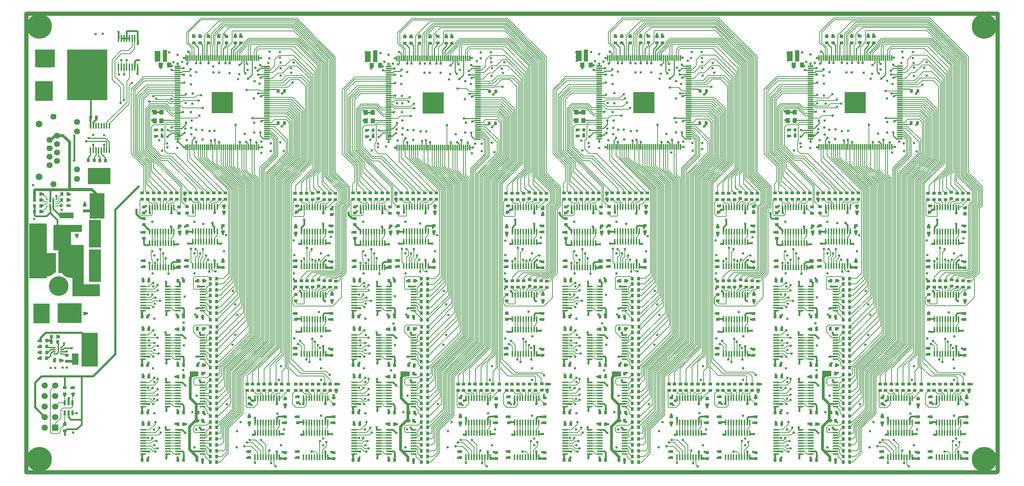
<source format=gtl>
G04*
G04 #@! TF.GenerationSoftware,Altium Limited,Altium Designer,18.1.7 (191)*
G04*
G04 Layer_Physical_Order=1*
G04 Layer_Color=255*
%FSLAX25Y25*%
%MOIN*%
G70*
G01*
G75*
%ADD12C,0.01500*%
%ADD16C,0.01000*%
%ADD18C,0.04000*%
%ADD19R,0.01772X0.05807*%
%ADD20R,0.05807X0.01772*%
%ADD21R,0.03500X0.03000*%
%ADD22R,0.02362X0.04921*%
%ADD23R,0.13386X0.07087*%
%ADD24R,0.07087X0.13386*%
%ADD25R,0.38386X0.48031*%
%ADD26R,0.13780X0.06299*%
%ADD27R,0.03543X0.03000*%
%ADD28R,0.08661X0.12205*%
%ADD29R,0.05984X0.05906*%
%ADD30R,0.06299X0.11000*%
%ADD31R,0.03000X0.03500*%
%ADD32R,0.03000X0.03543*%
%ADD33R,0.01772X0.06594*%
%ADD34R,0.02756X0.03150*%
%ADD35R,0.01575X0.04134*%
%ADD36R,0.02362X0.00787*%
%ADD37R,0.01870X0.01181*%
%ADD38R,0.03937X0.04921*%
%ADD39R,0.05807X0.01181*%
%ADD40R,0.01181X0.05807*%
%ADD41R,0.04331X0.05118*%
%ADD42R,0.20276X0.20276*%
%ADD75C,0.00700*%
%ADD76C,0.02000*%
%ADD77C,0.02500*%
%ADD78C,0.01200*%
%ADD79R,0.08661X0.04724*%
%ADD80R,0.08837X0.05282*%
%ADD81R,0.09055X0.05118*%
%ADD82R,0.08268X0.04724*%
%ADD83R,0.19000X0.17000*%
%ADD84R,0.14420X0.24290*%
%ADD85R,0.21630X0.15700*%
%ADD86R,0.16600X0.24100*%
%ADD87R,0.22590X0.18620*%
%ADD88R,0.16600X0.51870*%
%ADD89R,0.15540X0.18770*%
%ADD90R,0.27165X0.06858*%
%ADD91R,0.13570X0.05340*%
%ADD92R,0.24400X0.26838*%
%ADD93R,0.17000X0.19000*%
%ADD94R,0.10910X0.22170*%
%ADD95R,0.11710X0.31000*%
%ADD96R,0.11710X0.26220*%
%ADD97R,0.15296X0.31920*%
%ADD98R,0.26220X0.11710*%
%ADD99R,0.17410X0.18600*%
%ADD100R,0.04000X0.10836*%
%ADD101R,0.05707X0.10000*%
%ADD102R,0.04000X0.11299*%
%ADD103R,0.05707X0.09791*%
%ADD104R,0.06320X0.02990*%
%ADD105C,0.05906*%
%ADD106R,0.05906X0.05906*%
%ADD107C,0.23622*%
%ADD108C,0.05756*%
%ADD109C,0.06496*%
%ADD110C,0.18661*%
%ADD111C,0.21496*%
%ADD112C,0.02400*%
D12*
X105140Y411581D02*
Y417760D01*
X104400Y418500D02*
X105140Y417760D01*
X95100Y418500D02*
X104400D01*
X94904Y418304D02*
X95100Y418500D01*
X94904Y411581D02*
Y418304D01*
Y411581D02*
X97463D01*
X92345D02*
X94904D01*
X89786D02*
X92345D01*
X52000Y45400D02*
Y90938D01*
X37984Y40794D02*
X47394D01*
X52000Y45400D01*
X36417Y39227D02*
X37984Y40794D01*
X41859Y50000D02*
X51121D01*
X36167Y39227D02*
X36417D01*
X39715Y52144D02*
X41859Y50000D01*
X39715Y52144D02*
Y56185D01*
X52000Y90938D02*
X52062Y91000D01*
X705000Y245816D02*
X705073Y245889D01*
X705000Y242000D02*
Y245816D01*
X706528Y240472D02*
X711063D01*
X705000Y242000D02*
X706528Y240472D01*
X380774Y216811D02*
X384468D01*
X380639Y216947D02*
X380774Y216811D01*
X583381Y216658D02*
X583438Y216601D01*
X580774Y216658D02*
X583381D01*
X580639Y216793D02*
Y218617D01*
Y216793D02*
X580774Y216658D01*
X557493Y228369D02*
X557607Y228483D01*
X552287Y228369D02*
X557493D01*
X380639Y216947D02*
Y218617D01*
X352287Y228369D02*
X357493D01*
X357607Y228483D01*
X378077Y195485D02*
X378079Y195483D01*
X378077Y195485D02*
Y200923D01*
X378000Y201000D02*
X378077Y200923D01*
X380774Y194295D02*
X386123D01*
X380774D02*
Y194538D01*
X380639Y194674D02*
Y195483D01*
Y194674D02*
X380774Y194538D01*
X721535Y341720D02*
X728031D01*
X889458Y250444D02*
X890481Y251467D01*
X889367Y250444D02*
X889458D01*
X889303Y244869D02*
X889367Y244932D01*
X752287Y228369D02*
X757493D01*
X757607Y228483D01*
X780639Y216789D02*
Y218617D01*
X783546Y216653D02*
X783718Y216825D01*
X780639Y216789D02*
X780774Y216653D01*
X783546D01*
X778079Y195483D02*
X778079Y195484D01*
Y201320D02*
X778244Y201484D01*
X778079Y195484D02*
Y201320D01*
X780774Y194295D02*
X786123D01*
X780639Y194430D02*
X780774Y194295D01*
X780639Y194430D02*
Y195483D01*
X586001Y194416D02*
X586123Y194295D01*
X582754Y194416D02*
X586001D01*
X582632Y194538D02*
X582754Y194416D01*
X578000Y195563D02*
Y201000D01*
Y195563D02*
X578079Y195483D01*
X580639Y194674D02*
Y195483D01*
Y194674D02*
X580774Y194538D01*
X582632D01*
X579000Y234000D02*
X585929D01*
X586123Y233806D01*
X578079Y228483D02*
Y233079D01*
X579000Y234000D01*
X578079Y246079D02*
Y251617D01*
X578000Y246000D02*
X578079Y246079D01*
X510313Y241222D02*
X511063Y240472D01*
X508499Y241222D02*
X510313D01*
X505442Y244279D02*
X508499Y241222D01*
X505442Y244279D02*
Y245914D01*
X505270Y246086D02*
X505442Y245914D01*
X378078Y251616D02*
X378079Y251617D01*
X378078Y245723D02*
Y251616D01*
X378076Y245721D02*
X378078Y245723D01*
X152287Y228369D02*
X157493D01*
X157607Y228483D01*
X60577Y328563D02*
Y336566D01*
X60718Y336706D02*
Y373727D01*
X57413Y377031D02*
X60718Y373727D01*
X36167Y39227D02*
X36232Y39161D01*
X39715Y56185D02*
X39757Y56226D01*
X36177Y80247D02*
X36202Y80273D01*
X36232Y35678D02*
X36298Y35612D01*
X36232Y35678D02*
Y39161D01*
X36202Y80273D02*
Y91052D01*
X767819Y56717D02*
X768567Y55969D01*
Y55064D02*
Y55969D01*
Y55064D02*
X768739Y54892D01*
X747420Y64760D02*
X748819Y63361D01*
Y56717D02*
Y63361D01*
X743496Y64760D02*
X747420D01*
X747596Y85232D02*
X750545Y82283D01*
X743496Y85232D02*
X747596D01*
X750545Y82088D02*
Y82283D01*
X764063Y87130D02*
X764476Y86717D01*
X764063Y87130D02*
Y87671D01*
X764476Y85368D02*
Y86717D01*
X764612Y85232D02*
X766630D01*
X764476Y85368D02*
X764612Y85232D01*
X760791Y64760D02*
X766630D01*
X709307Y62201D02*
X710496D01*
X709307Y62201D02*
X709307Y62201D01*
X709307Y56717D02*
Y62201D01*
X716020Y64760D02*
X716063Y64717D01*
X710496Y64760D02*
X716020D01*
X731978Y85423D02*
Y88554D01*
X731925Y85370D02*
X731978Y85423D01*
X732063Y85232D02*
X733630D01*
X731925Y85370D02*
X732063Y85232D01*
X732625Y62201D02*
X733630D01*
X732489Y62065D02*
X732625Y62201D01*
X732489Y58406D02*
Y62065D01*
X567819Y56717D02*
X568567Y55969D01*
Y55064D02*
Y55969D01*
Y55064D02*
X568739Y54892D01*
X547420Y64760D02*
X548819Y63361D01*
Y56717D02*
Y63361D01*
X543496Y64760D02*
X547420D01*
X547596Y85232D02*
X550545Y82283D01*
X543496Y85232D02*
X547596D01*
X550545Y82088D02*
Y82283D01*
X564063Y87130D02*
X564476Y86717D01*
X564063Y87130D02*
Y87671D01*
X564476Y85368D02*
Y86717D01*
X564612Y85232D02*
X566630D01*
X564476Y85368D02*
X564612Y85232D01*
X560791Y64760D02*
X566630D01*
X509307Y62201D02*
X510496D01*
X509307Y62201D02*
X509307Y62201D01*
X509307Y56717D02*
Y62201D01*
X516020Y64760D02*
X516063Y64717D01*
X510496Y64760D02*
X516020D01*
X531978Y85423D02*
Y88554D01*
X531925Y85370D02*
X531978Y85423D01*
X532063Y85232D02*
X533630D01*
X531925Y85370D02*
X532063Y85232D01*
X532625Y62201D02*
X533630D01*
X532489Y62065D02*
X532625Y62201D01*
X532489Y58406D02*
Y62065D01*
X367819Y56717D02*
X368567Y55969D01*
Y55064D02*
Y55969D01*
Y55064D02*
X368739Y54892D01*
X347420Y64760D02*
X348819Y63361D01*
Y56717D02*
Y63361D01*
X343496Y64760D02*
X347420D01*
X347596Y85232D02*
X350545Y82283D01*
X343496Y85232D02*
X347596D01*
X350545Y82088D02*
Y82283D01*
X364063Y87130D02*
X364476Y86717D01*
X364063Y87130D02*
Y87671D01*
X364476Y85368D02*
Y86717D01*
X364612Y85232D02*
X366630D01*
X364476Y85368D02*
X364612Y85232D01*
X360791Y64760D02*
X366630D01*
X309307Y62201D02*
X310496D01*
X309307Y62201D02*
X309307Y62201D01*
X309307Y56717D02*
Y62201D01*
X316020Y64760D02*
X316063Y64717D01*
X310496Y64760D02*
X316020D01*
X331978Y85423D02*
Y88554D01*
X331925Y85370D02*
X331978Y85423D01*
X332063Y85232D02*
X333630D01*
X331925Y85370D02*
X332063Y85232D01*
X332625Y62201D02*
X333630D01*
X332489Y62065D02*
X332625Y62201D01*
X332489Y58406D02*
Y62065D01*
X766826Y9073D02*
X766833Y9066D01*
X766826Y9073D02*
Y11710D01*
X766819Y11716D02*
X766826Y11710D01*
X747940Y19760D02*
X748819Y18881D01*
Y11716D02*
Y18881D01*
X743496Y19760D02*
X747940D01*
X750545Y37088D02*
Y37283D01*
X743496Y40232D02*
X747596D01*
X750545Y37283D01*
X764182Y42256D02*
X766205Y40232D01*
X766630D01*
X756224Y19760D02*
X766630D01*
X709307Y17201D02*
X710496D01*
X709307Y17201D02*
X709307Y17201D01*
X709307Y11716D02*
Y17201D01*
X716020Y19760D02*
X716063Y19716D01*
X710496Y19760D02*
X716020D01*
X732063Y40232D02*
X733630D01*
X731925Y40371D02*
Y42464D01*
Y40371D02*
X732063Y40232D01*
X732625Y17201D02*
X733630D01*
X732489Y17065D02*
X732625Y17201D01*
X732489Y13406D02*
Y17065D01*
X566826Y9073D02*
X566833Y9066D01*
X566826Y9073D02*
Y11710D01*
X566819Y11716D02*
X566826Y11710D01*
X547940Y19760D02*
X548819Y18881D01*
Y11716D02*
Y18881D01*
X543496Y19760D02*
X547940D01*
X550545Y37088D02*
Y37283D01*
X543496Y40232D02*
X547596D01*
X550545Y37283D01*
X564182Y42256D02*
X566205Y40232D01*
X566630D01*
X556224Y19760D02*
X566630D01*
X509307Y17201D02*
X510496D01*
X509307Y17201D02*
X509307Y17201D01*
X509307Y11716D02*
Y17201D01*
X516020Y19760D02*
X516063Y19716D01*
X510496Y19760D02*
X516020D01*
X532063Y40232D02*
X533630D01*
X531925Y40371D02*
Y42464D01*
Y40371D02*
X532063Y40232D01*
X532625Y17201D02*
X533630D01*
X532489Y17065D02*
X532625Y17201D01*
X532489Y13406D02*
Y17065D01*
X366826Y9073D02*
X366833Y9066D01*
X366826Y9073D02*
Y11710D01*
X366819Y11716D02*
X366826Y11710D01*
X347940Y19760D02*
X348819Y18881D01*
Y11716D02*
Y18881D01*
X343496Y19760D02*
X347940D01*
X350545Y37088D02*
Y37283D01*
X343496Y40232D02*
X347596D01*
X350545Y37283D01*
X364182Y42256D02*
X366205Y40232D01*
X366630D01*
X356224Y19760D02*
X366630D01*
X309307Y17201D02*
X310496D01*
X309307Y17201D02*
X309307Y17201D01*
X309307Y11716D02*
Y17201D01*
X316020Y19760D02*
X316063Y19716D01*
X310496Y19760D02*
X316020D01*
X332063Y40232D02*
X333630D01*
X331925Y40371D02*
Y42464D01*
Y40371D02*
X332063Y40232D01*
X332625Y17201D02*
X333630D01*
X332489Y17065D02*
X332625Y17201D01*
X332489Y13406D02*
Y17065D01*
X160791Y64760D02*
X166630D01*
X164181Y42256D02*
X166205Y40232D01*
X166630D01*
X156225Y19760D02*
X166630D01*
X164063Y87130D02*
Y87671D01*
X213819Y67716D02*
X214649D01*
X211063Y70472D02*
X213819Y67716D01*
X339579Y193960D02*
X345063D01*
X379153Y233806D02*
X386123D01*
X378079Y232733D02*
X379153Y233806D01*
X378079Y228483D02*
Y232733D01*
X30696Y244396D02*
X40797D01*
X8598Y243004D02*
X18818D01*
X25034Y250058D02*
X30696Y244396D01*
X102581Y389663D02*
X103803Y390884D01*
X87227Y411581D02*
Y417672D01*
X18818Y243004D02*
X22163Y246349D01*
X28724Y231467D02*
X34884Y225307D01*
X22163Y246349D02*
X29244Y239269D01*
X103803Y390884D02*
X106419D01*
X87227Y417672D02*
X87234Y417678D01*
X60577Y336566D02*
X60718Y336706D01*
X105137Y378125D02*
Y384112D01*
X105324Y406378D02*
Y410331D01*
X45244Y295717D02*
Y319264D01*
X22308Y246494D02*
Y252949D01*
X7298Y247174D02*
Y252727D01*
X102581Y384116D02*
Y389663D01*
X63137Y331889D02*
X66230Y334982D01*
X29244Y233717D02*
Y239269D01*
X25034Y252979D02*
Y258294D01*
Y250058D02*
Y252979D01*
X22314Y256957D02*
Y267956D01*
X22278Y252979D02*
X22308Y252949D01*
X7549Y244053D02*
X8598Y243004D01*
X7549Y244053D02*
Y246923D01*
X105140Y410514D02*
Y411581D01*
Y410514D02*
X105324Y410331D01*
X106419Y390884D02*
X106592Y391057D01*
X105137Y384112D02*
X105140Y384116D01*
X105137Y378125D02*
X105274Y377988D01*
X66230Y334982D02*
Y336706D01*
X63137Y328563D02*
Y331889D01*
X45244Y319264D02*
X45247Y319266D01*
X22163Y246349D02*
X22308Y246494D01*
X7298Y247174D02*
X7549Y246923D01*
X776063Y236717D02*
X778079Y234700D01*
Y228483D02*
Y234700D01*
Y246094D02*
X778123Y246050D01*
X778079Y246094D02*
Y251617D01*
X460547Y145150D02*
Y145568D01*
X456118Y145573D02*
X456249Y145704D01*
X483579Y110961D02*
Y112150D01*
X483579Y110960D02*
X489063D01*
X489416Y168564D02*
X489507Y168472D01*
X460412Y145704D02*
X460547Y145568D01*
X483715Y134142D02*
X487373D01*
X483579Y134278D02*
Y135283D01*
Y134278D02*
X483715Y134142D01*
X460547Y133716D02*
Y135283D01*
X460239Y133408D02*
X460547Y133716D01*
X483579Y110961D02*
X483579Y110960D01*
X481063Y112193D02*
Y119717D01*
X481020Y112150D02*
X481063Y112193D01*
X460547Y168283D02*
Y170301D01*
X459157Y171691D02*
X460547Y170301D01*
X459157Y171691D02*
Y171826D01*
X481020Y163612D02*
Y168283D01*
X482349Y162283D02*
X482622D01*
X481020Y163612D02*
X482349Y162283D01*
X456249Y145704D02*
X460412D01*
X456118Y145442D02*
Y145573D01*
X455825Y133408D02*
X460239D01*
X489324Y170494D02*
X489416Y170402D01*
Y168564D02*
Y170402D01*
X487080Y150893D02*
X487130Y150943D01*
Y150472D02*
X489063D01*
X481020Y145150D02*
Y149650D01*
X482263Y150893D01*
X487080D01*
X860547Y145150D02*
Y145568D01*
X856118Y145573D02*
X856249Y145704D01*
X883579Y110961D02*
Y112150D01*
X883579Y110960D02*
X889063D01*
X889416Y168564D02*
X889508Y168472D01*
X860412Y145704D02*
X860547Y145568D01*
X883715Y134142D02*
X887373D01*
X883579Y134278D02*
Y135283D01*
Y134278D02*
X883715Y134142D01*
X860547Y133716D02*
Y135283D01*
X860239Y133408D02*
X860547Y133716D01*
X883579Y110961D02*
X883579Y110960D01*
X881063Y112193D02*
Y119717D01*
X881020Y112150D02*
X881063Y112193D01*
X860547Y168283D02*
Y170301D01*
X859157Y171691D02*
X860547Y170301D01*
X859157Y171691D02*
Y171826D01*
X881020Y163612D02*
Y168283D01*
X882349Y162283D02*
X882622D01*
X881020Y163612D02*
X882349Y162283D01*
X856249Y145704D02*
X860412D01*
X856118Y145442D02*
Y145573D01*
X855824Y133408D02*
X860239D01*
X889324Y170494D02*
X889416Y170402D01*
Y168564D02*
Y170402D01*
X887080Y150893D02*
X887130Y150943D01*
Y150472D02*
X889063D01*
X881020Y145150D02*
Y149650D01*
X882263Y150893D01*
X887080D01*
X660547Y145150D02*
Y145568D01*
X656118Y145573D02*
X656249Y145704D01*
X683579Y110961D02*
Y112150D01*
X683579Y110960D02*
X689063D01*
X689416Y168564D02*
X689507Y168472D01*
X660412Y145704D02*
X660547Y145568D01*
X683715Y134142D02*
X687373D01*
X683579Y134278D02*
Y135283D01*
Y134278D02*
X683715Y134142D01*
X660547Y133716D02*
Y135283D01*
X660239Y133408D02*
X660547Y133716D01*
X683579Y110961D02*
X683579Y110960D01*
X681063Y112193D02*
Y119717D01*
X681020Y112150D02*
X681063Y112193D01*
X660547Y168283D02*
Y170301D01*
X659157Y171691D02*
X660547Y170301D01*
X659157Y171691D02*
Y171826D01*
X681020Y163612D02*
Y168283D01*
X682349Y162283D02*
X682622D01*
X681020Y163612D02*
X682349Y162283D01*
X656249Y145704D02*
X660412D01*
X656118Y145442D02*
Y145573D01*
X655825Y133408D02*
X660239D01*
X689324Y170494D02*
X689416Y170402D01*
Y168564D02*
Y170402D01*
X687080Y150893D02*
X687130Y150943D01*
Y150472D02*
X689063D01*
X681020Y145150D02*
Y149650D01*
X682263Y150893D01*
X687080D01*
X816547Y51297D02*
X816548D01*
X816547Y35717D02*
Y37283D01*
X814316Y35578D02*
X816409D01*
X816547Y35717D01*
X839715Y36142D02*
X843373D01*
X839579Y36278D02*
X839715Y36142D01*
X839579Y36278D02*
Y37283D01*
X814108Y67716D02*
X814649D01*
X816547Y68266D02*
Y70283D01*
X816412Y68130D02*
X816547Y68266D01*
X815063Y68130D02*
X816412D01*
X814649Y67716D02*
X815063Y68130D01*
X883020Y19673D02*
X883063Y19716D01*
X883020Y14150D02*
Y19673D01*
X862547Y35717D02*
Y37283D01*
X860316Y35578D02*
X862409D01*
X862547Y35717D01*
X839579Y12961D02*
Y14150D01*
Y12961D02*
X839579Y12961D01*
X885715Y36142D02*
X889373D01*
X885579Y36278D02*
X885715Y36142D01*
X885579Y36278D02*
Y37283D01*
X837020Y65399D02*
X837289Y65130D01*
X837020Y65399D02*
Y70283D01*
X885579Y12961D02*
X891063D01*
X885579Y12961D02*
X885579Y12961D01*
X885579Y12961D02*
Y14150D01*
X883020Y65399D02*
X883289Y65130D01*
X883020Y65399D02*
Y70283D01*
X837020Y19673D02*
X837063Y19716D01*
X837020Y14150D02*
Y19673D01*
X862547Y47150D02*
Y47568D01*
X859654Y47704D02*
X862412D01*
X859483Y47533D02*
X859654Y47704D01*
X862412D02*
X862547Y47568D01*
Y64983D02*
Y70283D01*
X862181Y64617D02*
X862547Y64983D01*
X816548Y47150D02*
Y51297D01*
X816547Y47150D02*
X816548Y47150D01*
X839579Y12961D02*
X845063D01*
X837020Y47150D02*
Y51673D01*
X838289Y52943D01*
X843130D01*
X883020Y47150D02*
Y51673D01*
X884063Y52716D01*
X890819D02*
X891063Y52472D01*
X884063Y52716D02*
X890819D01*
X845063Y69472D02*
Y70717D01*
X616547Y51297D02*
X616548D01*
X616547Y35717D02*
Y37283D01*
X614316Y35578D02*
X616409D01*
X616547Y35717D01*
X639715Y36142D02*
X643373D01*
X639579Y36278D02*
X639715Y36142D01*
X639579Y36278D02*
Y37283D01*
X614108Y67716D02*
X614649D01*
X616547Y68266D02*
Y70283D01*
X616412Y68130D02*
X616547Y68266D01*
X615063Y68130D02*
X616412D01*
X614649Y67716D02*
X615063Y68130D01*
X683020Y19673D02*
X683063Y19716D01*
X683020Y14150D02*
Y19673D01*
X662547Y35717D02*
Y37283D01*
X660316Y35578D02*
X662409D01*
X662547Y35717D01*
X639579Y12961D02*
Y14150D01*
Y12961D02*
X639579Y12961D01*
X685715Y36142D02*
X689373D01*
X685579Y36278D02*
X685715Y36142D01*
X685579Y36278D02*
Y37283D01*
X637020Y65399D02*
X637289Y65130D01*
X637020Y65399D02*
Y70283D01*
X685579Y12961D02*
X691063D01*
X685579Y12961D02*
X685579Y12961D01*
X685579Y12961D02*
Y14150D01*
X683020Y65399D02*
X683289Y65130D01*
X683020Y65399D02*
Y70283D01*
X637020Y19673D02*
X637063Y19716D01*
X637020Y14150D02*
Y19673D01*
X662547Y47150D02*
Y47568D01*
X659654Y47704D02*
X662412D01*
X659483Y47533D02*
X659654Y47704D01*
X662412D02*
X662547Y47568D01*
Y64983D02*
Y70283D01*
X662181Y64617D02*
X662547Y64983D01*
X616548Y47150D02*
Y51297D01*
X616547Y47150D02*
X616548Y47150D01*
X639579Y12961D02*
X645063D01*
X637020Y47150D02*
Y51673D01*
X638289Y52943D01*
X643130D01*
X683020Y47150D02*
Y51673D01*
X684063Y52716D01*
X690819D02*
X691063Y52472D01*
X684063Y52716D02*
X690819D01*
X645063Y69472D02*
Y70717D01*
X416547Y51297D02*
X416548D01*
X416547Y35717D02*
Y37283D01*
X414316Y35578D02*
X416409D01*
X416547Y35717D01*
X439715Y36142D02*
X443373D01*
X439579Y36278D02*
X439715Y36142D01*
X439579Y36278D02*
Y37283D01*
X414108Y67716D02*
X414649D01*
X416547Y68266D02*
Y70283D01*
X416412Y68130D02*
X416547Y68266D01*
X415063Y68130D02*
X416412D01*
X414649Y67716D02*
X415063Y68130D01*
X483020Y19673D02*
X483063Y19716D01*
X483020Y14150D02*
Y19673D01*
X462547Y35717D02*
Y37283D01*
X460316Y35578D02*
X462409D01*
X462547Y35717D01*
X439579Y12961D02*
Y14150D01*
Y12961D02*
X439579Y12961D01*
X485715Y36142D02*
X489373D01*
X485579Y36278D02*
X485715Y36142D01*
X485579Y36278D02*
Y37283D01*
X437020Y65399D02*
X437289Y65130D01*
X437020Y65399D02*
Y70283D01*
X485579Y12961D02*
X491063D01*
X485579Y12961D02*
X485579Y12961D01*
X485579Y12961D02*
Y14150D01*
X483020Y65399D02*
X483289Y65130D01*
X483020Y65399D02*
Y70283D01*
X437020Y19673D02*
X437063Y19716D01*
X437020Y14150D02*
Y19673D01*
X462547Y47150D02*
Y47568D01*
X459654Y47704D02*
X462412D01*
X459483Y47533D02*
X459654Y47704D01*
X462412D02*
X462547Y47568D01*
Y64983D02*
Y70283D01*
X462181Y64617D02*
X462547Y64983D01*
X416548Y47150D02*
Y51297D01*
X416547Y47150D02*
X416548Y47150D01*
X439579Y12961D02*
X445063D01*
X437020Y47150D02*
Y51673D01*
X438289Y52943D01*
X443130D01*
X483020Y47150D02*
Y51673D01*
X484063Y52716D01*
X490819D02*
X491063Y52472D01*
X484063Y52716D02*
X490819D01*
X445063Y69472D02*
Y70717D01*
X881020Y246399D02*
Y251283D01*
Y246399D02*
X881289Y246130D01*
X883579Y193961D02*
X883579Y193960D01*
X883579Y193961D02*
Y195150D01*
X860547Y216717D02*
Y218283D01*
X883715Y217142D02*
X887373D01*
X883579Y217278D02*
Y218283D01*
Y217278D02*
X883715Y217142D01*
X858649Y248716D02*
X859063Y249130D01*
X858108Y248716D02*
X858649D01*
X859063Y249130D02*
X860412D01*
X860547Y249266D01*
Y251283D01*
X860409Y216578D02*
X860547Y216717D01*
Y232249D02*
X863063Y234765D01*
X860547Y228150D02*
Y232249D01*
X858316Y216578D02*
X860409D01*
X883579Y193960D02*
X889063D01*
X863063Y234765D02*
Y239717D01*
X883506Y201233D02*
X883642Y201369D01*
X881020Y199133D02*
X883120Y201233D01*
X883506D01*
X881020Y195150D02*
Y199133D01*
Y228150D02*
Y235673D01*
X881063Y235717D01*
X681020Y246399D02*
Y251283D01*
Y246399D02*
X681289Y246130D01*
X683579Y193961D02*
X683579Y193960D01*
X683579Y193961D02*
Y195150D01*
X660547Y216717D02*
Y218283D01*
X683715Y217142D02*
X687373D01*
X683579Y217278D02*
Y218283D01*
Y217278D02*
X683715Y217142D01*
X658649Y248716D02*
X659063Y249130D01*
X658108Y248716D02*
X658649D01*
X659063Y249130D02*
X660412D01*
X660547Y249266D01*
Y251283D01*
X660409Y216578D02*
X660547Y216717D01*
Y232249D02*
X663063Y234765D01*
X660547Y228150D02*
Y232249D01*
X658316Y216578D02*
X660409D01*
X683579Y193960D02*
X689063D01*
X663063Y234765D02*
Y239717D01*
X683506Y201233D02*
X683642Y201369D01*
X681020Y199133D02*
X683120Y201233D01*
X683506D01*
X681020Y195150D02*
Y199133D01*
Y228150D02*
Y235673D01*
X681063Y235717D01*
X481020Y246399D02*
Y251283D01*
Y246399D02*
X481289Y246130D01*
X483579Y193961D02*
X483579Y193960D01*
X483579Y193961D02*
Y195150D01*
X460547Y216717D02*
Y218283D01*
X483715Y217142D02*
X487373D01*
X483579Y217278D02*
Y218283D01*
Y217278D02*
X483715Y217142D01*
X458649Y248716D02*
X459063Y249130D01*
X458108Y248716D02*
X458649D01*
X459063Y249130D02*
X460412D01*
X460547Y249266D01*
Y251283D01*
X460409Y216578D02*
X460547Y216717D01*
Y232249D02*
X463063Y234765D01*
X460547Y228150D02*
Y232249D01*
X458316Y216578D02*
X460409D01*
X483579Y193960D02*
X489063D01*
X463063Y234765D02*
Y239717D01*
X483506Y201233D02*
X483642Y201369D01*
X481020Y199133D02*
X483120Y201233D01*
X483506D01*
X481020Y195150D02*
Y199133D01*
Y228150D02*
Y235673D01*
X481063Y235717D01*
X716547Y246178D02*
Y251283D01*
Y246178D02*
X716651Y246074D01*
X737020Y246399D02*
Y251283D01*
Y246399D02*
X737289Y246130D01*
X716553Y215748D02*
X716553Y215748D01*
Y217315D01*
X712068Y215748D02*
X716553D01*
X739720Y216174D02*
X743379D01*
X739584Y216309D02*
X739720Y216174D01*
X739584Y216309D02*
Y217315D01*
X739579Y193961D02*
X739579Y193960D01*
X745063D01*
X739579Y193961D02*
Y195150D01*
X757607Y246512D02*
X757711Y246408D01*
X757607Y246512D02*
Y251617D01*
X753123Y217050D02*
X757607D01*
X757607Y217050D02*
Y218617D01*
X757607Y217050D02*
X757607Y217050D01*
X738852Y199472D02*
X745063D01*
X737025Y194181D02*
X737161Y194317D01*
Y197782D01*
X738852Y199472D01*
X710496Y155760D02*
X716020D01*
X732063Y176232D02*
X732063Y176232D01*
X732489Y153065D02*
X732625Y153201D01*
X716020Y155760D02*
X716063Y155717D01*
X732063Y176232D02*
X733630D01*
X732625Y153201D02*
X733630D01*
X732063Y176232D02*
Y180717D01*
X732489Y149406D02*
Y153065D01*
X743496Y176232D02*
X745063D01*
Y179717D01*
Y179872D01*
X743382Y181553D02*
X745063Y179872D01*
X762560Y176212D02*
X766610D01*
X762540Y176232D02*
X762560Y176212D01*
X761746Y155760D02*
X766630D01*
X761476Y155490D02*
X761746Y155760D01*
X709307Y153201D02*
X709307Y153201D01*
X710496D01*
X709307Y147716D02*
Y153201D01*
X731925Y130370D02*
Y132464D01*
X732063Y130232D02*
X733630D01*
X731925Y130370D02*
X732063Y130232D01*
X764063Y132130D02*
Y132671D01*
Y132130D02*
X764476Y131717D01*
Y130368D02*
Y131717D01*
Y130368D02*
X764612Y130232D01*
X766630D01*
X732489Y103406D02*
Y107065D01*
X732625Y107201D02*
X733630D01*
X732489Y107065D02*
X732625Y107201D01*
X716020Y109760D02*
X716063Y109716D01*
X710496Y109760D02*
X716020D01*
X750545Y127088D02*
Y127283D01*
X747596Y130232D02*
X750545Y127283D01*
X743496Y130232D02*
X747596D01*
X761476Y109490D02*
X761746Y109760D01*
X766630D01*
X709307Y107201D02*
X709307Y107201D01*
X710496D01*
X737020Y228150D02*
Y232673D01*
X737063Y232716D01*
X766610Y176212D02*
X766630Y176232D01*
X762436Y176128D02*
X762540Y176232D01*
X743496Y155760D02*
X748020D01*
X749063Y154717D01*
Y147960D02*
Y154717D01*
X748819Y147716D02*
X749063Y147960D01*
X709307Y101716D02*
Y107201D01*
X743496Y109760D02*
X748020D01*
X748819Y108960D01*
Y101716D02*
Y108960D01*
X711063Y216753D02*
Y221961D01*
Y216753D02*
X712068Y215748D01*
X716547Y228150D02*
Y229232D01*
X714063Y231716D02*
X716547Y229232D01*
X711063Y234717D02*
X714063Y231716D01*
X711063Y234717D02*
Y235717D01*
X516547Y246178D02*
Y251283D01*
Y246178D02*
X516651Y246074D01*
X537020Y246399D02*
Y251283D01*
Y246399D02*
X537289Y246130D01*
X516553Y215748D02*
X516553Y215748D01*
Y217315D01*
X512068Y215748D02*
X516553D01*
X539720Y216174D02*
X543379D01*
X539584Y216309D02*
X539720Y216174D01*
X539584Y216309D02*
Y217315D01*
X539579Y193961D02*
X539579Y193960D01*
X545063D01*
X539579Y193961D02*
Y195150D01*
X557607Y246512D02*
X557711Y246408D01*
X557607Y246512D02*
Y251617D01*
X553123Y217050D02*
X557607D01*
X557607Y217050D02*
Y218617D01*
X557607Y217050D02*
X557607Y217050D01*
X538852Y199472D02*
X545063D01*
X537025Y194181D02*
X537161Y194317D01*
Y197782D01*
X538852Y199472D01*
X510496Y155760D02*
X516020D01*
X532063Y176232D02*
X532063Y176232D01*
X532489Y153065D02*
X532625Y153201D01*
X516020Y155760D02*
X516063Y155717D01*
X532063Y176232D02*
X533630D01*
X532625Y153201D02*
X533630D01*
X532063Y176232D02*
Y180717D01*
X532489Y149406D02*
Y153065D01*
X543496Y176232D02*
X545063D01*
Y179717D01*
Y179872D01*
X543382Y181553D02*
X545063Y179872D01*
X562560Y176212D02*
X566610D01*
X562540Y176232D02*
X562560Y176212D01*
X561746Y155760D02*
X566630D01*
X561476Y155490D02*
X561746Y155760D01*
X509307Y153201D02*
X509307Y153201D01*
X510496D01*
X509307Y147716D02*
Y153201D01*
X531925Y130370D02*
Y132464D01*
X532063Y130232D02*
X533630D01*
X531925Y130370D02*
X532063Y130232D01*
X564063Y132130D02*
Y132671D01*
Y132130D02*
X564476Y131717D01*
Y130368D02*
Y131717D01*
Y130368D02*
X564612Y130232D01*
X566630D01*
X532489Y103406D02*
Y107065D01*
X532625Y107201D02*
X533630D01*
X532489Y107065D02*
X532625Y107201D01*
X516020Y109760D02*
X516063Y109716D01*
X510496Y109760D02*
X516020D01*
X550545Y127088D02*
Y127283D01*
X547596Y130232D02*
X550545Y127283D01*
X543496Y130232D02*
X547596D01*
X561476Y109490D02*
X561746Y109760D01*
X566630D01*
X509307Y107201D02*
X509307Y107201D01*
X510496D01*
X537020Y228150D02*
Y232673D01*
X537063Y232716D01*
X566610Y176212D02*
X566630Y176232D01*
X562436Y176128D02*
X562540Y176232D01*
X543496Y155760D02*
X548020D01*
X549063Y154717D01*
Y147960D02*
Y154717D01*
X548819Y147716D02*
X549063Y147960D01*
X509307Y101716D02*
Y107201D01*
X543496Y109760D02*
X548020D01*
X548819Y108960D01*
Y101716D02*
Y108960D01*
X511063Y216753D02*
Y221961D01*
Y216753D02*
X512068Y215748D01*
X516547Y228150D02*
Y229232D01*
X514063Y231716D02*
X516547Y229232D01*
X511063Y234717D02*
X514063Y231716D01*
X511063Y234717D02*
Y235717D01*
X316547Y246178D02*
Y251283D01*
Y246178D02*
X316652Y246074D01*
X337020Y246399D02*
Y251283D01*
Y246399D02*
X337289Y246130D01*
X316553Y215748D02*
X316553Y215748D01*
Y217315D01*
X312068Y215748D02*
X316553D01*
X339720Y216174D02*
X343379D01*
X339584Y216309D02*
X339720Y216174D01*
X339584Y216309D02*
Y217315D01*
X339579Y193961D02*
X339579Y193960D01*
X339579Y193961D02*
Y195150D01*
X357607Y246512D02*
X357711Y246408D01*
X357607Y246512D02*
Y251617D01*
X353123Y217050D02*
X357607D01*
X357607Y217050D02*
Y218617D01*
X357607Y217050D02*
X357607Y217050D01*
X338852Y199472D02*
X345063D01*
X337025Y194181D02*
X337161Y194317D01*
Y197782D01*
X338852Y199472D01*
X310496Y155760D02*
X316020D01*
X332063Y176232D02*
X332063Y176232D01*
X332489Y153065D02*
X332625Y153201D01*
X316020Y155760D02*
X316063Y155717D01*
X332063Y176232D02*
X333630D01*
X332625Y153201D02*
X333630D01*
X332063Y176232D02*
Y180717D01*
X332489Y149406D02*
Y153065D01*
X343496Y176232D02*
X345063D01*
Y179717D01*
Y179872D01*
X343382Y181553D02*
X345063Y179872D01*
X362560Y176212D02*
X366610D01*
X362540Y176232D02*
X362560Y176212D01*
X361746Y155760D02*
X366630D01*
X361476Y155490D02*
X361746Y155760D01*
X309307Y153201D02*
X309307Y153201D01*
X310496D01*
X309307Y147716D02*
Y153201D01*
X331925Y130370D02*
Y132464D01*
X332063Y130232D02*
X333630D01*
X331925Y130370D02*
X332063Y130232D01*
X364063Y132130D02*
Y132671D01*
Y132130D02*
X364476Y131717D01*
Y130368D02*
Y131717D01*
Y130368D02*
X364612Y130232D01*
X366630D01*
X332489Y103406D02*
Y107065D01*
X332625Y107201D02*
X333630D01*
X332489Y107065D02*
X332625Y107201D01*
X316020Y109760D02*
X316063Y109716D01*
X310496Y109760D02*
X316020D01*
X350545Y127088D02*
Y127283D01*
X347596Y130232D02*
X350545Y127283D01*
X343496Y130232D02*
X347596D01*
X361476Y109490D02*
X361746Y109760D01*
X366630D01*
X309307Y107201D02*
X309307Y107201D01*
X310496D01*
X337020Y228150D02*
Y232673D01*
X337063Y232716D01*
X366610Y176212D02*
X366630Y176232D01*
X362436Y176128D02*
X362540Y176232D01*
X343496Y155760D02*
X348020D01*
X349063Y154717D01*
Y147960D02*
Y154717D01*
X348819Y147716D02*
X349063Y147960D01*
X309307Y101716D02*
Y107201D01*
X343496Y109760D02*
X348020D01*
X348819Y108960D01*
Y101716D02*
Y108960D01*
X311063Y216753D02*
Y221961D01*
Y216753D02*
X312068Y215748D01*
X316547Y228150D02*
Y229232D01*
X314063Y231716D02*
X316547Y229232D01*
X311063Y234717D02*
X314063Y231716D01*
X311063Y234717D02*
Y235717D01*
X111063Y234717D02*
Y235717D01*
Y234717D02*
X114063Y231716D01*
X116547Y229232D01*
Y228150D02*
Y229232D01*
X111063Y216753D02*
X112068Y215748D01*
X111063Y216753D02*
Y221961D01*
X180639Y194295D02*
X186123D01*
X143496Y19760D02*
X147940D01*
X148819Y18881D01*
Y11716D02*
Y18881D01*
Y56717D02*
Y63361D01*
X147420Y64760D02*
X148819Y63361D01*
X143496Y64760D02*
X147420D01*
X281020Y235673D02*
X281063Y235717D01*
X281020Y228150D02*
Y235673D01*
X282263Y150893D02*
X287080D01*
X281020Y149650D02*
X282263Y150893D01*
X281020Y145150D02*
Y149650D01*
X287130Y150472D02*
X289063D01*
X287080Y150893D02*
X287130Y150943D01*
X245063Y69472D02*
Y70717D01*
X167819Y56717D02*
X168567Y55969D01*
Y55064D02*
X168739Y54892D01*
X168567Y55064D02*
Y55969D01*
X284063Y52716D02*
X290819D01*
X291063Y52472D01*
X283020Y51673D02*
X284063Y52716D01*
X283020Y47150D02*
Y51673D01*
X238289Y52943D02*
X243130D01*
X237020Y51673D02*
X238289Y52943D01*
X237020Y47150D02*
Y51673D01*
X239579Y12961D02*
X245063D01*
X216547Y47150D02*
X216548Y47150D01*
Y51297D01*
X131977Y85423D02*
Y88554D01*
X131925Y85370D02*
X131977Y85423D01*
X148819Y101716D02*
Y108960D01*
X148020Y109760D02*
X148819Y108960D01*
X143496Y109760D02*
X148020D01*
X109307Y101716D02*
Y107201D01*
X148819Y147716D02*
X149063Y147960D01*
Y154717D01*
X148020Y155760D02*
X149063Y154717D01*
X143496Y155760D02*
X148020D01*
X162436Y176128D02*
X162540Y176232D01*
X166610Y176212D02*
X166630Y176232D01*
X281020Y195150D02*
Y199133D01*
X283120Y201233D02*
X283506D01*
X281020Y199133D02*
X283120Y201233D01*
X283506D02*
X283642Y201369D01*
X263063Y234765D02*
Y239717D01*
X289416Y168564D02*
Y170402D01*
X289324Y170494D02*
X289416Y170402D01*
X177944Y228619D02*
Y232798D01*
X176101Y234640D02*
Y236678D01*
Y234640D02*
X177944Y232798D01*
Y228619D02*
X178079Y228483D01*
X176063Y236717D02*
X176101Y236678D01*
X181313Y216937D02*
X184503D01*
X137020Y232673D02*
X137063Y232716D01*
X137020Y228150D02*
Y232673D01*
X255824Y133408D02*
X260239D01*
X256118Y145442D02*
Y145573D01*
X256249Y145704D02*
X260412D01*
X281020Y163612D02*
X282349Y162283D01*
X282622D01*
X281020Y163612D02*
Y168283D01*
X259157Y171691D02*
Y171826D01*
Y171691D02*
X260547Y170301D01*
Y168283D02*
Y170301D01*
X281020Y112150D02*
X281063Y112193D01*
Y119717D01*
X283579Y110961D02*
X283579Y110960D01*
X260239Y133408D02*
X260547Y133716D01*
Y135283D01*
X283579Y134278D02*
X283715Y134142D01*
X283579Y134278D02*
Y135283D01*
X283715Y134142D02*
X287373D01*
X260412Y145704D02*
X260547Y145568D01*
X289416Y168564D02*
X289508Y168472D01*
X283579Y110960D02*
X289063D01*
X283579Y110961D02*
Y112150D01*
X256118Y145573D02*
X256249Y145704D01*
X260547Y145150D02*
Y145568D01*
X262181Y64617D02*
X262547Y64983D01*
Y70283D01*
X262412Y47704D02*
X262547Y47568D01*
X259483Y47533D02*
X259654Y47704D01*
X262412D01*
X262547Y47150D02*
Y47568D01*
X143496Y40232D02*
X147596D01*
X150545Y37283D01*
Y37088D02*
Y37283D01*
X132489Y62065D02*
X132625Y62201D01*
X133630D01*
X132489Y58406D02*
Y62065D01*
X237020Y14150D02*
Y19673D01*
X237063Y19716D01*
X164063Y87130D02*
X164477Y86717D01*
X164612Y85232D02*
X166630D01*
X164477Y85368D02*
X164612Y85232D01*
X164477Y85368D02*
Y86717D01*
X283020Y65399D02*
Y70283D01*
Y65399D02*
X283289Y65130D01*
X109307Y107201D02*
X110496D01*
X109307Y107201D02*
X109307Y107201D01*
X293514Y83479D02*
X296151D01*
X293508Y83472D02*
X293514Y83479D01*
X296151D02*
X296158Y83486D01*
X132489Y17065D02*
X132625Y17201D01*
X133630D01*
X132489Y13406D02*
Y17065D01*
X161746Y109760D02*
X166630D01*
X161476Y109490D02*
X161746Y109760D01*
X131925Y40371D02*
Y42464D01*
Y40371D02*
X132063Y40232D01*
X133630D01*
X285579Y12961D02*
Y14150D01*
Y12961D02*
X285579Y12961D01*
X291063D01*
X143496Y130232D02*
X147596D01*
X150545Y127283D01*
Y127088D02*
Y127283D01*
X110496Y19760D02*
X116020D01*
X116063Y19716D01*
X109307Y11716D02*
Y17201D01*
X109307Y17201D02*
X110496D01*
X109307Y17201D02*
X109307Y17201D01*
X237020Y65399D02*
Y70283D01*
Y65399D02*
X237289Y65130D01*
X109307Y62201D02*
X110496D01*
X109307Y62201D02*
X109307Y62201D01*
X109307Y56717D02*
Y62201D01*
X110496Y109760D02*
X116020D01*
X116063Y109716D01*
X285579Y36278D02*
Y37283D01*
Y36278D02*
X285715Y36142D01*
X289373D01*
X239579Y12961D02*
X239579Y12961D01*
X239579Y12961D02*
Y14150D01*
X262409Y35578D02*
X262547Y35717D01*
X260316Y35578D02*
X262409D01*
X262547Y35717D02*
Y37283D01*
X166819Y11716D02*
X166826Y11710D01*
Y9073D02*
Y11710D01*
Y9073D02*
X166833Y9066D01*
X143496Y85232D02*
X147596D01*
X150545Y82283D01*
Y82088D02*
Y82283D01*
X132489Y107065D02*
X132625Y107201D01*
X133630D01*
X132489Y103406D02*
Y107065D01*
X283020Y14150D02*
Y19673D01*
X283063Y19716D01*
X164612Y130232D02*
X166630D01*
X164477Y130368D02*
X164612Y130232D01*
X164477Y130368D02*
Y131717D01*
X164063Y132130D02*
X164477Y131717D01*
X164063Y132130D02*
Y132671D01*
X214649Y67716D02*
X215063Y68130D01*
X216412D01*
X216547Y68266D01*
Y70283D01*
X131925Y130370D02*
X132063Y130232D01*
X133630D01*
X131925Y130370D02*
Y132464D01*
Y85370D02*
X132063Y85232D01*
X133630D01*
X110496Y64760D02*
X116020D01*
X116063Y64717D01*
X239579Y36278D02*
Y37283D01*
Y36278D02*
X239715Y36142D01*
X243373D01*
X216409Y35578D02*
X216547Y35717D01*
X214316Y35578D02*
X216409D01*
X216547Y35717D02*
Y37283D01*
X283579Y193960D02*
X289063D01*
X109307Y147716D02*
Y153201D01*
X216547Y51297D02*
X216548D01*
X109307Y153201D02*
X110496D01*
X109307Y153201D02*
X109307Y153201D01*
X161476Y155490D02*
X161746Y155760D01*
X166630D01*
X162540Y176232D02*
X162560Y176212D01*
X166610D01*
X143382Y181553D02*
X145063Y179872D01*
Y179717D02*
Y179872D01*
Y176232D02*
Y179717D01*
X143496Y176232D02*
X145063D01*
X132489Y149406D02*
Y153065D01*
X132063Y176232D02*
Y180717D01*
X132625Y153201D02*
X133630D01*
X132063Y176232D02*
X133630D01*
X116020Y155760D02*
X116063Y155717D01*
X132489Y153065D02*
X132625Y153201D01*
X132063Y176232D02*
X132063Y176232D01*
X110496Y155760D02*
X116020D01*
X258316Y216578D02*
X260409D01*
X260547Y228150D02*
Y232249D01*
X263063Y234765D01*
X260409Y216578D02*
X260547Y216717D01*
X137161Y197782D02*
X138852Y199472D01*
X137161Y194317D02*
Y197782D01*
X137025Y194181D02*
X137161Y194317D01*
X138852Y199472D02*
X145063D01*
X260547Y249266D02*
Y251283D01*
X260412Y249130D02*
X260547Y249266D01*
X259063Y249130D02*
X260412D01*
X258108Y248716D02*
X258649D01*
X259063Y249130D01*
X283579Y217278D02*
X283715Y217142D01*
X283579Y217278D02*
Y218283D01*
X283715Y217142D02*
X287373D01*
X260547Y216717D02*
Y218283D01*
X283579Y193961D02*
Y195150D01*
Y193961D02*
X283579Y193960D01*
X281020Y246399D02*
X281289Y246130D01*
X281020Y246399D02*
Y251283D01*
X178079Y195483D02*
Y201007D01*
X157607Y217050D02*
X157607Y217050D01*
X180639Y217612D02*
X181313Y216937D01*
X178079Y201007D02*
X178123Y201050D01*
X157607Y217050D02*
Y218617D01*
X180639Y217612D02*
Y218617D01*
X153123Y217050D02*
X157607D01*
X157607Y246512D02*
Y251617D01*
Y246512D02*
X157711Y246408D01*
X178079Y246733D02*
Y251617D01*
Y246733D02*
X178349Y246464D01*
X180639Y194295D02*
X180639Y194295D01*
X180639Y194295D02*
Y195483D01*
X139579Y193961D02*
Y195150D01*
X139579Y193960D02*
X145063D01*
X139579Y193961D02*
X139579Y193960D01*
X139584Y216309D02*
Y217315D01*
Y216309D02*
X139720Y216174D01*
X143379D01*
X112068Y215748D02*
X116553D01*
X116553Y215748D02*
Y217315D01*
X116553Y215748D02*
X116553Y215748D01*
X137020Y246399D02*
X137289Y246130D01*
X137020Y246399D02*
Y251283D01*
X116547Y246178D02*
X116651Y246074D01*
X116547Y246178D02*
Y251283D01*
X844683Y361437D02*
Y361686D01*
X843155Y359909D02*
X844683Y361437D01*
X843155Y359172D02*
Y359909D01*
X842983Y359000D02*
X843155Y359172D01*
X643533Y330622D02*
X644283Y331371D01*
X643533Y329468D02*
Y330622D01*
X642005Y327940D02*
X643533Y329468D01*
X643633Y360922D02*
X644383Y361671D01*
X642252Y358248D02*
X643633Y359629D01*
Y360922D01*
X642252Y358248D02*
Y358248D01*
X320738Y341297D02*
X327235D01*
X520848Y341037D02*
X527345D01*
X321545Y341360D02*
X328041D01*
X121435Y341620D02*
X127931D01*
X521235Y341705D02*
X527731D01*
D16*
X58814Y317076D02*
X74408D01*
X56306Y313796D02*
X75284D01*
X75932Y305430D02*
Y313149D01*
X74408Y317076D02*
X78018Y313467D01*
X60577Y300610D02*
Y305430D01*
X58608Y298641D02*
X60577Y300610D01*
X68255Y299626D02*
Y305430D01*
X28184Y258589D02*
Y261809D01*
X75848Y328480D02*
X75932Y328563D01*
X75284Y313796D02*
X75932Y313149D01*
X68255Y299626D02*
X69314Y298567D01*
X53834Y175006D02*
X64644D01*
X32922Y112418D02*
X36659D01*
X38282Y110795D01*
X78018Y308419D02*
Y313467D01*
X78105Y305815D02*
Y308332D01*
X78018Y308419D02*
X78105Y308332D01*
X70814Y301827D02*
X74826Y297815D01*
X73373Y305430D02*
Y310638D01*
X65696Y300728D02*
Y305430D01*
X64120Y299152D02*
X65696Y300728D01*
X63137Y305430D02*
Y310674D01*
X42215Y185861D02*
Y195170D01*
X78105Y305815D02*
X78491Y305430D01*
X97379Y384200D02*
X97463Y384116D01*
X73294Y310717D02*
X73373Y310638D01*
X70814Y301827D02*
Y305430D01*
X69314Y295647D02*
Y298567D01*
X74826Y295647D02*
Y297815D01*
X63064Y310747D02*
X63137Y310674D01*
X64120Y295827D02*
Y299152D01*
X58608Y295827D02*
Y298641D01*
X406189Y379431D02*
X407693Y377926D01*
X406189Y379431D02*
Y392627D01*
X444593Y330777D02*
Y331027D01*
X441055Y327239D02*
X444593Y330777D01*
X441011Y327239D02*
X441055D01*
X444693Y361076D02*
Y361327D01*
X441999Y358383D02*
X444693Y361076D01*
X441999Y358141D02*
Y358383D01*
X244583Y361336D02*
Y361586D01*
X242360Y359113D02*
X244583Y361336D01*
X242182Y359113D02*
X242360D01*
X244483Y331036D02*
Y331287D01*
X241733Y328286D02*
X244483Y331036D01*
X241733Y327915D02*
Y328286D01*
X143134Y341753D02*
X148029D01*
X149918Y357501D02*
X150982Y358564D01*
X143134Y357501D02*
X149918D01*
X150982Y358564D02*
X151204D01*
X343244Y376926D02*
X343299Y376871D01*
X343244Y382831D02*
X343269Y382856D01*
X349614Y321726D02*
X349993D01*
X348714Y320827D02*
X349614Y321726D01*
X348693Y320827D02*
X348714D01*
X346721Y318855D02*
X348693Y320827D01*
X349215Y376871D02*
X349270Y376817D01*
X348899Y382856D02*
X348923Y382880D01*
X352225Y387079D02*
X352239D01*
X417997Y312230D02*
X418093Y312327D01*
X419393Y380727D02*
X421498Y382831D01*
X417997Y308079D02*
X418000Y308075D01*
X417997Y308079D02*
Y312230D01*
X343244Y318855D02*
X346721D01*
X343299Y376871D02*
X349215D01*
X343269Y382856D02*
X348899D01*
X421498Y382831D02*
X427795D01*
X353039Y387880D02*
Y392627D01*
X352239Y387079D02*
X353039Y387880D01*
X143134Y377186D02*
X143189Y377131D01*
X143134Y383091D02*
X143159Y383116D01*
X149504Y321987D02*
X149883D01*
X148604Y321087D02*
X149504Y321987D01*
X148583Y321087D02*
X148604D01*
X146611Y319115D02*
X148583Y321087D01*
X149105Y377131D02*
X149160Y377077D01*
X148789Y383116D02*
X148813Y383140D01*
X219283Y380986D02*
X221388Y383091D01*
X152929Y388140D02*
Y392886D01*
X152129Y387339D02*
X152929Y388140D01*
X152115Y387339D02*
X152129D01*
X143134Y319115D02*
X146611D01*
X143189Y377131D02*
X149105D01*
X143159Y383116D02*
X148789D01*
X217886Y312490D02*
X217983Y312586D01*
X217886Y308339D02*
X217890Y308335D01*
X217886Y308339D02*
Y312490D01*
X221388Y383091D02*
X227685D01*
X548589Y383201D02*
X548613Y383225D01*
X542959Y383201D02*
X548589D01*
X542934Y383176D02*
X542959Y383201D01*
X548905Y377216D02*
X548960Y377162D01*
X542989Y377216D02*
X548905D01*
X542934Y377271D02*
X542989Y377216D01*
X549304Y322072D02*
X549683D01*
X548404Y321171D02*
X549304Y322072D01*
X548383Y321171D02*
X548404D01*
X546411Y319200D02*
X548383Y321171D01*
X542934Y319200D02*
X546411D01*
X617687Y312575D02*
X617783Y312671D01*
X617687Y308424D02*
X617690Y308420D01*
X617687Y308424D02*
Y312575D01*
X621188Y383176D02*
X627485D01*
X619083Y381071D02*
X621188Y383176D01*
X552729Y388225D02*
Y392971D01*
X551929Y387424D02*
X552729Y388225D01*
X551915Y387424D02*
X551929D01*
X743234Y383191D02*
X743259Y383216D01*
X749604Y322087D02*
X749983D01*
X748889Y383216D02*
X748913Y383240D01*
X752215Y387439D02*
X752229D01*
X753029Y388240D01*
Y392986D01*
X817986Y308439D02*
X817990Y308435D01*
X817986Y308439D02*
Y312590D01*
X818083Y312686D01*
X819383Y381086D02*
X821488Y383191D01*
X743234Y377286D02*
X743289Y377231D01*
X748704Y321186D02*
X749604Y322087D01*
X748683Y321186D02*
X748704D01*
X749205Y377231D02*
X749260Y377177D01*
X743234Y319215D02*
X746711D01*
X743259Y383216D02*
X748889D01*
X821488Y383191D02*
X827785D01*
X746711Y319215D02*
X748683Y321186D01*
X743289Y377231D02*
X749205D01*
X743259Y369387D02*
X749369D01*
X823122Y375317D02*
X827785D01*
X823473Y357627D02*
X827759D01*
X823867Y334067D02*
X827697D01*
X801778Y386398D02*
X804210Y388831D01*
X810026Y308526D02*
X810116Y308435D01*
X743234Y341853D02*
X748129D01*
X743256Y326127D02*
X746923D01*
X808535Y313239D02*
X810026Y311749D01*
X808228Y313239D02*
X808535D01*
X774733Y308485D02*
Y314636D01*
X756966Y308435D02*
Y314870D01*
X749369Y369387D02*
X749641Y369658D01*
X743234Y369412D02*
X743259Y369387D01*
X827759Y357627D02*
X827785Y357601D01*
X827697Y334067D02*
X827785Y333979D01*
X821807Y374381D02*
X822185D01*
X823122Y375317D01*
X822188Y356668D02*
X822514D01*
X823473Y357627D01*
X822810Y333009D02*
X823867Y334067D01*
X822431Y333009D02*
X822810D01*
X804210Y388831D02*
Y392986D01*
X810026Y308526D02*
Y311749D01*
X782557Y388092D02*
Y392986D01*
X774733Y314636D02*
X774783Y314686D01*
X774683Y308435D02*
X774733Y308485D01*
X760904Y388092D02*
Y392986D01*
X756966Y314870D02*
X759089Y316992D01*
Y317206D01*
X743234Y326105D02*
X743256Y326127D01*
X560604Y388077D02*
Y392971D01*
X582257Y388077D02*
Y392971D01*
X601478Y386383D02*
X603910Y388816D01*
Y392971D01*
X621507Y374366D02*
X621885D01*
X622822Y375302D01*
X627485D01*
X622214Y356652D02*
X623173Y357612D01*
X621888Y356652D02*
X622214D01*
X623173Y357612D02*
X627459D01*
X627485Y357586D01*
X622131Y332994D02*
X622510D01*
X623567Y334051D01*
X627397D01*
X627485Y333964D01*
X607928Y313224D02*
X608235D01*
X609726Y311734D01*
Y308511D02*
X609816Y308420D01*
X609726Y308511D02*
Y311734D01*
X574383Y308420D02*
X574433Y308470D01*
Y314621D02*
X574483Y314671D01*
X574433Y308470D02*
Y314621D01*
X556666Y308420D02*
Y314855D01*
X558789Y316977D01*
Y317191D01*
X542934Y326090D02*
X542956Y326112D01*
X546623D01*
X542934Y341838D02*
X547829D01*
X542934Y369397D02*
X542959Y369372D01*
X549069D01*
X549341Y369643D01*
X201678Y386298D02*
X204111Y388731D01*
X223022Y375217D02*
X227685D01*
X223373Y357527D02*
X227659D01*
X223767Y333966D02*
X227597D01*
X208435Y313139D02*
X209926Y311649D01*
Y308426D02*
X210016Y308335D01*
X209926Y308426D02*
Y311649D01*
X143159Y369286D02*
X149269D01*
X143156Y326027D02*
X146823D01*
X182457Y387992D02*
Y392886D01*
X160803Y387992D02*
Y392886D01*
X156867Y314770D02*
X158989Y316892D01*
X150983Y330187D02*
Y331587D01*
X227659Y357527D02*
X227685Y357501D01*
X227597Y333966D02*
X227685Y333879D01*
X221707Y374281D02*
X222085D01*
X223022Y375217D01*
X222414Y356568D02*
X223373Y357527D01*
X222088Y356568D02*
X222414D01*
X222331Y332909D02*
X222710D01*
X223767Y333966D01*
X204111Y388731D02*
Y392886D01*
X208128Y313139D02*
X208435D01*
X174583Y308335D02*
X174633Y308385D01*
Y314536D02*
X174683Y314586D01*
X174633Y308385D02*
Y314536D01*
X158989Y316892D02*
Y317106D01*
X156867Y308335D02*
Y314770D01*
X149269Y369286D02*
X149541Y369558D01*
X146823Y326027D02*
X150983Y330187D01*
X143134Y369312D02*
X143159Y369286D01*
X143134Y326005D02*
X143156Y326027D01*
X546623Y326112D02*
X550584Y330072D01*
Y333536D01*
X751284Y330488D02*
Y333583D01*
X746923Y326127D02*
X751284Y330488D01*
X360913Y387732D02*
Y392627D01*
X423132Y374957D02*
X427795D01*
X423483Y357267D02*
X427769D01*
X423877Y333706D02*
X427707D01*
X408545Y312879D02*
X410036Y311389D01*
X343269Y369026D02*
X349379D01*
X343244Y341493D02*
X348139D01*
X343266Y325767D02*
X346933D01*
X410036Y308166D02*
X410126Y308075D01*
X410036Y308166D02*
Y311389D01*
X401788Y386038D02*
X404221Y388471D01*
X382567Y387732D02*
Y392627D01*
X374693Y308075D02*
X374743Y308125D01*
Y314277D01*
X356977Y308075D02*
Y314510D01*
X359099Y316632D01*
X351093Y329926D02*
Y331327D01*
X427769Y357267D02*
X427795Y357241D01*
X427707Y333706D02*
X427795Y333619D01*
X421816Y374021D02*
X422195D01*
X423132Y374957D01*
X422524Y356308D02*
X423483Y357267D01*
X422198Y356308D02*
X422524D01*
X422441Y332649D02*
X422820D01*
X423877Y333706D01*
X404221Y388471D02*
Y392627D01*
X408238Y312879D02*
X408545D01*
X374743Y314277D02*
X374793Y314327D01*
X359099Y316632D02*
Y316846D01*
X349379Y369026D02*
X349651Y369298D01*
X346933Y325767D02*
X351093Y329926D01*
X343244Y369052D02*
X343269Y369026D01*
X343244Y325745D02*
X343266Y325767D01*
X420136Y392794D02*
X422131D01*
X419969Y392627D02*
X420136Y392794D01*
X619826Y393139D02*
X621821D01*
X619659Y392971D02*
X619826Y393139D01*
X820126Y393154D02*
X822121D01*
X819959Y392986D02*
X820126Y393154D01*
X220026Y393054D02*
X222021D01*
X219859Y392886D02*
X220026Y393054D01*
X822903Y385160D02*
X827785D01*
X778605Y308450D02*
Y315127D01*
X824472Y316353D02*
X827695D01*
X778507Y315225D02*
X778605Y315127D01*
Y308450D02*
X778620Y308435D01*
X821581Y386482D02*
X822903Y385160D01*
X821571Y319254D02*
Y322189D01*
X751061Y392986D02*
X751085Y393011D01*
X743234Y385160D02*
X743259Y385135D01*
X743173Y385221D02*
X743234Y385160D01*
X743173Y385221D02*
Y387550D01*
X743234Y313790D02*
Y316262D01*
X743102Y313657D02*
X743234Y313790D01*
X827695Y316353D02*
X827785Y316262D01*
X821581Y386482D02*
X821581D01*
X821571Y319254D02*
X824472Y316353D01*
X819963Y308440D02*
X823125D01*
X819959Y308435D02*
X819963Y308440D01*
X809329Y387190D02*
Y387472D01*
X808148Y388653D02*
X809329Y387472D01*
X808148Y388653D02*
Y392986D01*
X749059Y392997D02*
X749069Y392986D01*
X751061D01*
X749332Y308435D02*
X751061D01*
X749310Y308414D02*
X749332Y308435D01*
X749083Y308414D02*
X749310D01*
X743234Y316262D02*
X743246Y316274D01*
X548759Y392982D02*
X548769Y392971D01*
X550761D01*
X550785Y392996D01*
X609029Y387175D02*
Y387457D01*
X607848Y388638D02*
Y392971D01*
Y388638D02*
X609029Y387457D01*
X621281Y386467D02*
X621281D01*
X622603Y385145D01*
X627485D01*
X621271Y319239D02*
Y322175D01*
Y319239D02*
X624172Y316338D01*
X627395D01*
X627485Y316247D01*
X619659Y308420D02*
X619663Y308425D01*
X622825D01*
X578305Y308435D02*
X578320Y308420D01*
X578207Y315210D02*
X578305Y315112D01*
Y308435D02*
Y315112D01*
X548782Y308399D02*
X549011D01*
X549032Y308420D01*
X550761D01*
X542802Y313642D02*
X542934Y313774D01*
Y316247D02*
X542946Y316259D01*
X542934Y313774D02*
Y316247D01*
Y385145D02*
X542959Y385120D01*
X542873Y385206D02*
Y387535D01*
Y385206D02*
X542934Y385145D01*
X222803Y385060D02*
X227685D01*
X224372Y316253D02*
X227595D01*
X178505Y308350D02*
X178520Y308335D01*
X178407Y315125D02*
X178505Y315027D01*
Y308350D02*
Y315027D01*
X227595Y316253D02*
X227685Y316162D01*
X209229Y387090D02*
Y387372D01*
X208048Y388553D02*
X209229Y387372D01*
X143073Y385121D02*
Y387450D01*
X143134Y316162D02*
X143146Y316174D01*
X221481Y386382D02*
X221481D01*
X222803Y385060D01*
X221471Y319154D02*
Y322090D01*
Y319154D02*
X224372Y316253D01*
X219859Y308335D02*
X219863Y308340D01*
X223025D01*
X208048Y388553D02*
Y392886D01*
X148959Y392897D02*
X148969Y392886D01*
X150961D01*
X150985Y392911D01*
X148961Y308335D02*
X150961D01*
X143134Y385060D02*
X143159Y385035D01*
X143073Y385121D02*
X143134Y385060D01*
X408158Y388293D02*
X409339Y387112D01*
X424482Y315993D02*
X427705D01*
X409339Y386830D02*
Y387112D01*
X422913Y384800D02*
X427795D01*
X427705Y315993D02*
X427795Y315902D01*
X421581Y318894D02*
X424482Y315993D01*
X419969Y308075D02*
X419973Y308080D01*
X423135D01*
X378615Y308090D02*
X378630Y308075D01*
X378615Y308090D02*
Y314767D01*
X349093Y308054D02*
X349321D01*
X349342Y308075D01*
X351071D01*
X343244Y315902D02*
X343256Y315914D01*
X343244Y313430D02*
Y315902D01*
X421591Y386122D02*
X421591D01*
X422913Y384800D01*
X421581Y318894D02*
Y321830D01*
X408158Y388293D02*
Y392627D01*
X378517Y314865D02*
X378615Y314767D01*
X349069Y392637D02*
X349079Y392627D01*
X351071D01*
X351095Y392651D01*
X343244Y384800D02*
X343269Y384775D01*
X343183Y384861D02*
Y387190D01*
Y384861D02*
X343244Y384800D01*
X343112Y313297D02*
X343244Y313430D01*
X143134Y314162D02*
Y316162D01*
Y314162D02*
X148961Y308335D01*
X386574Y392696D02*
Y402168D01*
X389119Y406552D02*
X389693Y407127D01*
X389119Y404712D02*
Y406552D01*
X386574Y402168D02*
X389119Y404712D01*
X333693Y317927D02*
X335983Y320217D01*
X337574Y321808D02*
X343244D01*
X338157Y380863D02*
X343244D01*
X337693Y381327D02*
X338157Y380863D01*
X349418Y357241D02*
X349593Y357416D01*
X354917Y392536D02*
X355008Y392627D01*
X364493Y406926D02*
X366819Y404601D01*
X370756Y405090D02*
X372593Y406926D01*
X380598Y405232D02*
X382293Y406926D01*
X386504Y392627D02*
X386574Y392696D01*
X397793Y404312D02*
Y406926D01*
X403743D02*
X403793D01*
X412095Y314728D02*
X412193Y314826D01*
X414065Y335526D02*
X414393D01*
X414065D02*
X414095Y335557D01*
X409973Y372867D02*
X414063Y376957D01*
X420072Y358927D02*
X420355Y359209D01*
X419693Y358927D02*
X420072D01*
X419539Y376764D02*
X419700Y376926D01*
X427765Y335557D02*
X427795Y335587D01*
X427795Y376926D02*
X427795Y376926D01*
X438148Y329682D02*
X438593Y330127D01*
X437093Y329682D02*
X438148D01*
X437773Y362246D02*
X438673Y361346D01*
X436873Y363146D02*
X437773Y362246D01*
X333993Y324226D02*
X334443Y323776D01*
X347030Y378894D02*
X348246Y380110D01*
X353777D02*
X355593Y381926D01*
X355008Y392627D02*
Y397212D01*
X364850Y387732D02*
Y392627D01*
X362882D02*
Y402538D01*
X366819Y392627D02*
Y404601D01*
X372725Y387732D02*
Y392627D01*
X370756D02*
Y405090D01*
X382567Y308075D02*
Y312970D01*
X380598Y392627D02*
Y405232D01*
X392409Y387732D02*
Y392627D01*
X388473Y387732D02*
Y392627D01*
X394378Y400897D02*
X397793Y404312D01*
X394378Y392627D02*
Y400897D01*
X396346Y392627D02*
Y399530D01*
X402252Y308075D02*
Y312970D01*
X412095Y308075D02*
Y314728D01*
X414063Y376957D02*
Y392627D01*
X328689Y333859D02*
X328929Y333619D01*
X335983Y320217D02*
X337574Y321808D01*
X343244Y357241D02*
X349418D01*
X343244Y378894D02*
X347030D01*
X353493Y398727D02*
X355008Y397212D01*
X353093Y398727D02*
X353493D01*
X414095Y335557D02*
X427765D01*
X420355Y359209D02*
X427795D01*
X419700Y376926D02*
X427795D01*
X360913Y308075D02*
Y312970D01*
X334443Y323776D02*
X343244D01*
X348246Y380110D02*
X353777D01*
X358493Y406926D02*
X362882Y402538D01*
X328929Y333619D02*
X343244D01*
X328929D02*
X343244D01*
X427795Y329682D02*
X437093D01*
X427795D02*
X437093D01*
X427795Y363146D02*
X436873D01*
X396346Y399530D02*
X403743Y406926D01*
X236763Y363406D02*
X237663Y362506D01*
X227685Y363406D02*
X236763D01*
X128579Y334119D02*
X128819Y333879D01*
X135873Y320477D02*
X137464Y322068D01*
X133583Y318186D02*
X135873Y320477D01*
X152983Y398987D02*
X153383D01*
X160803Y308335D02*
Y313230D01*
X154807Y392796D02*
X154898Y392886D01*
X182457Y308335D02*
Y313230D01*
X211985Y308335D02*
Y314988D01*
X212083Y315087D01*
X213955Y335787D02*
X214283D01*
X213955D02*
X213985Y335817D01*
X219962Y359187D02*
X220245Y359469D01*
X219583Y359187D02*
X219962D01*
X219429Y377024D02*
X219590Y377186D01*
X227655Y335817D02*
X227685Y335847D01*
X227685Y377186D02*
X227685Y377186D01*
X238038Y329942D02*
X238483Y330386D01*
X237663Y362506D02*
X238563Y361606D01*
X133883Y324486D02*
X134333Y324036D01*
X146920Y379154D02*
X148136Y380370D01*
X154898Y392886D02*
Y397472D01*
X164741Y387992D02*
Y392886D01*
X172615Y387992D02*
Y392886D01*
X192299Y387992D02*
Y392886D01*
X188363Y387992D02*
Y392886D01*
X196237D02*
Y399790D01*
X206079Y379691D02*
X207583Y378186D01*
X206079Y379691D02*
Y392886D01*
X213953Y377217D02*
Y392886D01*
X137464Y322068D02*
X143134D01*
X128819Y333879D02*
X143134D01*
X128819D02*
X143134D01*
Y379154D02*
X146920D01*
X138047Y381123D02*
X143134D01*
X137583Y381587D02*
X138047Y381123D01*
X153667Y380370D02*
X155483Y382187D01*
X153383Y398987D02*
X154898Y397472D01*
X202142Y308335D02*
Y313230D01*
X186394Y392886D02*
X186464Y392956D01*
X227685Y329942D02*
X238038D01*
X220245Y359469D02*
X227685D01*
X219590Y377186D02*
X227685D01*
X134333Y324036D02*
X143134D01*
X194268Y392886D02*
Y401157D01*
X213985Y335817D02*
X227655D01*
X209863Y373127D02*
X213953Y377217D01*
X148136Y380370D02*
X153667D01*
X637463Y362591D02*
X638363Y361691D01*
X162772Y392886D02*
Y402798D01*
X158383Y407187D02*
X162772Y402798D01*
X166709Y392886D02*
Y404861D01*
X164383Y407187D02*
X166709Y404861D01*
X170646Y392886D02*
Y405349D01*
X172483Y407187D01*
X180489Y392886D02*
Y405492D01*
X182183Y407187D01*
X197683Y404572D02*
Y407187D01*
X194268Y401157D02*
X197683Y404572D01*
X203633Y407187D02*
X203683D01*
X196237Y399790D02*
X203633Y407187D01*
X189583Y404564D02*
Y407386D01*
X186464Y392956D02*
Y401445D01*
X189583Y404564D01*
X613753Y377302D02*
Y392971D01*
X609663Y373212D02*
X613753Y377302D01*
X592100Y388077D02*
Y392971D01*
X627485Y377271D02*
X627485Y377271D01*
X619390Y377271D02*
X627485D01*
X619229Y377109D02*
X619390Y377271D01*
X605879Y379775D02*
Y392971D01*
Y379775D02*
X607383Y378272D01*
X588163Y388077D02*
Y392971D01*
X572414Y388077D02*
Y392971D01*
X564540Y388077D02*
Y392971D01*
X553183Y399072D02*
X554698Y397556D01*
X552783Y399072D02*
X553183D01*
X554698Y392971D02*
Y397556D01*
X554607Y392881D02*
X554698Y392971D01*
X553467Y380455D02*
X555283Y382272D01*
X546720Y379239D02*
X547936Y380455D01*
X553467D01*
X542934Y379239D02*
X546720D01*
X537847Y381208D02*
X542934D01*
X537383Y381672D02*
X537847Y381208D01*
X620045Y359554D02*
X627485D01*
X619762Y359272D02*
X620045Y359554D01*
X619383Y359272D02*
X619762D01*
X627455Y335902D02*
X627485Y335932D01*
X613785Y335902D02*
X627455D01*
X613755Y335872D02*
X614083D01*
X613755D02*
X613785Y335902D01*
X611785Y308420D02*
Y315073D01*
X611883Y315172D01*
X601942Y308420D02*
Y313315D01*
X582257Y308420D02*
Y313315D01*
X560604Y308420D02*
Y313315D01*
X549108Y357586D02*
X549283Y357761D01*
X542934Y357586D02*
X549108D01*
X562572Y392971D02*
Y402882D01*
X558183Y407271D02*
X562572Y402882D01*
X566509Y392971D02*
Y404946D01*
X564183Y407271D02*
X566509Y404946D01*
X570446Y392971D02*
Y405435D01*
X572283Y407271D01*
X580289Y392971D02*
Y405577D01*
X581983Y407271D01*
X597483Y404657D02*
Y407271D01*
X594068Y401242D02*
X597483Y404657D01*
X594068Y392971D02*
Y401242D01*
X603433Y407271D02*
X603483D01*
X596036Y399875D02*
X603433Y407271D01*
X596036Y392971D02*
Y399875D01*
X534133Y324121D02*
X542934D01*
X533683Y324571D02*
X534133Y324121D01*
X589383Y404649D02*
Y407472D01*
X586264Y393041D02*
Y401530D01*
X589383Y404649D01*
X586194Y392971D02*
X586264Y393041D01*
X636563Y363491D02*
X637463Y362591D01*
X627485Y363491D02*
X636563D01*
X637838Y330027D02*
X638283Y330471D01*
X636783Y330027D02*
X637838D01*
X627485D02*
X636783D01*
X627485D02*
X636783D01*
X537264Y322153D02*
X542934D01*
X535674Y320562D02*
X537264Y322153D01*
X533383Y318271D02*
X535674Y320562D01*
X528619Y333964D02*
X542934D01*
X528619D02*
X542934D01*
X528379Y334204D02*
X528619Y333964D01*
X728679Y334219D02*
X728919Y333979D01*
X733683Y318286D02*
X735974Y320577D01*
X733983Y324587D02*
X734433Y324136D01*
X749408Y357601D02*
X749583Y357775D01*
X748236Y380470D02*
X753767D01*
X753083Y399086D02*
X753483D01*
X764841Y388092D02*
Y392986D01*
X764483Y407287D02*
X766809Y404961D01*
X772715Y388092D02*
Y392986D01*
X780588Y405592D02*
X782283Y407287D01*
X792400Y388092D02*
Y392986D01*
X788462Y388092D02*
Y392986D01*
X789683Y404664D02*
Y407486D01*
X797783Y404672D02*
Y407287D01*
X806179Y379790D02*
X807683Y378287D01*
X803733Y407287D02*
X803783D01*
X812085Y315088D02*
X812183Y315187D01*
X814055Y335887D02*
X814085Y335917D01*
X814055Y335887D02*
X814383D01*
X819683Y359286D02*
X820062D01*
X820345Y359569D01*
X827755Y335917D02*
X827785Y335947D01*
X837083Y330042D02*
X838138D01*
X838583Y330486D01*
X735974Y320577D02*
X737564Y322168D01*
X760904Y308435D02*
Y313330D01*
X766809Y392986D02*
Y404961D01*
X782557Y308435D02*
Y313330D01*
X780588Y392986D02*
Y405592D01*
X796337Y392986D02*
Y399890D01*
X812085Y308435D02*
Y315088D01*
X819529Y377124D02*
X819690Y377286D01*
X827785D02*
X827785Y377286D01*
X836863Y363506D02*
X838663Y361706D01*
X806179Y379790D02*
Y392986D01*
X814053Y377317D02*
Y392986D01*
X737564Y322168D02*
X743234D01*
X734433Y324136D02*
X743234D01*
X728919Y333979D02*
X743234D01*
X728919D02*
X743234D01*
Y357601D02*
X749408D01*
X738147Y381223D02*
X743234D01*
X747020Y379254D02*
X748236Y380470D01*
X737683Y381686D02*
X738147Y381223D01*
X743234Y379254D02*
X747020D01*
X753767Y380470D02*
X755583Y382287D01*
X754907Y392896D02*
X754998Y392986D01*
X753483Y399086D02*
X754998Y397572D01*
X770746Y405449D02*
X772583Y407287D01*
X758483D02*
X762872Y402898D01*
X827785Y330042D02*
X837083D01*
X827785D02*
X837083D01*
X820345Y359569D02*
X827785D01*
Y363506D02*
X836863D01*
X754998Y392986D02*
Y397572D01*
X762872Y392986D02*
Y402898D01*
X770746Y392986D02*
Y405449D01*
X802242Y308435D02*
Y313330D01*
X809963Y373226D02*
X814053Y377317D01*
X786564Y401545D02*
X789683Y404664D01*
X786564Y393056D02*
Y401545D01*
X786494Y392986D02*
X786564Y393056D01*
X794368Y392986D02*
Y401257D01*
X797783Y404672D01*
X796337Y399890D02*
X803733Y407287D01*
X819690Y377286D02*
X827785D01*
X814085Y335917D02*
X827755D01*
D18*
X0Y-100D02*
X919600D01*
X920300Y600D01*
Y435000D01*
X-100D02*
X920300D01*
X-100Y0D02*
Y435000D01*
D19*
X885579Y37283D02*
D03*
X883020D02*
D03*
X880461D02*
D03*
X877902D02*
D03*
X875343D02*
D03*
X872784D02*
D03*
X870225D02*
D03*
X867665D02*
D03*
X865106D02*
D03*
X862547D02*
D03*
Y14150D02*
D03*
X865106D02*
D03*
X867665D02*
D03*
X870225D02*
D03*
X872784D02*
D03*
X875343D02*
D03*
X877902D02*
D03*
X880461D02*
D03*
X883020D02*
D03*
X885579D02*
D03*
X685579Y37283D02*
D03*
X683020D02*
D03*
X680461D02*
D03*
X677902D02*
D03*
X675343D02*
D03*
X672784D02*
D03*
X670225D02*
D03*
X667665D02*
D03*
X665106D02*
D03*
X662547D02*
D03*
Y14150D02*
D03*
X665106D02*
D03*
X667665D02*
D03*
X670225D02*
D03*
X672784D02*
D03*
X675343D02*
D03*
X677902D02*
D03*
X680461D02*
D03*
X683020D02*
D03*
X685579D02*
D03*
X485579Y37283D02*
D03*
X483020D02*
D03*
X480461D02*
D03*
X477902D02*
D03*
X475343D02*
D03*
X472784D02*
D03*
X470225D02*
D03*
X467665D02*
D03*
X465106D02*
D03*
X462547D02*
D03*
Y14150D02*
D03*
X465106D02*
D03*
X467665D02*
D03*
X470225D02*
D03*
X472784D02*
D03*
X475343D02*
D03*
X477902D02*
D03*
X480461D02*
D03*
X483020D02*
D03*
X485579D02*
D03*
X285579Y37283D02*
D03*
X283020D02*
D03*
X280461D02*
D03*
X277902D02*
D03*
X275343D02*
D03*
X272784D02*
D03*
X270225D02*
D03*
X267666D02*
D03*
X265107D02*
D03*
X262547D02*
D03*
Y14150D02*
D03*
X265107D02*
D03*
X267666D02*
D03*
X270225D02*
D03*
X272784D02*
D03*
X275343D02*
D03*
X277902D02*
D03*
X280461D02*
D03*
X283020D02*
D03*
X285579D02*
D03*
X839579Y37283D02*
D03*
X837020D02*
D03*
X834461D02*
D03*
X831902D02*
D03*
X829343D02*
D03*
X826784D02*
D03*
X824225D02*
D03*
X821665D02*
D03*
X819106D02*
D03*
X816547D02*
D03*
Y14150D02*
D03*
X819106D02*
D03*
X821665D02*
D03*
X824225D02*
D03*
X826784D02*
D03*
X829343D02*
D03*
X831902D02*
D03*
X834461D02*
D03*
X837020D02*
D03*
X839579D02*
D03*
X639579Y37283D02*
D03*
X637020D02*
D03*
X634461D02*
D03*
X631902D02*
D03*
X629343D02*
D03*
X626784D02*
D03*
X624225D02*
D03*
X621665D02*
D03*
X619106D02*
D03*
X616547D02*
D03*
Y14150D02*
D03*
X619106D02*
D03*
X621665D02*
D03*
X624225D02*
D03*
X626784D02*
D03*
X629343D02*
D03*
X631902D02*
D03*
X634461D02*
D03*
X637020D02*
D03*
X639579D02*
D03*
X439579Y37283D02*
D03*
X437020D02*
D03*
X434461D02*
D03*
X431902D02*
D03*
X429343D02*
D03*
X426784D02*
D03*
X424225D02*
D03*
X421665D02*
D03*
X419106D02*
D03*
X416547D02*
D03*
Y14150D02*
D03*
X419106D02*
D03*
X421665D02*
D03*
X424225D02*
D03*
X426784D02*
D03*
X429343D02*
D03*
X431902D02*
D03*
X434461D02*
D03*
X437020D02*
D03*
X439579D02*
D03*
X239579Y37283D02*
D03*
X237020D02*
D03*
X234461D02*
D03*
X231902D02*
D03*
X229343D02*
D03*
X226784D02*
D03*
X224225D02*
D03*
X221666D02*
D03*
X219107D02*
D03*
X216547D02*
D03*
Y14150D02*
D03*
X219107D02*
D03*
X221666D02*
D03*
X224225D02*
D03*
X226784D02*
D03*
X229343D02*
D03*
X231902D02*
D03*
X234461D02*
D03*
X237020D02*
D03*
X239579D02*
D03*
X883579Y135283D02*
D03*
X881020D02*
D03*
X878461D02*
D03*
X875902D02*
D03*
X873343D02*
D03*
X870784D02*
D03*
X868225D02*
D03*
X865666D02*
D03*
X863107D02*
D03*
X860547D02*
D03*
Y112150D02*
D03*
X863107D02*
D03*
X865666D02*
D03*
X868225D02*
D03*
X870784D02*
D03*
X873343D02*
D03*
X875902D02*
D03*
X878461D02*
D03*
X881020D02*
D03*
X883579D02*
D03*
X683579Y135283D02*
D03*
X681020D02*
D03*
X678461D02*
D03*
X675902D02*
D03*
X673343D02*
D03*
X670784D02*
D03*
X668225D02*
D03*
X665665D02*
D03*
X663106D02*
D03*
X660547D02*
D03*
Y112150D02*
D03*
X663106D02*
D03*
X665665D02*
D03*
X668225D02*
D03*
X670784D02*
D03*
X673343D02*
D03*
X675902D02*
D03*
X678461D02*
D03*
X681020D02*
D03*
X683579D02*
D03*
X483579Y135283D02*
D03*
X481020D02*
D03*
X478461D02*
D03*
X475902D02*
D03*
X473343D02*
D03*
X470784D02*
D03*
X468225D02*
D03*
X465665D02*
D03*
X463106D02*
D03*
X460547D02*
D03*
Y112150D02*
D03*
X463106D02*
D03*
X465665D02*
D03*
X468225D02*
D03*
X470784D02*
D03*
X473343D02*
D03*
X475902D02*
D03*
X478461D02*
D03*
X481020D02*
D03*
X483579D02*
D03*
X283579Y135283D02*
D03*
X281020D02*
D03*
X278461D02*
D03*
X275902D02*
D03*
X273343D02*
D03*
X270784D02*
D03*
X268225D02*
D03*
X265666D02*
D03*
X263106D02*
D03*
X260547D02*
D03*
Y112150D02*
D03*
X263106D02*
D03*
X265666D02*
D03*
X268225D02*
D03*
X270784D02*
D03*
X273343D02*
D03*
X275902D02*
D03*
X278461D02*
D03*
X281020D02*
D03*
X283579D02*
D03*
X883579Y218283D02*
D03*
X881020D02*
D03*
X878461D02*
D03*
X875902D02*
D03*
X873343D02*
D03*
X870784D02*
D03*
X868225D02*
D03*
X865666D02*
D03*
X863107D02*
D03*
X860547D02*
D03*
Y195150D02*
D03*
X863107D02*
D03*
X865666D02*
D03*
X868225D02*
D03*
X870784D02*
D03*
X873343D02*
D03*
X875902D02*
D03*
X878461D02*
D03*
X881020D02*
D03*
X883579D02*
D03*
X683579Y218283D02*
D03*
X681020D02*
D03*
X678461D02*
D03*
X675902D02*
D03*
X673343D02*
D03*
X670784D02*
D03*
X668225D02*
D03*
X665665D02*
D03*
X663106D02*
D03*
X660547D02*
D03*
Y195150D02*
D03*
X663106D02*
D03*
X665665D02*
D03*
X668225D02*
D03*
X670784D02*
D03*
X673343D02*
D03*
X675902D02*
D03*
X678461D02*
D03*
X681020D02*
D03*
X683579D02*
D03*
X483579Y218283D02*
D03*
X481020D02*
D03*
X478461D02*
D03*
X475902D02*
D03*
X473343D02*
D03*
X470784D02*
D03*
X468225D02*
D03*
X465665D02*
D03*
X463106D02*
D03*
X460547D02*
D03*
Y195150D02*
D03*
X463106D02*
D03*
X465665D02*
D03*
X468225D02*
D03*
X470784D02*
D03*
X473343D02*
D03*
X475902D02*
D03*
X478461D02*
D03*
X481020D02*
D03*
X483579D02*
D03*
X283579Y218283D02*
D03*
X281020D02*
D03*
X278461D02*
D03*
X275902D02*
D03*
X273343D02*
D03*
X270784D02*
D03*
X268225D02*
D03*
X265666D02*
D03*
X263106D02*
D03*
X260547D02*
D03*
Y195150D02*
D03*
X263106D02*
D03*
X265666D02*
D03*
X268225D02*
D03*
X270784D02*
D03*
X273343D02*
D03*
X275902D02*
D03*
X278461D02*
D03*
X281020D02*
D03*
X283579D02*
D03*
X780639Y218617D02*
D03*
X778079D02*
D03*
X775520D02*
D03*
X772961D02*
D03*
X770402D02*
D03*
X767843D02*
D03*
X765284D02*
D03*
X762725D02*
D03*
X760166D02*
D03*
X757607D02*
D03*
Y195483D02*
D03*
X760166D02*
D03*
X762725D02*
D03*
X765284D02*
D03*
X767843D02*
D03*
X770402D02*
D03*
X772961D02*
D03*
X775520D02*
D03*
X778079D02*
D03*
X780639D02*
D03*
X580639Y218617D02*
D03*
X578079D02*
D03*
X575520D02*
D03*
X572961D02*
D03*
X570402D02*
D03*
X567843D02*
D03*
X565284D02*
D03*
X562725D02*
D03*
X560166D02*
D03*
X557607D02*
D03*
Y195483D02*
D03*
X560166D02*
D03*
X562725D02*
D03*
X565284D02*
D03*
X567843D02*
D03*
X570402D02*
D03*
X572961D02*
D03*
X575520D02*
D03*
X578079D02*
D03*
X580639D02*
D03*
X380639Y218617D02*
D03*
X378079D02*
D03*
X375520D02*
D03*
X372961D02*
D03*
X370402D02*
D03*
X367843D02*
D03*
X365284D02*
D03*
X362725D02*
D03*
X360166D02*
D03*
X357607D02*
D03*
Y195483D02*
D03*
X360166D02*
D03*
X362725D02*
D03*
X365284D02*
D03*
X367843D02*
D03*
X370402D02*
D03*
X372961D02*
D03*
X375520D02*
D03*
X378079D02*
D03*
X380639D02*
D03*
X180639Y218617D02*
D03*
X178079D02*
D03*
X175520D02*
D03*
X172961D02*
D03*
X170402D02*
D03*
X167843D02*
D03*
X165284D02*
D03*
X162725D02*
D03*
X160166D02*
D03*
X157607D02*
D03*
Y195483D02*
D03*
X160166D02*
D03*
X162725D02*
D03*
X165284D02*
D03*
X167843D02*
D03*
X170402D02*
D03*
X172961D02*
D03*
X175520D02*
D03*
X178079D02*
D03*
X180639D02*
D03*
X739584Y217315D02*
D03*
X737025D02*
D03*
X734466D02*
D03*
X731907D02*
D03*
X729348D02*
D03*
X726789D02*
D03*
X724230D02*
D03*
X721671D02*
D03*
X719112D02*
D03*
X716553D02*
D03*
Y194181D02*
D03*
X719112D02*
D03*
X721671D02*
D03*
X724230D02*
D03*
X726789D02*
D03*
X729348D02*
D03*
X731907D02*
D03*
X734466D02*
D03*
X737025D02*
D03*
X739584D02*
D03*
X539584Y217315D02*
D03*
X537025D02*
D03*
X534466D02*
D03*
X531907D02*
D03*
X529348D02*
D03*
X526789D02*
D03*
X524230D02*
D03*
X521671D02*
D03*
X519112D02*
D03*
X516553D02*
D03*
Y194181D02*
D03*
X519112D02*
D03*
X521671D02*
D03*
X524230D02*
D03*
X526789D02*
D03*
X529348D02*
D03*
X531907D02*
D03*
X534466D02*
D03*
X537025D02*
D03*
X539584D02*
D03*
X339584Y217315D02*
D03*
X337025D02*
D03*
X334466D02*
D03*
X331907D02*
D03*
X329348D02*
D03*
X326789D02*
D03*
X324230D02*
D03*
X321671D02*
D03*
X319112D02*
D03*
X316553D02*
D03*
Y194181D02*
D03*
X319112D02*
D03*
X321671D02*
D03*
X324230D02*
D03*
X326789D02*
D03*
X329348D02*
D03*
X331907D02*
D03*
X334466D02*
D03*
X337025D02*
D03*
X339584D02*
D03*
X139584Y217315D02*
D03*
X137025D02*
D03*
X134466D02*
D03*
X131907D02*
D03*
X129348D02*
D03*
X126789D02*
D03*
X124230D02*
D03*
X121671D02*
D03*
X119112D02*
D03*
X116553D02*
D03*
Y194181D02*
D03*
X119112D02*
D03*
X121671D02*
D03*
X124230D02*
D03*
X126789D02*
D03*
X129348D02*
D03*
X131907D02*
D03*
X134466D02*
D03*
X137025D02*
D03*
X139584D02*
D03*
X60577Y328563D02*
D03*
X63137D02*
D03*
X60577Y305430D02*
D03*
X63137D02*
D03*
X65696D02*
D03*
X68255D02*
D03*
X70814D02*
D03*
X73373D02*
D03*
X75932D02*
D03*
X78491D02*
D03*
Y328563D02*
D03*
X75932D02*
D03*
X73373D02*
D03*
X70814D02*
D03*
X68255D02*
D03*
X65696D02*
D03*
X485579Y70283D02*
D03*
X483020D02*
D03*
X480461D02*
D03*
X477902D02*
D03*
X475343D02*
D03*
X472784D02*
D03*
X470225D02*
D03*
X467665D02*
D03*
X465106D02*
D03*
X462547D02*
D03*
Y47150D02*
D03*
X465106D02*
D03*
X467665D02*
D03*
X470225D02*
D03*
X472784D02*
D03*
X475343D02*
D03*
X477902D02*
D03*
X480461D02*
D03*
X483020D02*
D03*
X485579D02*
D03*
X780639Y251617D02*
D03*
X778079D02*
D03*
X775520D02*
D03*
X772961D02*
D03*
X770402D02*
D03*
X767843D02*
D03*
X765284D02*
D03*
X762725D02*
D03*
X760166D02*
D03*
X757607D02*
D03*
Y228483D02*
D03*
X760166D02*
D03*
X762725D02*
D03*
X765284D02*
D03*
X767843D02*
D03*
X770402D02*
D03*
X772961D02*
D03*
X775520D02*
D03*
X778079D02*
D03*
X780639D02*
D03*
X580639Y251617D02*
D03*
X578079D02*
D03*
X575520D02*
D03*
X572961D02*
D03*
X570402D02*
D03*
X567843D02*
D03*
X565284D02*
D03*
X562725D02*
D03*
X560166D02*
D03*
X557607D02*
D03*
Y228483D02*
D03*
X560166D02*
D03*
X562725D02*
D03*
X565284D02*
D03*
X567843D02*
D03*
X570402D02*
D03*
X572961D02*
D03*
X575520D02*
D03*
X578079D02*
D03*
X580639D02*
D03*
X539579Y251283D02*
D03*
X537020D02*
D03*
X534461D02*
D03*
X531902D02*
D03*
X529343D02*
D03*
X526784D02*
D03*
X524225D02*
D03*
X521665D02*
D03*
X519106D02*
D03*
X516547D02*
D03*
Y228150D02*
D03*
X519106D02*
D03*
X521665D02*
D03*
X524225D02*
D03*
X526784D02*
D03*
X529343D02*
D03*
X531902D02*
D03*
X534461D02*
D03*
X537020D02*
D03*
X539579D02*
D03*
X339579Y251283D02*
D03*
X337020D02*
D03*
X334461D02*
D03*
X331902D02*
D03*
X329343D02*
D03*
X326784D02*
D03*
X324225D02*
D03*
X321666D02*
D03*
X319107D02*
D03*
X316547D02*
D03*
Y228150D02*
D03*
X319107D02*
D03*
X321666D02*
D03*
X324225D02*
D03*
X326784D02*
D03*
X329343D02*
D03*
X331902D02*
D03*
X334461D02*
D03*
X337020D02*
D03*
X339579D02*
D03*
X739579Y251283D02*
D03*
X737020D02*
D03*
X734461D02*
D03*
X731902D02*
D03*
X729343D02*
D03*
X726784D02*
D03*
X724225D02*
D03*
X721665D02*
D03*
X719106D02*
D03*
X716547D02*
D03*
Y228150D02*
D03*
X719106D02*
D03*
X721665D02*
D03*
X724225D02*
D03*
X726784D02*
D03*
X729343D02*
D03*
X731902D02*
D03*
X734461D02*
D03*
X737020D02*
D03*
X739579D02*
D03*
X885579Y70283D02*
D03*
X883020D02*
D03*
X880461D02*
D03*
X877902D02*
D03*
X875343D02*
D03*
X872784D02*
D03*
X870225D02*
D03*
X867665D02*
D03*
X865106D02*
D03*
X862547D02*
D03*
Y47150D02*
D03*
X865106D02*
D03*
X867665D02*
D03*
X870225D02*
D03*
X872784D02*
D03*
X875343D02*
D03*
X877902D02*
D03*
X880461D02*
D03*
X883020D02*
D03*
X885579D02*
D03*
X839579Y70283D02*
D03*
X837020D02*
D03*
X834461D02*
D03*
X831902D02*
D03*
X829343D02*
D03*
X826784D02*
D03*
X824225D02*
D03*
X821665D02*
D03*
X819106D02*
D03*
X816547D02*
D03*
Y47150D02*
D03*
X819106D02*
D03*
X821665D02*
D03*
X824225D02*
D03*
X826784D02*
D03*
X829343D02*
D03*
X831902D02*
D03*
X834461D02*
D03*
X837020D02*
D03*
X839579D02*
D03*
X883579Y168283D02*
D03*
X881020D02*
D03*
X878461D02*
D03*
X875902D02*
D03*
X873343D02*
D03*
X870784D02*
D03*
X868225D02*
D03*
X865666D02*
D03*
X863107D02*
D03*
X860547D02*
D03*
Y145150D02*
D03*
X863107D02*
D03*
X865666D02*
D03*
X868225D02*
D03*
X870784D02*
D03*
X873343D02*
D03*
X875902D02*
D03*
X878461D02*
D03*
X881020D02*
D03*
X883579D02*
D03*
Y251283D02*
D03*
X881020D02*
D03*
X878461D02*
D03*
X875902D02*
D03*
X873343D02*
D03*
X870784D02*
D03*
X868225D02*
D03*
X865666D02*
D03*
X863107D02*
D03*
X860547D02*
D03*
Y228150D02*
D03*
X863107D02*
D03*
X865666D02*
D03*
X868225D02*
D03*
X870784D02*
D03*
X873343D02*
D03*
X875902D02*
D03*
X878461D02*
D03*
X881020D02*
D03*
X883579D02*
D03*
X685579Y70283D02*
D03*
X683020D02*
D03*
X680461D02*
D03*
X677902D02*
D03*
X675343D02*
D03*
X672784D02*
D03*
X670225D02*
D03*
X667665D02*
D03*
X665106D02*
D03*
X662547D02*
D03*
Y47150D02*
D03*
X665106D02*
D03*
X667665D02*
D03*
X670225D02*
D03*
X672784D02*
D03*
X675343D02*
D03*
X677902D02*
D03*
X680461D02*
D03*
X683020D02*
D03*
X685579D02*
D03*
X639579Y70283D02*
D03*
X637020D02*
D03*
X634461D02*
D03*
X631902D02*
D03*
X629343D02*
D03*
X626784D02*
D03*
X624225D02*
D03*
X621665D02*
D03*
X619106D02*
D03*
X616547D02*
D03*
Y47150D02*
D03*
X619106D02*
D03*
X621665D02*
D03*
X624225D02*
D03*
X626784D02*
D03*
X629343D02*
D03*
X631902D02*
D03*
X634461D02*
D03*
X637020D02*
D03*
X639579D02*
D03*
X683579Y168283D02*
D03*
X681020D02*
D03*
X678461D02*
D03*
X675902D02*
D03*
X673343D02*
D03*
X670784D02*
D03*
X668225D02*
D03*
X665665D02*
D03*
X663106D02*
D03*
X660547D02*
D03*
Y145150D02*
D03*
X663106D02*
D03*
X665665D02*
D03*
X668225D02*
D03*
X670784D02*
D03*
X673343D02*
D03*
X675902D02*
D03*
X678461D02*
D03*
X681020D02*
D03*
X683579D02*
D03*
Y251283D02*
D03*
X681020D02*
D03*
X678461D02*
D03*
X675902D02*
D03*
X673343D02*
D03*
X670784D02*
D03*
X668225D02*
D03*
X665665D02*
D03*
X663106D02*
D03*
X660547D02*
D03*
Y228150D02*
D03*
X663106D02*
D03*
X665665D02*
D03*
X668225D02*
D03*
X670784D02*
D03*
X673343D02*
D03*
X675902D02*
D03*
X678461D02*
D03*
X681020D02*
D03*
X683579D02*
D03*
X439579Y70283D02*
D03*
X437020D02*
D03*
X434461D02*
D03*
X431902D02*
D03*
X429343D02*
D03*
X426784D02*
D03*
X424225D02*
D03*
X421665D02*
D03*
X419106D02*
D03*
X416547D02*
D03*
Y47150D02*
D03*
X419106D02*
D03*
X421665D02*
D03*
X424225D02*
D03*
X426784D02*
D03*
X429343D02*
D03*
X431902D02*
D03*
X434461D02*
D03*
X437020D02*
D03*
X439579D02*
D03*
X483579Y168283D02*
D03*
X481020D02*
D03*
X478461D02*
D03*
X475902D02*
D03*
X473343D02*
D03*
X470784D02*
D03*
X468225D02*
D03*
X465665D02*
D03*
X463106D02*
D03*
X460547D02*
D03*
Y145150D02*
D03*
X463106D02*
D03*
X465665D02*
D03*
X468225D02*
D03*
X470784D02*
D03*
X473343D02*
D03*
X475902D02*
D03*
X478461D02*
D03*
X481020D02*
D03*
X483579D02*
D03*
Y251283D02*
D03*
X481020D02*
D03*
X478461D02*
D03*
X475902D02*
D03*
X473343D02*
D03*
X470784D02*
D03*
X468225D02*
D03*
X465665D02*
D03*
X463106D02*
D03*
X460547D02*
D03*
Y228150D02*
D03*
X463106D02*
D03*
X465665D02*
D03*
X468225D02*
D03*
X470784D02*
D03*
X473343D02*
D03*
X475902D02*
D03*
X478461D02*
D03*
X481020D02*
D03*
X483579D02*
D03*
X380639Y251617D02*
D03*
X378079D02*
D03*
X375520D02*
D03*
X372961D02*
D03*
X370402D02*
D03*
X367843D02*
D03*
X365284D02*
D03*
X362725D02*
D03*
X360166D02*
D03*
X357607D02*
D03*
Y228483D02*
D03*
X360166D02*
D03*
X362725D02*
D03*
X365284D02*
D03*
X367843D02*
D03*
X370402D02*
D03*
X372961D02*
D03*
X375520D02*
D03*
X378079D02*
D03*
X380639D02*
D03*
X283579Y168283D02*
D03*
X281020D02*
D03*
X278461D02*
D03*
X275902D02*
D03*
X273343D02*
D03*
X270784D02*
D03*
X268225D02*
D03*
X265666D02*
D03*
X263106D02*
D03*
X260547D02*
D03*
Y145150D02*
D03*
X263106D02*
D03*
X265666D02*
D03*
X268225D02*
D03*
X270784D02*
D03*
X273343D02*
D03*
X275902D02*
D03*
X278461D02*
D03*
X281020D02*
D03*
X283579D02*
D03*
X180639Y228483D02*
D03*
X178079D02*
D03*
X175520D02*
D03*
X172961D02*
D03*
X170402D02*
D03*
X167843D02*
D03*
X165284D02*
D03*
X162725D02*
D03*
X160166D02*
D03*
X157607D02*
D03*
Y251617D02*
D03*
X160166D02*
D03*
X162725D02*
D03*
X165284D02*
D03*
X167843D02*
D03*
X170402D02*
D03*
X172961D02*
D03*
X175520D02*
D03*
X178079D02*
D03*
X180639D02*
D03*
X283579Y228150D02*
D03*
X281020D02*
D03*
X278461D02*
D03*
X275902D02*
D03*
X273343D02*
D03*
X270784D02*
D03*
X268225D02*
D03*
X265666D02*
D03*
X263106D02*
D03*
X260547D02*
D03*
Y251283D02*
D03*
X263106D02*
D03*
X265666D02*
D03*
X268225D02*
D03*
X270784D02*
D03*
X273343D02*
D03*
X275902D02*
D03*
X278461D02*
D03*
X281020D02*
D03*
X283579D02*
D03*
X239579Y70283D02*
D03*
X237020D02*
D03*
X234461D02*
D03*
X231902D02*
D03*
X229343D02*
D03*
X226784D02*
D03*
X224225D02*
D03*
X221666D02*
D03*
X219107D02*
D03*
X216547D02*
D03*
Y47150D02*
D03*
X219107D02*
D03*
X221666D02*
D03*
X224225D02*
D03*
X226784D02*
D03*
X229343D02*
D03*
X231902D02*
D03*
X234461D02*
D03*
X237020D02*
D03*
X239579D02*
D03*
X285579Y70283D02*
D03*
X283020D02*
D03*
X280461D02*
D03*
X277902D02*
D03*
X275343D02*
D03*
X272784D02*
D03*
X270225D02*
D03*
X267666D02*
D03*
X265107D02*
D03*
X262547D02*
D03*
Y47150D02*
D03*
X265107D02*
D03*
X267666D02*
D03*
X270225D02*
D03*
X272784D02*
D03*
X275343D02*
D03*
X277902D02*
D03*
X280461D02*
D03*
X283020D02*
D03*
X285579D02*
D03*
X139579Y228150D02*
D03*
X137020D02*
D03*
X134461D02*
D03*
X131902D02*
D03*
X129343D02*
D03*
X126784D02*
D03*
X124225D02*
D03*
X121666D02*
D03*
X119106D02*
D03*
X116547D02*
D03*
Y251283D02*
D03*
X119106D02*
D03*
X121666D02*
D03*
X124225D02*
D03*
X126784D02*
D03*
X129343D02*
D03*
X131902D02*
D03*
X134461D02*
D03*
X137020D02*
D03*
X139579D02*
D03*
D20*
X733630Y17201D02*
D03*
Y19760D02*
D03*
Y22319D02*
D03*
Y24878D02*
D03*
Y27437D02*
D03*
Y29996D02*
D03*
Y32555D02*
D03*
Y35114D02*
D03*
Y37673D02*
D03*
Y40232D02*
D03*
X710496D02*
D03*
Y37673D02*
D03*
Y35114D02*
D03*
Y32555D02*
D03*
Y29996D02*
D03*
Y27437D02*
D03*
Y24878D02*
D03*
Y22319D02*
D03*
Y19760D02*
D03*
Y17201D02*
D03*
X533630D02*
D03*
Y19760D02*
D03*
Y22319D02*
D03*
Y24878D02*
D03*
Y27437D02*
D03*
Y29996D02*
D03*
Y32555D02*
D03*
Y35114D02*
D03*
Y37673D02*
D03*
Y40232D02*
D03*
X510496D02*
D03*
Y37673D02*
D03*
Y35114D02*
D03*
Y32555D02*
D03*
Y29996D02*
D03*
Y27437D02*
D03*
Y24878D02*
D03*
Y22319D02*
D03*
Y19760D02*
D03*
Y17201D02*
D03*
X333630D02*
D03*
Y19760D02*
D03*
Y22319D02*
D03*
Y24878D02*
D03*
Y27437D02*
D03*
Y29996D02*
D03*
Y32555D02*
D03*
Y35114D02*
D03*
Y37673D02*
D03*
Y40232D02*
D03*
X310496D02*
D03*
Y37673D02*
D03*
Y35114D02*
D03*
Y32555D02*
D03*
Y29996D02*
D03*
Y27437D02*
D03*
Y24878D02*
D03*
Y22319D02*
D03*
Y19760D02*
D03*
Y17201D02*
D03*
X133630D02*
D03*
Y19760D02*
D03*
Y22319D02*
D03*
Y24878D02*
D03*
Y27437D02*
D03*
Y29996D02*
D03*
Y32555D02*
D03*
Y35114D02*
D03*
Y37673D02*
D03*
Y40232D02*
D03*
X110496D02*
D03*
Y37673D02*
D03*
Y35114D02*
D03*
Y32555D02*
D03*
Y29996D02*
D03*
Y27437D02*
D03*
Y24878D02*
D03*
Y22319D02*
D03*
Y19760D02*
D03*
Y17201D02*
D03*
X733630Y62201D02*
D03*
Y64760D02*
D03*
Y67319D02*
D03*
Y69878D02*
D03*
Y72437D02*
D03*
Y74996D02*
D03*
Y77555D02*
D03*
Y80114D02*
D03*
Y82673D02*
D03*
Y85232D02*
D03*
X710496D02*
D03*
Y82673D02*
D03*
Y80114D02*
D03*
Y77555D02*
D03*
Y74996D02*
D03*
Y72437D02*
D03*
Y69878D02*
D03*
Y67319D02*
D03*
Y64760D02*
D03*
Y62201D02*
D03*
X533630D02*
D03*
Y64760D02*
D03*
Y67319D02*
D03*
Y69878D02*
D03*
Y72437D02*
D03*
Y74996D02*
D03*
Y77555D02*
D03*
Y80114D02*
D03*
Y82673D02*
D03*
Y85232D02*
D03*
X510496D02*
D03*
Y82673D02*
D03*
Y80114D02*
D03*
Y77555D02*
D03*
Y74996D02*
D03*
Y72437D02*
D03*
Y69878D02*
D03*
Y67319D02*
D03*
Y64760D02*
D03*
Y62201D02*
D03*
X333630D02*
D03*
Y64760D02*
D03*
Y67319D02*
D03*
Y69878D02*
D03*
Y72437D02*
D03*
Y74996D02*
D03*
Y77555D02*
D03*
Y80114D02*
D03*
Y82673D02*
D03*
Y85232D02*
D03*
X310496D02*
D03*
Y82673D02*
D03*
Y80114D02*
D03*
Y77555D02*
D03*
Y74996D02*
D03*
Y72437D02*
D03*
Y69878D02*
D03*
Y67319D02*
D03*
Y64760D02*
D03*
Y62201D02*
D03*
X133630D02*
D03*
Y64760D02*
D03*
Y67319D02*
D03*
Y69878D02*
D03*
Y72437D02*
D03*
Y74996D02*
D03*
Y77555D02*
D03*
Y80114D02*
D03*
Y82673D02*
D03*
Y85232D02*
D03*
X110496D02*
D03*
Y82673D02*
D03*
Y80114D02*
D03*
Y77555D02*
D03*
Y74996D02*
D03*
Y72437D02*
D03*
Y69878D02*
D03*
Y67319D02*
D03*
Y64760D02*
D03*
Y62201D02*
D03*
X733630Y107201D02*
D03*
Y109760D02*
D03*
Y112319D02*
D03*
Y114878D02*
D03*
Y117437D02*
D03*
Y119996D02*
D03*
Y122555D02*
D03*
Y125114D02*
D03*
Y127673D02*
D03*
Y130232D02*
D03*
X710496D02*
D03*
Y127673D02*
D03*
Y125114D02*
D03*
Y122555D02*
D03*
Y119996D02*
D03*
Y117437D02*
D03*
Y114878D02*
D03*
Y112319D02*
D03*
Y109760D02*
D03*
Y107201D02*
D03*
X533630D02*
D03*
Y109760D02*
D03*
Y112319D02*
D03*
Y114878D02*
D03*
Y117437D02*
D03*
Y119996D02*
D03*
Y122555D02*
D03*
Y125114D02*
D03*
Y127673D02*
D03*
Y130232D02*
D03*
X510496D02*
D03*
Y127673D02*
D03*
Y125114D02*
D03*
Y122555D02*
D03*
Y119996D02*
D03*
Y117437D02*
D03*
Y114878D02*
D03*
Y112319D02*
D03*
Y109760D02*
D03*
Y107201D02*
D03*
X333630D02*
D03*
Y109760D02*
D03*
Y112319D02*
D03*
Y114878D02*
D03*
Y117437D02*
D03*
Y119996D02*
D03*
Y122555D02*
D03*
Y125114D02*
D03*
Y127673D02*
D03*
Y130232D02*
D03*
X310496D02*
D03*
Y127673D02*
D03*
Y125114D02*
D03*
Y122555D02*
D03*
Y119996D02*
D03*
Y117437D02*
D03*
Y114878D02*
D03*
Y112319D02*
D03*
Y109760D02*
D03*
Y107201D02*
D03*
X133630D02*
D03*
Y109760D02*
D03*
Y112319D02*
D03*
Y114878D02*
D03*
Y117437D02*
D03*
Y119996D02*
D03*
Y122555D02*
D03*
Y125114D02*
D03*
Y127673D02*
D03*
Y130232D02*
D03*
X110496D02*
D03*
Y127673D02*
D03*
Y125114D02*
D03*
Y122555D02*
D03*
Y119996D02*
D03*
Y117437D02*
D03*
Y114878D02*
D03*
Y112319D02*
D03*
Y109760D02*
D03*
Y107201D02*
D03*
X733630Y153201D02*
D03*
Y155760D02*
D03*
Y158319D02*
D03*
Y160878D02*
D03*
Y163437D02*
D03*
Y165996D02*
D03*
Y168555D02*
D03*
Y171114D02*
D03*
Y173673D02*
D03*
Y176232D02*
D03*
X710496D02*
D03*
Y173673D02*
D03*
Y171114D02*
D03*
Y168555D02*
D03*
Y165996D02*
D03*
Y163437D02*
D03*
Y160878D02*
D03*
Y158319D02*
D03*
Y155760D02*
D03*
Y153201D02*
D03*
X533630D02*
D03*
Y155760D02*
D03*
Y158319D02*
D03*
Y160878D02*
D03*
Y163437D02*
D03*
Y165996D02*
D03*
Y168555D02*
D03*
Y171114D02*
D03*
Y173673D02*
D03*
Y176232D02*
D03*
X510496D02*
D03*
Y173673D02*
D03*
Y171114D02*
D03*
Y168555D02*
D03*
Y165996D02*
D03*
Y163437D02*
D03*
Y160878D02*
D03*
Y158319D02*
D03*
Y155760D02*
D03*
Y153201D02*
D03*
X333630D02*
D03*
Y155760D02*
D03*
Y158319D02*
D03*
Y160878D02*
D03*
Y163437D02*
D03*
Y165996D02*
D03*
Y168555D02*
D03*
Y171114D02*
D03*
Y173673D02*
D03*
Y176232D02*
D03*
X310496D02*
D03*
Y173673D02*
D03*
Y171114D02*
D03*
Y168555D02*
D03*
Y165996D02*
D03*
Y163437D02*
D03*
Y160878D02*
D03*
Y158319D02*
D03*
Y155760D02*
D03*
Y153201D02*
D03*
X133630D02*
D03*
Y155760D02*
D03*
Y158319D02*
D03*
Y160878D02*
D03*
Y163437D02*
D03*
Y165996D02*
D03*
Y168555D02*
D03*
Y171114D02*
D03*
Y173673D02*
D03*
Y176232D02*
D03*
X110496D02*
D03*
Y173673D02*
D03*
Y171114D02*
D03*
Y168555D02*
D03*
Y165996D02*
D03*
Y163437D02*
D03*
Y160878D02*
D03*
Y158319D02*
D03*
Y155760D02*
D03*
Y153201D02*
D03*
X766630Y17201D02*
D03*
Y19760D02*
D03*
Y22319D02*
D03*
Y24878D02*
D03*
Y27437D02*
D03*
Y29996D02*
D03*
Y32555D02*
D03*
Y35114D02*
D03*
Y37673D02*
D03*
Y40232D02*
D03*
X743496D02*
D03*
Y37673D02*
D03*
Y35114D02*
D03*
Y32555D02*
D03*
Y29996D02*
D03*
Y27437D02*
D03*
Y24878D02*
D03*
Y22319D02*
D03*
Y19760D02*
D03*
Y17201D02*
D03*
X766630Y62201D02*
D03*
Y64760D02*
D03*
Y67319D02*
D03*
Y69878D02*
D03*
Y72437D02*
D03*
Y74996D02*
D03*
Y77555D02*
D03*
Y80114D02*
D03*
Y82673D02*
D03*
Y85232D02*
D03*
X743496D02*
D03*
Y82673D02*
D03*
Y80114D02*
D03*
Y77555D02*
D03*
Y74996D02*
D03*
Y72437D02*
D03*
Y69878D02*
D03*
Y67319D02*
D03*
Y64760D02*
D03*
Y62201D02*
D03*
X766630Y107201D02*
D03*
Y109760D02*
D03*
Y112319D02*
D03*
Y114878D02*
D03*
Y117437D02*
D03*
Y119996D02*
D03*
Y122555D02*
D03*
Y125114D02*
D03*
Y127673D02*
D03*
Y130232D02*
D03*
X743496D02*
D03*
Y127673D02*
D03*
Y125114D02*
D03*
Y122555D02*
D03*
Y119996D02*
D03*
Y117437D02*
D03*
Y114878D02*
D03*
Y112319D02*
D03*
Y109760D02*
D03*
Y107201D02*
D03*
X766630Y153201D02*
D03*
Y155760D02*
D03*
Y158319D02*
D03*
Y160878D02*
D03*
Y163437D02*
D03*
Y165996D02*
D03*
Y168555D02*
D03*
Y171114D02*
D03*
Y173673D02*
D03*
Y176232D02*
D03*
X743496D02*
D03*
Y173673D02*
D03*
Y171114D02*
D03*
Y168555D02*
D03*
Y165996D02*
D03*
Y163437D02*
D03*
Y160878D02*
D03*
Y158319D02*
D03*
Y155760D02*
D03*
Y153201D02*
D03*
X566630Y17201D02*
D03*
Y19760D02*
D03*
Y22319D02*
D03*
Y24878D02*
D03*
Y27437D02*
D03*
Y29996D02*
D03*
Y32555D02*
D03*
Y35114D02*
D03*
Y37673D02*
D03*
Y40232D02*
D03*
X543496D02*
D03*
Y37673D02*
D03*
Y35114D02*
D03*
Y32555D02*
D03*
Y29996D02*
D03*
Y27437D02*
D03*
Y24878D02*
D03*
Y22319D02*
D03*
Y19760D02*
D03*
Y17201D02*
D03*
X566630Y62201D02*
D03*
Y64760D02*
D03*
Y67319D02*
D03*
Y69878D02*
D03*
Y72437D02*
D03*
Y74996D02*
D03*
Y77555D02*
D03*
Y80114D02*
D03*
Y82673D02*
D03*
Y85232D02*
D03*
X543496D02*
D03*
Y82673D02*
D03*
Y80114D02*
D03*
Y77555D02*
D03*
Y74996D02*
D03*
Y72437D02*
D03*
Y69878D02*
D03*
Y67319D02*
D03*
Y64760D02*
D03*
Y62201D02*
D03*
X566630Y107201D02*
D03*
Y109760D02*
D03*
Y112319D02*
D03*
Y114878D02*
D03*
Y117437D02*
D03*
Y119996D02*
D03*
Y122555D02*
D03*
Y125114D02*
D03*
Y127673D02*
D03*
Y130232D02*
D03*
X543496D02*
D03*
Y127673D02*
D03*
Y125114D02*
D03*
Y122555D02*
D03*
Y119996D02*
D03*
Y117437D02*
D03*
Y114878D02*
D03*
Y112319D02*
D03*
Y109760D02*
D03*
Y107201D02*
D03*
X566630Y153201D02*
D03*
Y155760D02*
D03*
Y158319D02*
D03*
Y160878D02*
D03*
Y163437D02*
D03*
Y165996D02*
D03*
Y168555D02*
D03*
Y171114D02*
D03*
Y173673D02*
D03*
Y176232D02*
D03*
X543496D02*
D03*
Y173673D02*
D03*
Y171114D02*
D03*
Y168555D02*
D03*
Y165996D02*
D03*
Y163437D02*
D03*
Y160878D02*
D03*
Y158319D02*
D03*
Y155760D02*
D03*
Y153201D02*
D03*
X366630Y17201D02*
D03*
Y19760D02*
D03*
Y22319D02*
D03*
Y24878D02*
D03*
Y27437D02*
D03*
Y29996D02*
D03*
Y32555D02*
D03*
Y35114D02*
D03*
Y37673D02*
D03*
Y40232D02*
D03*
X343496D02*
D03*
Y37673D02*
D03*
Y35114D02*
D03*
Y32555D02*
D03*
Y29996D02*
D03*
Y27437D02*
D03*
Y24878D02*
D03*
Y22319D02*
D03*
Y19760D02*
D03*
Y17201D02*
D03*
X366630Y62201D02*
D03*
Y64760D02*
D03*
Y67319D02*
D03*
Y69878D02*
D03*
Y72437D02*
D03*
Y74996D02*
D03*
Y77555D02*
D03*
Y80114D02*
D03*
Y82673D02*
D03*
Y85232D02*
D03*
X343496D02*
D03*
Y82673D02*
D03*
Y80114D02*
D03*
Y77555D02*
D03*
Y74996D02*
D03*
Y72437D02*
D03*
Y69878D02*
D03*
Y67319D02*
D03*
Y64760D02*
D03*
Y62201D02*
D03*
X366630Y107201D02*
D03*
Y109760D02*
D03*
Y112319D02*
D03*
Y114878D02*
D03*
Y117437D02*
D03*
Y119996D02*
D03*
Y122555D02*
D03*
Y125114D02*
D03*
Y127673D02*
D03*
Y130232D02*
D03*
X343496D02*
D03*
Y127673D02*
D03*
Y125114D02*
D03*
Y122555D02*
D03*
Y119996D02*
D03*
Y117437D02*
D03*
Y114878D02*
D03*
Y112319D02*
D03*
Y109760D02*
D03*
Y107201D02*
D03*
X366630Y153201D02*
D03*
Y155760D02*
D03*
Y158319D02*
D03*
Y160878D02*
D03*
Y163437D02*
D03*
Y165996D02*
D03*
Y168555D02*
D03*
Y171114D02*
D03*
Y173673D02*
D03*
Y176232D02*
D03*
X343496D02*
D03*
Y173673D02*
D03*
Y171114D02*
D03*
Y168555D02*
D03*
Y165996D02*
D03*
Y163437D02*
D03*
Y160878D02*
D03*
Y158319D02*
D03*
Y155760D02*
D03*
Y153201D02*
D03*
X166630D02*
D03*
Y155760D02*
D03*
Y158319D02*
D03*
Y160878D02*
D03*
Y163437D02*
D03*
Y165996D02*
D03*
Y168555D02*
D03*
Y171114D02*
D03*
Y173673D02*
D03*
Y176232D02*
D03*
X143496D02*
D03*
Y173673D02*
D03*
Y171114D02*
D03*
Y168555D02*
D03*
Y165996D02*
D03*
Y163437D02*
D03*
Y160878D02*
D03*
Y158319D02*
D03*
Y155760D02*
D03*
Y153201D02*
D03*
X166630Y107201D02*
D03*
Y109760D02*
D03*
Y112319D02*
D03*
Y114878D02*
D03*
Y117437D02*
D03*
Y119996D02*
D03*
Y122555D02*
D03*
Y125114D02*
D03*
Y127673D02*
D03*
Y130232D02*
D03*
X143496D02*
D03*
Y127673D02*
D03*
Y125114D02*
D03*
Y122555D02*
D03*
Y119996D02*
D03*
Y117437D02*
D03*
Y114878D02*
D03*
Y112319D02*
D03*
Y109760D02*
D03*
Y107201D02*
D03*
X166630Y62201D02*
D03*
Y64760D02*
D03*
Y67319D02*
D03*
Y69878D02*
D03*
Y72437D02*
D03*
Y74996D02*
D03*
Y77555D02*
D03*
Y80114D02*
D03*
Y82673D02*
D03*
Y85232D02*
D03*
X143496D02*
D03*
Y82673D02*
D03*
Y80114D02*
D03*
Y77555D02*
D03*
Y74996D02*
D03*
Y72437D02*
D03*
Y69878D02*
D03*
Y67319D02*
D03*
Y64760D02*
D03*
Y62201D02*
D03*
X166630Y17201D02*
D03*
Y19760D02*
D03*
Y22319D02*
D03*
Y24878D02*
D03*
Y27437D02*
D03*
Y29996D02*
D03*
Y32555D02*
D03*
Y35114D02*
D03*
Y37673D02*
D03*
Y40232D02*
D03*
X143496D02*
D03*
Y37673D02*
D03*
Y35114D02*
D03*
Y32555D02*
D03*
Y29996D02*
D03*
Y27437D02*
D03*
Y24878D02*
D03*
Y22319D02*
D03*
Y19760D02*
D03*
Y17201D02*
D03*
D21*
X36167Y45227D02*
D03*
Y39227D02*
D03*
X36177Y74247D02*
D03*
Y80247D02*
D03*
X44117Y80387D02*
D03*
Y74387D02*
D03*
X455063Y83716D02*
D03*
Y77716D02*
D03*
X465730Y83716D02*
D03*
Y77716D02*
D03*
X471285Y83716D02*
D03*
Y77716D02*
D03*
X488360Y83800D02*
D03*
Y77800D02*
D03*
X460174Y83716D02*
D03*
Y77716D02*
D03*
X491063Y70717D02*
D03*
Y64717D02*
D03*
X476841Y83716D02*
D03*
Y77716D02*
D03*
X482397Y83716D02*
D03*
Y77716D02*
D03*
X755234Y265050D02*
D03*
Y259050D02*
D03*
X771901Y265050D02*
D03*
Y259050D02*
D03*
X788427Y264847D02*
D03*
Y258847D02*
D03*
X752287Y252050D02*
D03*
Y246050D02*
D03*
X760789Y265050D02*
D03*
Y259050D02*
D03*
X766345Y265050D02*
D03*
Y259050D02*
D03*
X777456Y265050D02*
D03*
Y259050D02*
D03*
X783012Y265050D02*
D03*
Y259050D02*
D03*
X555234Y265050D02*
D03*
Y259050D02*
D03*
X571901Y265050D02*
D03*
Y259050D02*
D03*
X577456Y265050D02*
D03*
Y259050D02*
D03*
X588427Y264847D02*
D03*
Y258847D02*
D03*
X560789Y265050D02*
D03*
Y259050D02*
D03*
X566345Y265050D02*
D03*
Y259050D02*
D03*
X583012Y265050D02*
D03*
Y259050D02*
D03*
X552287Y252050D02*
D03*
Y246050D02*
D03*
X509460Y264997D02*
D03*
Y258997D02*
D03*
X525884Y264983D02*
D03*
Y258983D02*
D03*
X542551Y264983D02*
D03*
Y258983D02*
D03*
X514773Y264983D02*
D03*
Y258983D02*
D03*
X520329Y264983D02*
D03*
Y258983D02*
D03*
X531440Y264983D02*
D03*
Y258983D02*
D03*
X536995Y264983D02*
D03*
Y258983D02*
D03*
X544390Y251534D02*
D03*
Y245534D02*
D03*
X325884Y264983D02*
D03*
Y258983D02*
D03*
X342551Y264983D02*
D03*
Y258983D02*
D03*
X320329Y264983D02*
D03*
Y258983D02*
D03*
X331440Y264983D02*
D03*
Y258983D02*
D03*
X336995Y264983D02*
D03*
Y258983D02*
D03*
X344391Y251534D02*
D03*
Y245534D02*
D03*
X309460Y264997D02*
D03*
Y258997D02*
D03*
X314773Y264983D02*
D03*
Y258983D02*
D03*
X709460Y264997D02*
D03*
Y258997D02*
D03*
X714773Y264983D02*
D03*
Y258983D02*
D03*
X720329Y264983D02*
D03*
Y258983D02*
D03*
X725884Y264983D02*
D03*
Y258983D02*
D03*
X731440Y264983D02*
D03*
Y258983D02*
D03*
X736995Y264983D02*
D03*
Y258983D02*
D03*
X742551Y264983D02*
D03*
Y258983D02*
D03*
X744390Y251534D02*
D03*
Y245534D02*
D03*
X891063Y70717D02*
D03*
Y64717D02*
D03*
X887952Y83716D02*
D03*
Y77716D02*
D03*
X882397Y83716D02*
D03*
Y77716D02*
D03*
X876841Y83716D02*
D03*
Y77716D02*
D03*
X871285Y83716D02*
D03*
Y77716D02*
D03*
X865730Y83716D02*
D03*
Y77716D02*
D03*
X860174Y83716D02*
D03*
Y77716D02*
D03*
X855063Y83716D02*
D03*
Y77716D02*
D03*
X848063Y83716D02*
D03*
Y77716D02*
D03*
X841952Y83716D02*
D03*
Y77716D02*
D03*
X836397Y83716D02*
D03*
Y77716D02*
D03*
X830841Y83716D02*
D03*
Y77716D02*
D03*
X825285Y83716D02*
D03*
Y77716D02*
D03*
X819730Y83716D02*
D03*
Y77716D02*
D03*
X814174Y83716D02*
D03*
Y77716D02*
D03*
X809063Y83716D02*
D03*
Y77716D02*
D03*
X893124Y181105D02*
D03*
Y175105D02*
D03*
X887664Y181605D02*
D03*
Y175605D02*
D03*
X882205Y181605D02*
D03*
Y175605D02*
D03*
X876840Y182626D02*
D03*
Y176626D02*
D03*
X871285Y181605D02*
D03*
Y175605D02*
D03*
X865826Y181605D02*
D03*
Y175605D02*
D03*
X860366Y181605D02*
D03*
Y175605D02*
D03*
X855227Y168717D02*
D03*
Y162716D02*
D03*
X892920Y264579D02*
D03*
Y258579D02*
D03*
X887449Y264579D02*
D03*
Y258579D02*
D03*
X881977Y264579D02*
D03*
Y258579D02*
D03*
X876525Y265497D02*
D03*
Y259497D02*
D03*
X871035Y264579D02*
D03*
Y258579D02*
D03*
X865563Y264579D02*
D03*
Y258579D02*
D03*
X860092Y264579D02*
D03*
Y258579D02*
D03*
X854620Y264579D02*
D03*
Y258579D02*
D03*
X691063Y70717D02*
D03*
Y64717D02*
D03*
X687952Y83716D02*
D03*
Y77716D02*
D03*
X682397Y83716D02*
D03*
Y77716D02*
D03*
X676841Y83716D02*
D03*
Y77716D02*
D03*
X671285Y83716D02*
D03*
Y77716D02*
D03*
X665730Y83716D02*
D03*
Y77716D02*
D03*
X660174Y83716D02*
D03*
Y77716D02*
D03*
X655063Y83716D02*
D03*
Y77716D02*
D03*
X648063Y83716D02*
D03*
Y77716D02*
D03*
X641952Y83716D02*
D03*
Y77716D02*
D03*
X636397Y83716D02*
D03*
Y77716D02*
D03*
X630841Y83716D02*
D03*
Y77716D02*
D03*
X625285Y83716D02*
D03*
Y77716D02*
D03*
X619730Y83716D02*
D03*
Y77716D02*
D03*
X614174Y83716D02*
D03*
Y77716D02*
D03*
X609063Y83716D02*
D03*
Y77716D02*
D03*
X693124Y181105D02*
D03*
Y175105D02*
D03*
X687664Y181605D02*
D03*
Y175605D02*
D03*
X682205Y181605D02*
D03*
Y175605D02*
D03*
X676840Y182626D02*
D03*
Y176626D02*
D03*
X671285Y181605D02*
D03*
Y175605D02*
D03*
X665826Y181605D02*
D03*
Y175605D02*
D03*
X660366Y181605D02*
D03*
Y175605D02*
D03*
X655227Y168717D02*
D03*
Y162716D02*
D03*
X692920Y264579D02*
D03*
Y258579D02*
D03*
X687449Y264579D02*
D03*
Y258579D02*
D03*
X681977Y264579D02*
D03*
Y258579D02*
D03*
X676525Y265497D02*
D03*
Y259497D02*
D03*
X671034Y264579D02*
D03*
Y258579D02*
D03*
X665563Y264579D02*
D03*
Y258579D02*
D03*
X660092Y264579D02*
D03*
Y258579D02*
D03*
X654620Y264579D02*
D03*
Y258579D02*
D03*
X448063Y83716D02*
D03*
Y77716D02*
D03*
X441952Y83716D02*
D03*
Y77716D02*
D03*
X436397Y83716D02*
D03*
Y77716D02*
D03*
X430841Y83716D02*
D03*
Y77716D02*
D03*
X425285Y83716D02*
D03*
Y77716D02*
D03*
X419730Y83716D02*
D03*
Y77716D02*
D03*
X414174Y83716D02*
D03*
Y77716D02*
D03*
X409063Y83716D02*
D03*
Y77716D02*
D03*
X493124Y181105D02*
D03*
Y175105D02*
D03*
X487664Y181605D02*
D03*
Y175605D02*
D03*
X482205Y181605D02*
D03*
Y175605D02*
D03*
X476840Y182626D02*
D03*
Y176626D02*
D03*
X471285Y181605D02*
D03*
Y175605D02*
D03*
X465826Y181605D02*
D03*
Y175605D02*
D03*
X460366Y181605D02*
D03*
Y175605D02*
D03*
X455227Y168717D02*
D03*
Y162716D02*
D03*
X492920Y264579D02*
D03*
Y258579D02*
D03*
X487449Y264579D02*
D03*
Y258579D02*
D03*
X481977Y264579D02*
D03*
Y258579D02*
D03*
X476525Y265497D02*
D03*
Y259497D02*
D03*
X471034Y264579D02*
D03*
Y258579D02*
D03*
X465563Y264579D02*
D03*
Y258579D02*
D03*
X460092Y264579D02*
D03*
Y258579D02*
D03*
X454620Y264579D02*
D03*
Y258579D02*
D03*
X388427Y264847D02*
D03*
Y258847D02*
D03*
X383012Y265050D02*
D03*
Y259050D02*
D03*
X377456Y265050D02*
D03*
Y259050D02*
D03*
X371901Y265050D02*
D03*
Y259050D02*
D03*
X366345Y265050D02*
D03*
Y259050D02*
D03*
X360789Y265050D02*
D03*
Y259050D02*
D03*
X355234Y265050D02*
D03*
Y259050D02*
D03*
X352287Y252050D02*
D03*
Y246050D02*
D03*
X276525Y265497D02*
D03*
Y259497D02*
D03*
X293124Y181105D02*
D03*
Y175105D02*
D03*
X287664Y181605D02*
D03*
Y175605D02*
D03*
X282205Y181605D02*
D03*
Y175605D02*
D03*
X276840Y182626D02*
D03*
Y176626D02*
D03*
X271285Y181605D02*
D03*
Y175605D02*
D03*
X265826Y181605D02*
D03*
Y175605D02*
D03*
X260366Y181605D02*
D03*
Y175605D02*
D03*
X255227Y168717D02*
D03*
Y162716D02*
D03*
X188427Y258847D02*
D03*
Y264847D02*
D03*
X292920Y258579D02*
D03*
Y264579D02*
D03*
X183012Y259050D02*
D03*
Y265050D02*
D03*
X287449Y258579D02*
D03*
Y264579D02*
D03*
X177456Y259050D02*
D03*
Y265050D02*
D03*
X281977Y258579D02*
D03*
Y264579D02*
D03*
X171900Y259050D02*
D03*
Y265050D02*
D03*
X166345Y259050D02*
D03*
Y265050D02*
D03*
X271035Y258579D02*
D03*
Y264579D02*
D03*
X160789Y259050D02*
D03*
Y265050D02*
D03*
X265563Y258579D02*
D03*
Y264579D02*
D03*
X155234Y259050D02*
D03*
Y265050D02*
D03*
X260092Y258579D02*
D03*
Y264579D02*
D03*
X152287Y246050D02*
D03*
Y252050D02*
D03*
X254620Y258579D02*
D03*
Y264579D02*
D03*
X248063Y77716D02*
D03*
Y83716D02*
D03*
X291063Y64717D02*
D03*
Y70717D02*
D03*
X241952Y77716D02*
D03*
Y83716D02*
D03*
X287952Y77716D02*
D03*
Y83716D02*
D03*
X236397Y77716D02*
D03*
Y83716D02*
D03*
X282397Y77716D02*
D03*
Y83716D02*
D03*
X230841Y77716D02*
D03*
Y83716D02*
D03*
X276841Y77716D02*
D03*
Y83716D02*
D03*
X225285Y77716D02*
D03*
Y83716D02*
D03*
X271285Y77716D02*
D03*
Y83716D02*
D03*
X219730Y77716D02*
D03*
Y83716D02*
D03*
X265730Y77716D02*
D03*
Y83716D02*
D03*
X214174Y77716D02*
D03*
Y83716D02*
D03*
X260174Y77716D02*
D03*
Y83716D02*
D03*
X209063Y77716D02*
D03*
Y83716D02*
D03*
X255063Y77716D02*
D03*
Y83716D02*
D03*
X144390Y245534D02*
D03*
Y251534D02*
D03*
X142551Y258983D02*
D03*
Y264983D02*
D03*
X136995Y258983D02*
D03*
Y264983D02*
D03*
X131440Y258983D02*
D03*
Y264983D02*
D03*
X125884Y258983D02*
D03*
Y264983D02*
D03*
X120329Y258983D02*
D03*
Y264983D02*
D03*
X114773Y258983D02*
D03*
Y264983D02*
D03*
X109460Y258997D02*
D03*
Y264997D02*
D03*
X158383Y413187D02*
D03*
X164383D02*
D03*
X172483D02*
D03*
X182183D02*
D03*
X197683D02*
D03*
X203083D02*
D03*
X358493Y412926D02*
D03*
X364493D02*
D03*
X372593D02*
D03*
X382293D02*
D03*
X397793D02*
D03*
X403193D02*
D03*
X758483Y413286D02*
D03*
X764483D02*
D03*
X772583D02*
D03*
X782283D02*
D03*
X797783D02*
D03*
X803183D02*
D03*
X558183Y413272D02*
D03*
X564183D02*
D03*
X572283D02*
D03*
X581983D02*
D03*
X597483D02*
D03*
X602883D02*
D03*
X358493Y406926D02*
D03*
X364493D02*
D03*
X372593D02*
D03*
X382293D02*
D03*
X389693Y413127D02*
D03*
Y407127D02*
D03*
X397793Y406926D02*
D03*
X403193D02*
D03*
X189583Y407386D02*
D03*
Y413386D02*
D03*
X589383Y407472D02*
D03*
Y413472D02*
D03*
X758483Y407287D02*
D03*
X782283D02*
D03*
X789683Y407486D02*
D03*
Y413486D02*
D03*
X797783Y407287D02*
D03*
X764483D02*
D03*
X772583D02*
D03*
X803183D02*
D03*
X602883Y407271D02*
D03*
X597483D02*
D03*
X581983D02*
D03*
X572283D02*
D03*
X564183D02*
D03*
X558183D02*
D03*
X203083Y407187D02*
D03*
X197683D02*
D03*
X182183D02*
D03*
X172483D02*
D03*
X164383D02*
D03*
X158383D02*
D03*
D22*
X39757Y56226D02*
D03*
Y66068D02*
D03*
X43497Y56226D02*
D03*
X36016D02*
D03*
Y66068D02*
D03*
X43497D02*
D03*
D23*
X36825Y151146D02*
D03*
X13203D02*
D03*
X10313Y230327D02*
D03*
X33935D02*
D03*
D24*
X68864Y257435D02*
D03*
Y281058D02*
D03*
D25*
X57413Y377031D02*
D03*
D26*
X16961Y367032D02*
D03*
Y387032D02*
D03*
D27*
X38282Y110795D02*
D03*
Y105283D02*
D03*
X55234Y253412D02*
D03*
Y247901D02*
D03*
X47424Y225071D02*
D03*
Y230582D02*
D03*
X457227Y13961D02*
D03*
Y19472D02*
D03*
Y52472D02*
D03*
Y46961D02*
D03*
X457063Y71472D02*
D03*
Y65961D02*
D03*
X491063Y12961D02*
D03*
Y18472D02*
D03*
Y52472D02*
D03*
Y46961D02*
D03*
X493507Y83472D02*
D03*
Y77961D02*
D03*
X787063Y252472D02*
D03*
Y246961D02*
D03*
X752287Y195294D02*
D03*
Y200806D02*
D03*
X750123Y264806D02*
D03*
Y259295D02*
D03*
X786123Y194295D02*
D03*
Y199806D02*
D03*
X752287Y233881D02*
D03*
Y228369D02*
D03*
X786123Y233806D02*
D03*
Y228294D02*
D03*
X586123Y194295D02*
D03*
Y199806D02*
D03*
Y233806D02*
D03*
Y228294D02*
D03*
X587063Y252472D02*
D03*
Y246961D02*
D03*
X552287Y195294D02*
D03*
Y200806D02*
D03*
Y233881D02*
D03*
Y228369D02*
D03*
X550123Y264806D02*
D03*
Y259295D02*
D03*
X511227Y194960D02*
D03*
Y200472D02*
D03*
X511063Y227472D02*
D03*
Y221961D02*
D03*
Y234961D02*
D03*
Y240472D02*
D03*
Y245961D02*
D03*
Y251472D02*
D03*
X544456Y194984D02*
D03*
Y200496D02*
D03*
X545063Y233472D02*
D03*
Y227961D02*
D03*
X345063Y233472D02*
D03*
Y227961D02*
D03*
X344456Y194984D02*
D03*
Y200496D02*
D03*
X311227Y194960D02*
D03*
Y200472D02*
D03*
X311063Y234961D02*
D03*
Y240472D02*
D03*
Y245961D02*
D03*
Y251472D02*
D03*
Y227472D02*
D03*
Y221961D02*
D03*
X711227Y194960D02*
D03*
Y200472D02*
D03*
X745063Y233472D02*
D03*
Y227961D02*
D03*
X711063Y245961D02*
D03*
Y251472D02*
D03*
Y227472D02*
D03*
Y221961D02*
D03*
Y234961D02*
D03*
Y240472D02*
D03*
X744456Y194984D02*
D03*
Y200496D02*
D03*
X857227Y52472D02*
D03*
Y46961D02*
D03*
X893508Y83472D02*
D03*
Y77961D02*
D03*
X891063Y12961D02*
D03*
Y18472D02*
D03*
Y52472D02*
D03*
Y46961D02*
D03*
X857063Y71472D02*
D03*
Y65961D02*
D03*
X857227Y13961D02*
D03*
Y19472D02*
D03*
X811227Y52472D02*
D03*
Y46961D02*
D03*
X845063Y69472D02*
D03*
Y63961D02*
D03*
Y12961D02*
D03*
Y18472D02*
D03*
Y52472D02*
D03*
Y46961D02*
D03*
X811063Y64961D02*
D03*
Y70472D02*
D03*
X811227Y13961D02*
D03*
Y19472D02*
D03*
X855227Y150472D02*
D03*
Y144960D02*
D03*
X889508Y168472D02*
D03*
Y162961D02*
D03*
X889063Y110960D02*
D03*
Y116472D02*
D03*
Y150472D02*
D03*
Y144960D02*
D03*
X854906Y181361D02*
D03*
Y175849D02*
D03*
X855227Y111960D02*
D03*
Y117472D02*
D03*
Y232472D02*
D03*
Y226961D02*
D03*
X889367Y250444D02*
D03*
Y244932D02*
D03*
X889063Y193960D02*
D03*
Y199472D02*
D03*
Y233472D02*
D03*
Y227961D02*
D03*
X856089Y252472D02*
D03*
Y246961D02*
D03*
X855227Y194960D02*
D03*
Y200472D02*
D03*
X657227Y52472D02*
D03*
Y46961D02*
D03*
X693507Y83472D02*
D03*
Y77961D02*
D03*
X691063Y12961D02*
D03*
Y18472D02*
D03*
Y52472D02*
D03*
Y46961D02*
D03*
X657063Y71472D02*
D03*
Y65961D02*
D03*
X657227Y13961D02*
D03*
Y19472D02*
D03*
X611227Y52472D02*
D03*
Y46961D02*
D03*
X645063Y69472D02*
D03*
Y63961D02*
D03*
Y12961D02*
D03*
Y18472D02*
D03*
Y52472D02*
D03*
Y46961D02*
D03*
X611063Y64961D02*
D03*
Y70472D02*
D03*
X611227Y13961D02*
D03*
Y19472D02*
D03*
X655227Y150472D02*
D03*
Y144960D02*
D03*
X689507Y168472D02*
D03*
Y162961D02*
D03*
X689063Y110960D02*
D03*
Y116472D02*
D03*
Y150472D02*
D03*
Y144960D02*
D03*
X654906Y181361D02*
D03*
Y175849D02*
D03*
X655227Y111960D02*
D03*
Y117472D02*
D03*
Y232472D02*
D03*
Y226961D02*
D03*
X689120Y251819D02*
D03*
Y246307D02*
D03*
X689063Y193960D02*
D03*
Y199472D02*
D03*
Y233472D02*
D03*
Y227961D02*
D03*
X656089Y252472D02*
D03*
Y246961D02*
D03*
X655227Y194960D02*
D03*
Y200472D02*
D03*
X411227Y52472D02*
D03*
Y46961D02*
D03*
X445063Y69472D02*
D03*
Y63961D02*
D03*
Y12961D02*
D03*
Y18472D02*
D03*
Y52472D02*
D03*
Y46961D02*
D03*
X411063Y64961D02*
D03*
Y70472D02*
D03*
X411227Y13961D02*
D03*
Y19472D02*
D03*
X455227Y150472D02*
D03*
Y144960D02*
D03*
X489507Y168472D02*
D03*
Y162961D02*
D03*
X489063Y110960D02*
D03*
Y116472D02*
D03*
Y150472D02*
D03*
Y144960D02*
D03*
X454906Y181361D02*
D03*
Y175849D02*
D03*
X455227Y111960D02*
D03*
Y117472D02*
D03*
Y232472D02*
D03*
Y226961D02*
D03*
X489063Y249910D02*
D03*
Y244398D02*
D03*
Y193960D02*
D03*
Y199472D02*
D03*
Y233472D02*
D03*
Y227961D02*
D03*
X456089Y252472D02*
D03*
Y246961D02*
D03*
X455227Y194960D02*
D03*
Y200472D02*
D03*
X352287Y233881D02*
D03*
Y228369D02*
D03*
X387063Y252472D02*
D03*
Y246961D02*
D03*
X386123Y194295D02*
D03*
Y199806D02*
D03*
Y233806D02*
D03*
Y228294D02*
D03*
X350123Y264806D02*
D03*
Y259295D02*
D03*
X352287Y195294D02*
D03*
Y200806D02*
D03*
X254906Y175849D02*
D03*
Y181361D02*
D03*
X257227Y52472D02*
D03*
Y46961D02*
D03*
X211227Y52472D02*
D03*
Y46961D02*
D03*
X255227Y150472D02*
D03*
Y144960D02*
D03*
X289508Y168472D02*
D03*
Y162961D02*
D03*
X289063Y110960D02*
D03*
Y116472D02*
D03*
Y150472D02*
D03*
Y144960D02*
D03*
X255227Y111960D02*
D03*
Y117472D02*
D03*
Y232472D02*
D03*
Y226961D02*
D03*
X186123Y194295D02*
D03*
Y199806D02*
D03*
X289063Y193960D02*
D03*
Y199472D02*
D03*
X187063Y246961D02*
D03*
Y252472D02*
D03*
X289063Y244213D02*
D03*
Y249725D02*
D03*
X152287Y228369D02*
D03*
Y233881D02*
D03*
X150123Y259295D02*
D03*
Y264806D02*
D03*
X256089Y246961D02*
D03*
Y252472D02*
D03*
X186123Y228294D02*
D03*
Y233806D02*
D03*
X289063Y227961D02*
D03*
Y233472D02*
D03*
X152287Y195294D02*
D03*
Y200806D02*
D03*
X255227Y194960D02*
D03*
Y200472D02*
D03*
X245063Y12961D02*
D03*
Y18472D02*
D03*
X291063Y12961D02*
D03*
Y18472D02*
D03*
X245063Y69472D02*
D03*
Y63961D02*
D03*
X293508Y83472D02*
D03*
Y77961D02*
D03*
X211063Y64961D02*
D03*
Y70472D02*
D03*
X257063Y71472D02*
D03*
Y65961D02*
D03*
X245063Y52472D02*
D03*
Y46961D02*
D03*
X291063Y52472D02*
D03*
Y46961D02*
D03*
X211227Y13961D02*
D03*
Y19472D02*
D03*
X257227Y13961D02*
D03*
Y19472D02*
D03*
X144456Y194984D02*
D03*
Y200496D02*
D03*
X111227Y194960D02*
D03*
Y200472D02*
D03*
X111063Y240472D02*
D03*
Y234961D02*
D03*
Y221961D02*
D03*
Y227472D02*
D03*
Y251472D02*
D03*
Y245961D02*
D03*
X145063Y227961D02*
D03*
Y233472D02*
D03*
D28*
X65054Y231006D02*
D03*
X64594Y205023D02*
D03*
X64644Y187684D02*
D03*
D29*
X65054Y243683D02*
D03*
X64594Y217700D02*
D03*
X64644Y175006D02*
D03*
D30*
X57186Y107243D02*
D03*
X46162D02*
D03*
D31*
X19032Y124803D02*
D03*
X13032D02*
D03*
X19002Y119213D02*
D03*
X13002D02*
D03*
X19002Y113702D02*
D03*
X13002D02*
D03*
X29577Y123555D02*
D03*
X23577D02*
D03*
X7298Y252727D02*
D03*
X13298D02*
D03*
X33278Y258281D02*
D03*
X39278D02*
D03*
X23577Y128673D02*
D03*
X29577D02*
D03*
X13298Y263834D02*
D03*
X7298D02*
D03*
Y258281D02*
D03*
X13298D02*
D03*
X7298Y247174D02*
D03*
X13298D02*
D03*
X780063Y9717D02*
D03*
X774063D02*
D03*
X780063Y14828D02*
D03*
X774063D02*
D03*
X780063Y20383D02*
D03*
X774063D02*
D03*
X780063Y25939D02*
D03*
X774063D02*
D03*
X780063Y31494D02*
D03*
X774063D02*
D03*
X780063Y37050D02*
D03*
X774063D02*
D03*
X780063Y42605D02*
D03*
X774063D02*
D03*
X780063Y47717D02*
D03*
X774063D02*
D03*
X780115Y53239D02*
D03*
X774115D02*
D03*
X780063Y59828D02*
D03*
X774063D02*
D03*
X780063Y65383D02*
D03*
X774063D02*
D03*
X780063Y70939D02*
D03*
X774063D02*
D03*
X780063Y76494D02*
D03*
X774063D02*
D03*
X780063Y82050D02*
D03*
X774063D02*
D03*
X780063Y87605D02*
D03*
X774063D02*
D03*
X780063Y92716D02*
D03*
X774063D02*
D03*
X779983Y99206D02*
D03*
X773983D02*
D03*
X780063Y104828D02*
D03*
X774063D02*
D03*
X780063Y110383D02*
D03*
X774063D02*
D03*
X780063Y115939D02*
D03*
X774063D02*
D03*
X780063Y121494D02*
D03*
X774063D02*
D03*
X780063Y127050D02*
D03*
X774063D02*
D03*
X780063Y132605D02*
D03*
X774063D02*
D03*
X780337Y138075D02*
D03*
X774337D02*
D03*
X780063Y144717D02*
D03*
X774063D02*
D03*
X780063Y150828D02*
D03*
X774063D02*
D03*
X780063Y156383D02*
D03*
X774063D02*
D03*
X780063Y161939D02*
D03*
X774063D02*
D03*
X780063Y167494D02*
D03*
X774063D02*
D03*
X780063Y173050D02*
D03*
X774063D02*
D03*
X780063Y178605D02*
D03*
X774063D02*
D03*
X780063Y183716D02*
D03*
X774063D02*
D03*
X580063Y9717D02*
D03*
X574063D02*
D03*
X580063Y14828D02*
D03*
X574063D02*
D03*
X580063Y20383D02*
D03*
X574063D02*
D03*
X580063Y25939D02*
D03*
X574063D02*
D03*
X580063Y31494D02*
D03*
X574063D02*
D03*
X580063Y37050D02*
D03*
X574063D02*
D03*
X580063Y42605D02*
D03*
X574063D02*
D03*
X580063Y47717D02*
D03*
X574063D02*
D03*
X580115Y53239D02*
D03*
X574115D02*
D03*
X580063Y59828D02*
D03*
X574063D02*
D03*
X580063Y65383D02*
D03*
X574063D02*
D03*
X580063Y70939D02*
D03*
X574063D02*
D03*
X580063Y76494D02*
D03*
X574063D02*
D03*
X580063Y82050D02*
D03*
X574063D02*
D03*
X580063Y87605D02*
D03*
X574063D02*
D03*
X580063Y92716D02*
D03*
X574063D02*
D03*
X579983Y99206D02*
D03*
X573983D02*
D03*
X580063Y104828D02*
D03*
X574063D02*
D03*
X580063Y110383D02*
D03*
X574063D02*
D03*
X580063Y115939D02*
D03*
X574063D02*
D03*
X580063Y121494D02*
D03*
X574063D02*
D03*
X580063Y127050D02*
D03*
X574063D02*
D03*
X580063Y132605D02*
D03*
X574063D02*
D03*
X580337Y138075D02*
D03*
X574337D02*
D03*
X580063Y144717D02*
D03*
X574063D02*
D03*
X580063Y150828D02*
D03*
X574063D02*
D03*
X580063Y156383D02*
D03*
X574063D02*
D03*
X580063Y161939D02*
D03*
X574063D02*
D03*
X580063Y167494D02*
D03*
X574063D02*
D03*
X580063Y173050D02*
D03*
X574063D02*
D03*
X580063Y178605D02*
D03*
X574063D02*
D03*
X580063Y183716D02*
D03*
X574063D02*
D03*
X380063Y9717D02*
D03*
X374063D02*
D03*
X380063Y14828D02*
D03*
X374063D02*
D03*
X380063Y20383D02*
D03*
X374063D02*
D03*
X380063Y25939D02*
D03*
X374063D02*
D03*
X380063Y31494D02*
D03*
X374063D02*
D03*
X380063Y37050D02*
D03*
X374063D02*
D03*
X380063Y42605D02*
D03*
X374063D02*
D03*
X380063Y47717D02*
D03*
X374063D02*
D03*
X380115Y53239D02*
D03*
X374115D02*
D03*
X380063Y59828D02*
D03*
X374063D02*
D03*
X380063Y65383D02*
D03*
X374063D02*
D03*
X380063Y70939D02*
D03*
X374063D02*
D03*
X380063Y76494D02*
D03*
X374063D02*
D03*
X380063Y82050D02*
D03*
X374063D02*
D03*
X380063Y87605D02*
D03*
X374063D02*
D03*
X380063Y92716D02*
D03*
X374063D02*
D03*
X379983Y99206D02*
D03*
X373983D02*
D03*
X380063Y104828D02*
D03*
X374063D02*
D03*
X380063Y110383D02*
D03*
X374063D02*
D03*
X380063Y115939D02*
D03*
X374063D02*
D03*
X380063Y121494D02*
D03*
X374063D02*
D03*
X380063Y127050D02*
D03*
X374063D02*
D03*
X380063Y132605D02*
D03*
X374063D02*
D03*
X380337Y138075D02*
D03*
X374337D02*
D03*
X380063Y144717D02*
D03*
X374063D02*
D03*
X380063Y150828D02*
D03*
X374063D02*
D03*
X380063Y156383D02*
D03*
X374063D02*
D03*
X380063Y161939D02*
D03*
X374063D02*
D03*
X380063Y167494D02*
D03*
X374063D02*
D03*
X380063Y173050D02*
D03*
X374063D02*
D03*
X380063Y178605D02*
D03*
X374063D02*
D03*
X380063Y183716D02*
D03*
X374063D02*
D03*
X180063Y92716D02*
D03*
X174063D02*
D03*
X180063Y144717D02*
D03*
X174063D02*
D03*
X180063Y150828D02*
D03*
X174063D02*
D03*
X180063Y156383D02*
D03*
X174063D02*
D03*
X180063Y161939D02*
D03*
X174063D02*
D03*
X180063Y167494D02*
D03*
X174063D02*
D03*
X180063Y173050D02*
D03*
X174063D02*
D03*
X180063Y178605D02*
D03*
X174063D02*
D03*
X180063Y183716D02*
D03*
X174063D02*
D03*
X173983Y99206D02*
D03*
X179983D02*
D03*
X174115Y53239D02*
D03*
X180115D02*
D03*
X174063Y9717D02*
D03*
X180063D02*
D03*
X174063Y104828D02*
D03*
X180063D02*
D03*
X174063Y59828D02*
D03*
X180063D02*
D03*
X174063Y14828D02*
D03*
X180063D02*
D03*
X174063Y110383D02*
D03*
X180063D02*
D03*
X174063Y65383D02*
D03*
X180063D02*
D03*
X174063Y20383D02*
D03*
X180063D02*
D03*
X174063Y115939D02*
D03*
X180063D02*
D03*
X174063Y70939D02*
D03*
X180063D02*
D03*
X174063Y25939D02*
D03*
X180063D02*
D03*
X174063Y121494D02*
D03*
X180063D02*
D03*
X174063Y76494D02*
D03*
X180063D02*
D03*
X174063Y31494D02*
D03*
X180063D02*
D03*
X174063Y127050D02*
D03*
X180063D02*
D03*
X174063Y82050D02*
D03*
X180063D02*
D03*
X174063Y37050D02*
D03*
X180063D02*
D03*
X174063Y132605D02*
D03*
X180063D02*
D03*
X174063Y87605D02*
D03*
X180063D02*
D03*
X174063Y42605D02*
D03*
X180063D02*
D03*
X174337Y138075D02*
D03*
X180337D02*
D03*
X174063Y47717D02*
D03*
X180063D02*
D03*
X124759Y393040D02*
D03*
X130760D02*
D03*
X324063Y392717D02*
D03*
X330063D02*
D03*
X523901Y393162D02*
D03*
X529901D02*
D03*
X724063Y392717D02*
D03*
X730063D02*
D03*
X244583Y361586D02*
D03*
X244483Y331287D02*
D03*
X444693Y361327D02*
D03*
X444593Y331027D02*
D03*
X844683Y361686D02*
D03*
X844583Y331386D02*
D03*
X644383Y361671D02*
D03*
X644283Y331371D02*
D03*
X438693Y361327D02*
D03*
X438593Y331027D02*
D03*
X838583Y331386D02*
D03*
X838683Y361686D02*
D03*
X638283Y331371D02*
D03*
X638383Y361671D02*
D03*
X238483Y331287D02*
D03*
X238583Y361586D02*
D03*
D32*
X18758Y108165D02*
D03*
X13246D02*
D03*
X69314Y295647D02*
D03*
X74826D02*
D03*
X49712Y150707D02*
D03*
X55224D02*
D03*
X66230Y336706D02*
D03*
X60718D02*
D03*
X58608Y295827D02*
D03*
X64120D02*
D03*
X33522Y263834D02*
D03*
X39034D02*
D03*
X32078Y105783D02*
D03*
X26566D02*
D03*
X748819Y45553D02*
D03*
X743307D02*
D03*
X766819Y11716D02*
D03*
X761307D02*
D03*
X709307D02*
D03*
X714819D02*
D03*
X748819D02*
D03*
X743307D02*
D03*
X766929Y48819D02*
D03*
X761417D02*
D03*
X710307Y45553D02*
D03*
X715819D02*
D03*
X748819Y90553D02*
D03*
X743307D02*
D03*
X767819Y56717D02*
D03*
X762307D02*
D03*
X709307D02*
D03*
X714819D02*
D03*
X748819D02*
D03*
X743307D02*
D03*
X766929Y93701D02*
D03*
X761417D02*
D03*
X710307Y90553D02*
D03*
X715819D02*
D03*
X748819Y135553D02*
D03*
X743307D02*
D03*
X767512Y101535D02*
D03*
X762000D02*
D03*
X709307Y101716D02*
D03*
X714819D02*
D03*
X748819D02*
D03*
X743307D02*
D03*
X767440Y136048D02*
D03*
X761928D02*
D03*
X710307Y135553D02*
D03*
X715819D02*
D03*
X748894Y181553D02*
D03*
X743382D02*
D03*
X766819Y147716D02*
D03*
X761307D02*
D03*
X709307D02*
D03*
X714819D02*
D03*
X748819D02*
D03*
X743307D02*
D03*
X767819Y181717D02*
D03*
X762307D02*
D03*
X710307Y181553D02*
D03*
X715819D02*
D03*
X548819Y45553D02*
D03*
X543307D02*
D03*
X566819Y11716D02*
D03*
X561307D02*
D03*
X509307D02*
D03*
X514819D02*
D03*
X548819D02*
D03*
X543307D02*
D03*
X566929Y48819D02*
D03*
X561417D02*
D03*
X510307Y45553D02*
D03*
X515819D02*
D03*
X548819Y90553D02*
D03*
X543307D02*
D03*
X567819Y56717D02*
D03*
X562307D02*
D03*
X509307D02*
D03*
X514819D02*
D03*
X548819D02*
D03*
X543307D02*
D03*
X566929Y93701D02*
D03*
X561417D02*
D03*
X510307Y90553D02*
D03*
X515819D02*
D03*
X548819Y135553D02*
D03*
X543307D02*
D03*
X567512Y101535D02*
D03*
X562000D02*
D03*
X509307Y101716D02*
D03*
X514819D02*
D03*
X548819D02*
D03*
X543307D02*
D03*
X567440Y136048D02*
D03*
X561928D02*
D03*
X510307Y135553D02*
D03*
X515819D02*
D03*
X548894Y181553D02*
D03*
X543382D02*
D03*
X566819Y147716D02*
D03*
X561307D02*
D03*
X509307D02*
D03*
X514819D02*
D03*
X548819D02*
D03*
X543307D02*
D03*
X567819Y181717D02*
D03*
X562307D02*
D03*
X510307Y181553D02*
D03*
X515819D02*
D03*
X348819Y45553D02*
D03*
X343307D02*
D03*
X366819Y11716D02*
D03*
X361307D02*
D03*
X309307D02*
D03*
X314819D02*
D03*
X348819D02*
D03*
X343307D02*
D03*
X366929Y48819D02*
D03*
X361417D02*
D03*
X310307Y45553D02*
D03*
X315819D02*
D03*
X348819Y90553D02*
D03*
X343307D02*
D03*
X367819Y56717D02*
D03*
X362307D02*
D03*
X309307D02*
D03*
X314819D02*
D03*
X348819D02*
D03*
X343307D02*
D03*
X366929Y93701D02*
D03*
X361417D02*
D03*
X310307Y90553D02*
D03*
X315819D02*
D03*
X348819Y135553D02*
D03*
X343307D02*
D03*
X367512Y101535D02*
D03*
X362000D02*
D03*
X309307Y101716D02*
D03*
X314819D02*
D03*
X348819D02*
D03*
X343307D02*
D03*
X367440Y136048D02*
D03*
X361928D02*
D03*
X310307Y135553D02*
D03*
X315819D02*
D03*
X348894Y181553D02*
D03*
X343382D02*
D03*
X366819Y147716D02*
D03*
X361307D02*
D03*
X309307D02*
D03*
X314819D02*
D03*
X348819D02*
D03*
X343307D02*
D03*
X367819Y181717D02*
D03*
X362307D02*
D03*
X310307Y181553D02*
D03*
X315819D02*
D03*
X143307Y90553D02*
D03*
X148819D02*
D03*
X143307Y56717D02*
D03*
X148819D02*
D03*
Y45553D02*
D03*
X143307D02*
D03*
X148819Y135553D02*
D03*
X143307D02*
D03*
X114819Y147716D02*
D03*
X109307D02*
D03*
X166819D02*
D03*
X161307D02*
D03*
X148894Y181553D02*
D03*
X143382D02*
D03*
X167819Y181717D02*
D03*
X162307D02*
D03*
X148819Y147716D02*
D03*
X143307D02*
D03*
X115819Y181553D02*
D03*
X110307D02*
D03*
X109307Y101716D02*
D03*
X114819D02*
D03*
X109307Y56717D02*
D03*
X114819D02*
D03*
X109307Y11716D02*
D03*
X114819D02*
D03*
X167512Y101535D02*
D03*
X162000D02*
D03*
X167819Y56717D02*
D03*
X162307D02*
D03*
X166819Y11716D02*
D03*
X161307D02*
D03*
X167439Y136048D02*
D03*
X161928D02*
D03*
X166929Y93701D02*
D03*
X161417D02*
D03*
X166929Y48819D02*
D03*
X161417D02*
D03*
X148819Y101716D02*
D03*
X143307D02*
D03*
X148819Y11716D02*
D03*
X143307D02*
D03*
X110307Y135553D02*
D03*
X115819D02*
D03*
X110307Y90553D02*
D03*
X115819D02*
D03*
X110307Y45553D02*
D03*
X115819D02*
D03*
D33*
X87227Y384116D02*
D03*
X89786D02*
D03*
X92345D02*
D03*
X94904D02*
D03*
X97463D02*
D03*
X100022D02*
D03*
X102581Y411581D02*
D03*
X100022D02*
D03*
X97463D02*
D03*
X94904D02*
D03*
X92345D02*
D03*
X89786D02*
D03*
X105140D02*
D03*
Y384116D02*
D03*
X87227Y411581D02*
D03*
X102581Y384116D02*
D03*
D34*
X39166Y252918D02*
D03*
X32867D02*
D03*
X322173Y318417D02*
D03*
X328473D02*
D03*
X322173Y324346D02*
D03*
X328473D02*
D03*
X728463Y318776D02*
D03*
X722163D02*
D03*
X728463Y324707D02*
D03*
X722163D02*
D03*
X528163Y318761D02*
D03*
X521863D02*
D03*
X528163Y324692D02*
D03*
X521863D02*
D03*
X128363Y318676D02*
D03*
X122063D02*
D03*
X128363Y324606D02*
D03*
X122063D02*
D03*
D35*
X25034Y258294D02*
D03*
X22278D02*
D03*
Y252979D02*
D03*
X25034D02*
D03*
D36*
X19129Y258589D02*
D03*
Y256621D02*
D03*
Y254652D02*
D03*
Y252684D02*
D03*
X28184D02*
D03*
Y254652D02*
D03*
Y256621D02*
D03*
Y258589D02*
D03*
D37*
X26324Y114386D02*
D03*
Y116355D02*
D03*
Y118323D02*
D03*
X32922D02*
D03*
Y116355D02*
D03*
Y114386D02*
D03*
Y112418D02*
D03*
X26324D02*
D03*
D38*
X127083Y386087D02*
D03*
X134957D02*
D03*
X327193Y385826D02*
D03*
X335067D02*
D03*
X526883Y386172D02*
D03*
X534757D02*
D03*
X727183Y386187D02*
D03*
X735057D02*
D03*
D39*
X542934Y383176D02*
D03*
Y377271D02*
D03*
Y320184D02*
D03*
Y318216D02*
D03*
X627485Y383176D02*
D03*
X143134Y383091D02*
D03*
Y377186D02*
D03*
Y320099D02*
D03*
Y318131D02*
D03*
X227685Y383091D02*
D03*
X343244Y382831D02*
D03*
Y376926D02*
D03*
Y319839D02*
D03*
Y317871D02*
D03*
X427795Y382831D02*
D03*
X743234Y383191D02*
D03*
Y377286D02*
D03*
Y320199D02*
D03*
Y318231D02*
D03*
X827785Y383191D02*
D03*
X542934Y385145D02*
D03*
Y316247D02*
D03*
X627485D02*
D03*
Y385145D02*
D03*
X143134Y369312D02*
D03*
Y341753D02*
D03*
Y326005D02*
D03*
X227685Y333879D02*
D03*
Y357501D02*
D03*
Y375217D02*
D03*
X343244Y369052D02*
D03*
Y341493D02*
D03*
Y325745D02*
D03*
X427795Y333619D02*
D03*
Y357241D02*
D03*
Y374957D02*
D03*
X743234Y369412D02*
D03*
Y341853D02*
D03*
Y326105D02*
D03*
X827785Y333979D02*
D03*
Y357601D02*
D03*
Y375317D02*
D03*
X542934Y369397D02*
D03*
Y341838D02*
D03*
Y326090D02*
D03*
X627485Y333964D02*
D03*
Y357586D02*
D03*
Y375302D02*
D03*
X143134Y385060D02*
D03*
Y316162D02*
D03*
X227685D02*
D03*
Y385060D02*
D03*
X343244Y384800D02*
D03*
Y315902D02*
D03*
X427795D02*
D03*
Y384800D02*
D03*
X743234Y385160D02*
D03*
Y316262D02*
D03*
X827785D02*
D03*
Y385160D02*
D03*
X227685Y381123D02*
D03*
Y379154D02*
D03*
Y373249D02*
D03*
Y371280D02*
D03*
Y369312D02*
D03*
Y367343D02*
D03*
Y365375D02*
D03*
Y361438D02*
D03*
Y355532D02*
D03*
Y353564D02*
D03*
Y351595D02*
D03*
Y349627D02*
D03*
Y347658D02*
D03*
Y345690D02*
D03*
Y343721D02*
D03*
Y341753D02*
D03*
Y339784D02*
D03*
Y337816D02*
D03*
Y331910D02*
D03*
Y327973D02*
D03*
Y326005D02*
D03*
Y324036D02*
D03*
Y322068D02*
D03*
Y320099D02*
D03*
Y318131D02*
D03*
X143134Y322068D02*
D03*
Y324036D02*
D03*
Y327973D02*
D03*
Y329942D02*
D03*
Y331910D02*
D03*
Y333879D02*
D03*
Y335847D02*
D03*
Y337816D02*
D03*
Y339784D02*
D03*
Y343721D02*
D03*
Y345690D02*
D03*
Y347658D02*
D03*
Y349627D02*
D03*
Y351595D02*
D03*
Y353564D02*
D03*
Y355532D02*
D03*
Y357501D02*
D03*
Y359469D02*
D03*
Y361438D02*
D03*
Y363406D02*
D03*
Y365375D02*
D03*
Y367343D02*
D03*
Y371280D02*
D03*
Y373249D02*
D03*
Y375217D02*
D03*
Y379154D02*
D03*
Y381123D02*
D03*
X227685Y359469D02*
D03*
Y377186D02*
D03*
Y335847D02*
D03*
Y363406D02*
D03*
Y329942D02*
D03*
X427795Y359209D02*
D03*
Y335587D02*
D03*
X343244Y378894D02*
D03*
Y380863D02*
D03*
X427795Y376926D02*
D03*
X343244Y374957D02*
D03*
Y372989D02*
D03*
Y371020D02*
D03*
Y367083D02*
D03*
Y365115D02*
D03*
Y363146D02*
D03*
Y361178D02*
D03*
Y359209D02*
D03*
Y357241D02*
D03*
Y355272D02*
D03*
Y353304D02*
D03*
Y351335D02*
D03*
Y349367D02*
D03*
Y347398D02*
D03*
Y345430D02*
D03*
Y343461D02*
D03*
Y339524D02*
D03*
Y337556D02*
D03*
Y335587D02*
D03*
Y333619D02*
D03*
Y331650D02*
D03*
Y329682D02*
D03*
Y327713D02*
D03*
Y323776D02*
D03*
Y321808D02*
D03*
X427795Y317871D02*
D03*
Y319839D02*
D03*
Y321808D02*
D03*
Y323776D02*
D03*
Y325745D02*
D03*
Y327713D02*
D03*
Y329682D02*
D03*
Y331650D02*
D03*
Y337556D02*
D03*
Y339524D02*
D03*
Y341493D02*
D03*
Y343461D02*
D03*
Y345430D02*
D03*
Y347398D02*
D03*
Y349367D02*
D03*
Y351335D02*
D03*
Y353304D02*
D03*
Y355272D02*
D03*
Y361178D02*
D03*
Y363146D02*
D03*
Y365115D02*
D03*
Y367083D02*
D03*
Y369052D02*
D03*
Y371020D02*
D03*
Y372989D02*
D03*
Y378894D02*
D03*
Y380863D02*
D03*
X743234Y375317D02*
D03*
Y373349D02*
D03*
Y371380D02*
D03*
Y367443D02*
D03*
Y365475D02*
D03*
Y363506D02*
D03*
Y361538D02*
D03*
Y359569D02*
D03*
Y357601D02*
D03*
Y355632D02*
D03*
Y353664D02*
D03*
Y351695D02*
D03*
Y349727D02*
D03*
Y347758D02*
D03*
Y345790D02*
D03*
Y343821D02*
D03*
Y339884D02*
D03*
Y337916D02*
D03*
Y335947D02*
D03*
Y333979D02*
D03*
Y332010D02*
D03*
Y330042D02*
D03*
Y328073D02*
D03*
Y324136D02*
D03*
Y322168D02*
D03*
X827785Y318231D02*
D03*
Y320199D02*
D03*
Y322168D02*
D03*
Y324136D02*
D03*
Y326105D02*
D03*
Y328073D02*
D03*
Y330042D02*
D03*
Y332010D02*
D03*
Y337916D02*
D03*
Y339884D02*
D03*
Y341853D02*
D03*
Y343821D02*
D03*
Y345790D02*
D03*
Y347758D02*
D03*
Y349727D02*
D03*
Y351695D02*
D03*
Y353664D02*
D03*
Y355632D02*
D03*
Y361538D02*
D03*
Y363506D02*
D03*
Y365475D02*
D03*
Y367443D02*
D03*
Y369412D02*
D03*
Y371380D02*
D03*
Y373349D02*
D03*
Y379254D02*
D03*
Y381223D02*
D03*
Y377286D02*
D03*
X743234Y381223D02*
D03*
Y379254D02*
D03*
X827785Y359569D02*
D03*
Y335947D02*
D03*
X627485Y381208D02*
D03*
Y379239D02*
D03*
Y373334D02*
D03*
Y371365D02*
D03*
Y369397D02*
D03*
Y367428D02*
D03*
Y365460D02*
D03*
Y363491D02*
D03*
Y361523D02*
D03*
Y355617D02*
D03*
Y353649D02*
D03*
Y351680D02*
D03*
Y349712D02*
D03*
Y347743D02*
D03*
Y345775D02*
D03*
Y343806D02*
D03*
Y341838D02*
D03*
Y339869D02*
D03*
Y337901D02*
D03*
Y331995D02*
D03*
Y330027D02*
D03*
Y328058D02*
D03*
Y326090D02*
D03*
Y324121D02*
D03*
Y322153D02*
D03*
Y320184D02*
D03*
Y318216D02*
D03*
X542934Y322153D02*
D03*
Y324121D02*
D03*
Y328058D02*
D03*
Y330027D02*
D03*
Y331995D02*
D03*
Y333964D02*
D03*
Y335932D02*
D03*
Y337901D02*
D03*
Y339869D02*
D03*
Y343806D02*
D03*
Y345775D02*
D03*
Y347743D02*
D03*
Y349712D02*
D03*
Y351680D02*
D03*
Y353649D02*
D03*
Y355617D02*
D03*
Y357586D02*
D03*
Y359554D02*
D03*
Y361523D02*
D03*
Y363491D02*
D03*
Y365460D02*
D03*
Y367428D02*
D03*
Y371365D02*
D03*
Y373334D02*
D03*
Y375302D02*
D03*
X627485Y377271D02*
D03*
Y359554D02*
D03*
Y335932D02*
D03*
X542934Y381208D02*
D03*
Y379239D02*
D03*
D40*
X617690Y308420D02*
D03*
X552729Y392971D02*
D03*
X217890Y308335D02*
D03*
X152929Y392886D02*
D03*
X418000Y308075D02*
D03*
X353039Y392627D02*
D03*
X817990Y308435D02*
D03*
X753029Y392986D02*
D03*
X550761Y308420D02*
D03*
X578320D02*
D03*
X619659D02*
D03*
Y392971D02*
D03*
X607848D02*
D03*
X550761D02*
D03*
X156867Y308335D02*
D03*
X174583D02*
D03*
X210016D02*
D03*
X204111Y392886D02*
D03*
X182457D02*
D03*
X160803D02*
D03*
X356977Y308075D02*
D03*
X374693D02*
D03*
X410126D02*
D03*
X404221Y392627D02*
D03*
X382567D02*
D03*
X360913D02*
D03*
X756966Y308435D02*
D03*
X774683D02*
D03*
X810116D02*
D03*
X804210Y392986D02*
D03*
X782557D02*
D03*
X760904D02*
D03*
X556666Y308420D02*
D03*
X574383D02*
D03*
X609816D02*
D03*
X603910Y392971D02*
D03*
X582257D02*
D03*
X560604D02*
D03*
X150961Y308335D02*
D03*
X178520D02*
D03*
X219859D02*
D03*
Y392886D02*
D03*
X208048D02*
D03*
X150961D02*
D03*
X351071Y308075D02*
D03*
X378630D02*
D03*
X419969D02*
D03*
Y392627D02*
D03*
X408158D02*
D03*
X351071D02*
D03*
X751061Y308435D02*
D03*
X778620D02*
D03*
X819959D02*
D03*
Y392986D02*
D03*
X808148D02*
D03*
X751061D02*
D03*
X156867Y392886D02*
D03*
X158835D02*
D03*
X162772D02*
D03*
X166709D02*
D03*
X168677D02*
D03*
X170646D02*
D03*
X174583D02*
D03*
X176551D02*
D03*
X178520D02*
D03*
X180489D02*
D03*
X184425D02*
D03*
X186394D02*
D03*
X190331D02*
D03*
X192299D02*
D03*
X194268D02*
D03*
X196237D02*
D03*
X198205D02*
D03*
X213953D02*
D03*
X215922D02*
D03*
X217890D02*
D03*
X215922Y308335D02*
D03*
X213953D02*
D03*
X208048D02*
D03*
X206079D02*
D03*
X204111D02*
D03*
X200173D02*
D03*
X198205D02*
D03*
X196237D02*
D03*
X194268D02*
D03*
X192299D02*
D03*
X190331D02*
D03*
X188363D02*
D03*
X186394D02*
D03*
X184425D02*
D03*
X180489D02*
D03*
X164741D02*
D03*
X162772D02*
D03*
X158835D02*
D03*
X154898D02*
D03*
X152929D02*
D03*
X206079Y392886D02*
D03*
X164741D02*
D03*
X154898D02*
D03*
X188363D02*
D03*
X172615D02*
D03*
X211985Y308335D02*
D03*
X160803D02*
D03*
X202142D02*
D03*
X182457D02*
D03*
X172615D02*
D03*
X200173Y392886D02*
D03*
X202142D02*
D03*
X210016D02*
D03*
X211985D02*
D03*
X176551Y308335D02*
D03*
X170646D02*
D03*
X168677D02*
D03*
X166709D02*
D03*
X360913Y308075D02*
D03*
X382567D02*
D03*
X402252D02*
D03*
X412095D02*
D03*
X372725Y392627D02*
D03*
X388473D02*
D03*
X355008D02*
D03*
X364850D02*
D03*
X406189D02*
D03*
X353039Y308075D02*
D03*
X355008D02*
D03*
X358945D02*
D03*
X362882D02*
D03*
X364850D02*
D03*
X372725D02*
D03*
X380598D02*
D03*
X384536D02*
D03*
X386504D02*
D03*
X388473D02*
D03*
X390441D02*
D03*
X392409D02*
D03*
X394378D02*
D03*
X396346D02*
D03*
X398315D02*
D03*
X400283D02*
D03*
X404221D02*
D03*
X406189D02*
D03*
X408158D02*
D03*
X414063D02*
D03*
X416032D02*
D03*
X418000Y392627D02*
D03*
X416032D02*
D03*
X414063D02*
D03*
X398315D02*
D03*
X396346D02*
D03*
X394378D02*
D03*
X392409D02*
D03*
X390441D02*
D03*
X386504D02*
D03*
X384536D02*
D03*
X380598D02*
D03*
X378630D02*
D03*
X376661D02*
D03*
X374693D02*
D03*
X370756D02*
D03*
X368788D02*
D03*
X366819D02*
D03*
X362882D02*
D03*
X358945D02*
D03*
X356977D02*
D03*
X400283D02*
D03*
X402252D02*
D03*
X410126D02*
D03*
X412095D02*
D03*
X376661Y308075D02*
D03*
X370756D02*
D03*
X368788D02*
D03*
X366819D02*
D03*
X566509Y308420D02*
D03*
X568477D02*
D03*
X570446D02*
D03*
X576351D02*
D03*
X611785Y392971D02*
D03*
X609816D02*
D03*
X601942D02*
D03*
X599973D02*
D03*
X766809Y308435D02*
D03*
X768778D02*
D03*
X770746D02*
D03*
X776651D02*
D03*
X812085Y392986D02*
D03*
X810116D02*
D03*
X802242D02*
D03*
X800274D02*
D03*
X753029Y308435D02*
D03*
X754998D02*
D03*
X758935D02*
D03*
X762872D02*
D03*
X764841D02*
D03*
X772715D02*
D03*
X780588D02*
D03*
X784525D02*
D03*
X786494D02*
D03*
X788462D02*
D03*
X790431D02*
D03*
X792400D02*
D03*
X794368D02*
D03*
X796337D02*
D03*
X798305D02*
D03*
X800274D02*
D03*
X804210D02*
D03*
X806179D02*
D03*
X808148D02*
D03*
X814053D02*
D03*
X816022D02*
D03*
X817990Y392986D02*
D03*
X816022D02*
D03*
X814053D02*
D03*
X798305D02*
D03*
X796337D02*
D03*
X794368D02*
D03*
X792400D02*
D03*
X790431D02*
D03*
X786494D02*
D03*
X784525D02*
D03*
X780588D02*
D03*
X778620D02*
D03*
X776651D02*
D03*
X774683D02*
D03*
X770746D02*
D03*
X768778D02*
D03*
X766809D02*
D03*
X762872D02*
D03*
X758935D02*
D03*
X756966D02*
D03*
X806179D02*
D03*
X788462D02*
D03*
X772715D02*
D03*
X764841D02*
D03*
X754998D02*
D03*
X812085Y308435D02*
D03*
X802242D02*
D03*
X782557D02*
D03*
X760904D02*
D03*
X556666Y392971D02*
D03*
X558635D02*
D03*
X562572D02*
D03*
X566509D02*
D03*
X568477D02*
D03*
X570446D02*
D03*
X574383D02*
D03*
X576351D02*
D03*
X578320D02*
D03*
X580289D02*
D03*
X584226D02*
D03*
X586194D02*
D03*
X590131D02*
D03*
X592100D02*
D03*
X594068D02*
D03*
X596036D02*
D03*
X598005D02*
D03*
X613753D02*
D03*
X615722D02*
D03*
X617690D02*
D03*
X615722Y308420D02*
D03*
X613753D02*
D03*
X607848D02*
D03*
X605879D02*
D03*
X603910D02*
D03*
X599973D02*
D03*
X598005D02*
D03*
X596036D02*
D03*
X594068D02*
D03*
X592100D02*
D03*
X590131D02*
D03*
X588163D02*
D03*
X586194D02*
D03*
X584226D02*
D03*
X580289D02*
D03*
X572414D02*
D03*
X564540D02*
D03*
X562572D02*
D03*
X558635D02*
D03*
X554698D02*
D03*
X552729D02*
D03*
X605879Y392971D02*
D03*
X588163D02*
D03*
X611785Y308420D02*
D03*
X601942D02*
D03*
X572414Y392971D02*
D03*
X564540D02*
D03*
X554698D02*
D03*
X582257Y308420D02*
D03*
X560604D02*
D03*
D41*
X121435Y341620D02*
D03*
X127931D02*
D03*
X121435Y333353D02*
D03*
X127931D02*
D03*
X328041Y341360D02*
D03*
X321545D02*
D03*
Y333093D02*
D03*
X328041D02*
D03*
X728031Y333453D02*
D03*
X721535D02*
D03*
X728031Y341720D02*
D03*
X721535D02*
D03*
X527731Y333438D02*
D03*
X521235D02*
D03*
X527731Y341705D02*
D03*
X521235D02*
D03*
D42*
X185410Y350611D02*
D03*
X385520Y350351D02*
D03*
X785510Y350711D02*
D03*
X585210Y350696D02*
D03*
D75*
X856759Y91200D02*
X880393D01*
X882397Y89196D01*
Y83716D02*
Y89196D01*
X861280Y92700D02*
X885100D01*
X887952Y89848D01*
Y83716D02*
Y89848D01*
X888000Y94100D02*
X889200Y92900D01*
X864280Y94100D02*
X888000D01*
X850753Y107626D02*
X864280Y94100D01*
X891063Y70717D02*
Y73037D01*
X649053Y104611D02*
X660465Y93200D01*
X647653Y99991D02*
X655944Y91700D01*
X681293D01*
X682397Y90596D01*
Y83716D02*
Y90596D01*
X660465Y93200D02*
X685204D01*
X687952Y90452D01*
Y83716D02*
Y90452D01*
X490600Y72680D02*
Y73400D01*
X489850Y71930D02*
X490600Y72680D01*
X489800Y92820D02*
X490500Y91900D01*
X488310Y94310D02*
X489800Y92820D01*
X463720Y94310D02*
X488310D01*
X650453Y107611D02*
X663282Y94782D01*
X688396D01*
X691063Y92115D01*
Y70717D02*
Y72837D01*
X456410Y91200D02*
X481300D01*
X447963Y99646D02*
X456410Y91200D01*
X481300D02*
X482397Y90104D01*
X487952Y83716D02*
Y88878D01*
X483920Y92910D02*
X487952Y88878D01*
X460720Y92910D02*
X483920D01*
X449363Y104266D02*
X460720Y92910D01*
X450763Y273470D02*
X470215Y292921D01*
X450763Y107266D02*
Y273470D01*
X452163Y256122D02*
X453220Y257179D01*
X452163Y244056D02*
Y256122D01*
Y244056D02*
X453503Y242717D01*
X452173Y165293D02*
X455337Y168456D01*
X452173Y159457D02*
Y165293D01*
Y159457D02*
X454173Y157457D01*
X482397Y83716D02*
Y90104D01*
X450763Y107266D02*
X463720Y94310D01*
X489850Y71930D02*
X491063Y70717D01*
X282397Y83716D02*
Y90013D01*
X281240Y91170D02*
X282397Y90013D01*
X256590Y91170D02*
X281240D01*
X287952Y83716D02*
Y87588D01*
X281935Y93605D02*
X287952Y87588D01*
X260174Y93605D02*
X281935D01*
X284270Y95500D02*
X287570Y92200D01*
X262680Y95500D02*
X284270D01*
X250653Y107526D02*
X262680Y95500D01*
X290750Y71030D02*
Y72880D01*
X291120Y73250D01*
X290750Y71030D02*
X291063Y70717D01*
X227685Y373249D02*
X232595D01*
X238063Y378716D01*
X654340Y242717D02*
X662653D01*
X654370Y258579D02*
X654620D01*
X653220Y257429D02*
X654370Y258579D01*
X653220Y257179D02*
Y257429D01*
X652000Y255959D02*
X653220Y257179D01*
X652000Y245056D02*
Y255959D01*
Y245056D02*
X654340Y242717D01*
X404230Y157622D02*
Y210219D01*
X397464Y150006D02*
Y150856D01*
X404230Y157622D01*
X381463Y134005D02*
X397464Y150006D01*
X380063Y132605D02*
Y132855D01*
X381213Y134005D01*
X381463D01*
X678424Y112112D02*
X678461Y112150D01*
X678424Y106871D02*
Y112112D01*
X678387Y106834D02*
X678424Y106871D01*
X478424Y112112D02*
X478461Y112150D01*
X478424Y106871D02*
Y112112D01*
X478387Y106834D02*
X478424Y106871D01*
X99786Y369337D02*
X99837Y369388D01*
X97000Y366551D02*
X99786Y369337D01*
X97000Y349090D02*
Y366551D01*
X78491Y328563D02*
Y330581D01*
X97000Y349090D01*
X369184Y14596D02*
Y16665D01*
X372663Y11117D02*
X372913D01*
X374063Y9967D01*
X369184Y14596D02*
X372663Y11117D01*
X374063Y9717D02*
Y9967D01*
X366630Y17201D02*
X368648D01*
X369184Y16665D01*
X373983Y99206D02*
Y99456D01*
X371008Y102430D02*
X373983Y99456D01*
X371008Y102430D02*
Y104840D01*
X368648Y107201D02*
X371008Y104840D01*
X366630Y107201D02*
X368648D01*
X878424Y112112D02*
X878461Y112150D01*
X878424Y106871D02*
Y112112D01*
X878387Y106834D02*
X878424Y106871D01*
X578079Y218617D02*
Y223079D01*
X580103Y227948D02*
X580639Y228483D01*
X580103Y225103D02*
Y227948D01*
X578079Y223079D02*
X580103Y225103D01*
X679716Y255370D02*
X684404D01*
X687199Y258579D02*
X687449D01*
X686049Y257014D02*
Y257429D01*
X687199Y258579D01*
X684404Y255370D02*
X686049Y257014D01*
X686382Y253837D02*
X687923Y255378D01*
X689469D02*
X692670Y258579D01*
X687923Y255378D02*
X689469D01*
X692670Y258579D02*
X692920D01*
X683579Y253301D02*
X684115Y253837D01*
X686382D01*
X683579Y251283D02*
Y253301D01*
X380639Y251617D02*
Y253635D01*
X381174Y254171D01*
X383501D01*
X388177Y258847D01*
X388427D01*
X483579Y251283D02*
X485374D01*
X278424Y112112D02*
X278461Y112150D01*
X278424Y106871D02*
Y112112D01*
X278387Y106834D02*
X278424Y106871D01*
X378079Y218617D02*
Y222449D01*
X380530Y224899D01*
Y228375D01*
X380639Y228483D01*
X377155Y190625D02*
X378973D01*
X838163Y378817D02*
X841926D01*
X849349Y386240D02*
X855779D01*
X841926Y378817D02*
X849349Y386240D01*
X855779D02*
X868805Y373215D01*
X827785Y379254D02*
X833369D01*
X840251Y386137D01*
X841875D02*
X841895Y386157D01*
X845504D01*
X851163Y391816D01*
X840251Y386137D02*
X841875D01*
X746880Y271949D02*
X746931Y271897D01*
X746880Y271949D02*
Y271949D01*
X711872Y306956D02*
X746880Y271949D01*
X746931Y257049D02*
X751829Y252150D01*
X746931Y257049D02*
Y271897D01*
X745531Y252675D02*
Y271318D01*
X744390Y251534D02*
X745531Y252675D01*
X710472Y306376D02*
X745531Y271318D01*
X718486Y345329D02*
X730631D01*
X716072Y309608D02*
Y342916D01*
X718486Y345329D01*
X715376Y348130D02*
X731791D01*
X715955Y346729D02*
X731211D01*
X711872Y306956D02*
Y346606D01*
X714796Y349530D01*
X713272Y346026D02*
X715376Y348130D01*
X714672Y345446D02*
X715955Y346729D01*
X713272Y307536D02*
Y346026D01*
X714672Y308625D02*
Y345446D01*
X714796Y349530D02*
X732371D01*
X716072Y309608D02*
X727717Y297964D01*
X730631Y345329D02*
X738045Y337916D01*
X714672Y308625D02*
X727536Y295761D01*
X713272Y307536D02*
X748563Y272246D01*
X710472Y306376D02*
Y353126D01*
X716916Y359569D01*
X438173Y378456D02*
X441612D01*
X448825Y385668D02*
X456001D01*
X441612Y378456D02*
X448825Y385668D01*
X456001D02*
X468815Y372855D01*
X883579Y251283D02*
X885210D01*
X891356Y257429D01*
X891770D01*
X892920Y258579D01*
X778079Y223079D02*
X780103Y225103D01*
X778079Y218617D02*
Y223079D01*
X780103Y227948D02*
X780639Y228483D01*
X780103Y225103D02*
Y227948D01*
X778571Y222571D02*
X779000Y223000D01*
X778571Y219109D02*
Y222571D01*
X778079Y218617D02*
X778571Y219109D01*
X777155Y190625D02*
X778973D01*
X771313Y102125D02*
Y104535D01*
X768648Y107201D02*
X771313Y104535D01*
X773983Y99206D02*
Y99456D01*
X771313Y102125D02*
X773983Y99456D01*
X766630Y107201D02*
X768648D01*
X766630Y17201D02*
X768648D01*
X769184Y16665D01*
Y14846D02*
Y16665D01*
Y14846D02*
X774063Y9967D01*
Y9717D02*
Y9967D01*
X566630Y17201D02*
X568648D01*
X569184Y16665D01*
Y14846D02*
Y16665D01*
Y14846D02*
X574063Y9967D01*
Y9717D02*
Y9967D01*
X571313Y102125D02*
X573983Y99456D01*
X568648Y107201D02*
X571313Y104535D01*
Y102125D02*
Y104535D01*
X573983Y99206D02*
Y99456D01*
X566630Y107201D02*
X568648D01*
X575520Y192259D02*
X577155Y190625D01*
X578973D01*
X580639Y251617D02*
Y253635D01*
X581174Y254171D01*
X583501D01*
X588177Y258847D01*
X588427D01*
X582762Y259050D02*
X583012D01*
X579415Y255703D02*
X582762Y259050D01*
X576776Y255703D02*
X579415D01*
X485374Y251283D02*
X492670Y258579D01*
X492920D01*
X453503Y242717D02*
X462653D01*
X454370Y258579D02*
X454620D01*
X453220Y257429D02*
X454370Y258579D01*
X453220Y257179D02*
Y257429D01*
X382762Y259050D02*
X383012D01*
X379415Y255703D02*
X382762Y259050D01*
X376776Y255703D02*
X379415D01*
X166630Y17201D02*
X168648D01*
X169184Y16665D01*
Y14846D02*
Y16665D01*
Y14846D02*
X174063Y9967D01*
Y9717D02*
Y9967D01*
X173000Y100188D02*
X173983Y99206D01*
X173000Y100188D02*
Y101000D01*
X169184Y104816D02*
X173000Y101000D01*
X166630Y107201D02*
X168648D01*
X169184Y106665D01*
Y104816D02*
Y106665D01*
X75932Y328563D02*
Y331824D01*
X95000Y350892D01*
Y371000D01*
X97463Y373463D02*
Y384116D01*
X95000Y371000D02*
X97463Y373463D01*
X83778Y375328D02*
X92126Y366980D01*
X83778Y390832D02*
X89861Y396914D01*
X83778Y375328D02*
Y390832D01*
X89861Y396914D02*
X97914D01*
X81000Y372743D02*
Y391297D01*
X89534Y399831D02*
X96298D01*
X81000Y391297D02*
X89534Y399831D01*
X100000Y403533D02*
Y410688D01*
X96298Y399831D02*
X100000Y403533D01*
X100022Y410710D02*
Y411581D01*
X100000Y410688D02*
X100022Y410710D01*
X102581Y401581D02*
Y411581D01*
X97914Y396914D02*
X102581Y401581D01*
X81000Y372743D02*
X88976Y364766D01*
Y350394D02*
Y364766D01*
X92126Y352843D02*
Y366980D01*
X22457Y38227D02*
X24106Y36578D01*
X32276Y38666D02*
Y41619D01*
X30188Y36578D02*
X32276Y38666D01*
X27217Y62387D02*
X30898Y66068D01*
X36016Y47837D02*
X36457Y47397D01*
X35017Y44077D02*
X36167Y45227D01*
X34734Y44077D02*
X35017D01*
X36457Y46937D02*
Y47397D01*
X36016Y66068D02*
X36177Y66228D01*
X43497Y56226D02*
X43786Y55937D01*
X47457D01*
X43497Y61977D02*
Y66068D01*
X42457Y60937D02*
X43497Y61977D01*
X32457Y51374D02*
Y58937D01*
X27217Y42387D02*
Y46134D01*
X32457Y51374D01*
X36016Y47837D02*
Y56226D01*
X36177Y66228D02*
Y72748D01*
X43497Y66068D02*
Y71439D01*
X22457Y38227D02*
Y77627D01*
X24106Y36578D02*
X30188D01*
X30898Y66068D02*
X36016D01*
X34457Y60937D02*
X42457D01*
X22457Y77627D02*
X27217Y82387D01*
X32457Y58937D02*
X34457Y60937D01*
X32276Y41619D02*
X34734Y44077D01*
X593222Y95694D02*
X623520Y125992D01*
X593222Y73906D02*
Y95694D01*
X623520Y125992D02*
X623520Y125992D01*
X623520Y125992D02*
X623520Y140599D01*
X594826Y94764D02*
X625063Y125001D01*
X594826Y60958D02*
Y94764D01*
X625063Y125001D02*
X625063Y286982D01*
X760742Y64710D02*
X760791Y64760D01*
X584122Y44452D02*
X597626Y57955D01*
Y93604D01*
X584122Y37775D02*
Y44452D01*
X599171Y57039D02*
Y57753D01*
X599162Y57843D02*
Y92985D01*
X629388Y123210D01*
X585522Y43391D02*
X599171Y57039D01*
X599162Y57843D02*
X599171Y57753D01*
X597626Y93604D02*
X627863Y123842D01*
X586922Y42398D02*
X600571Y56047D01*
Y92384D01*
X585522Y33175D02*
Y43391D01*
X586922Y28716D02*
Y42398D01*
X602008Y55504D02*
Y56557D01*
X588322Y41818D02*
X602008Y55504D01*
X588322Y21975D02*
Y41818D01*
X589722Y19375D02*
Y41238D01*
X603408Y54924D01*
Y91209D01*
X591122Y17775D02*
Y40492D01*
X604808Y54179D02*
Y90629D01*
X591122Y40492D02*
X604808Y54179D01*
X581946Y53239D02*
X593113Y64406D01*
Y69883D01*
X593208Y69979D02*
Y73892D01*
X593113Y69883D02*
X593208Y69979D01*
Y73892D02*
X593222Y73906D01*
X581077Y59828D02*
X591808Y70559D01*
Y74472D01*
X591822Y96274D02*
X622120Y126572D01*
X591808Y74472D02*
X591822Y74486D01*
Y96274D01*
X580740Y65383D02*
X590422Y75065D01*
Y96854D01*
X620720Y127152D01*
X620720Y127152D01*
X588996Y77903D02*
Y97407D01*
X582203Y71110D02*
X588996Y77903D01*
Y97407D02*
X619320Y127731D01*
X583051Y76494D02*
X587488Y80931D01*
Y97879D02*
X615287Y125679D01*
X587488Y80931D02*
Y97879D01*
X580640Y87605D02*
X584538Y91504D01*
Y98890D01*
X584552Y98904D02*
X584756Y99108D01*
X584538Y98890D02*
X584552Y98904D01*
X580207Y82050D02*
X585938Y87782D01*
Y98310D02*
X616520Y128891D01*
X585938Y87782D02*
Y98310D01*
X584756Y99108D02*
X615120Y129471D01*
X582922Y93565D02*
Y99253D01*
X582073Y92716D02*
X582922Y93565D01*
Y99253D02*
X583411Y99743D01*
Y99743D01*
X613720Y130051D01*
X580063Y47717D02*
X581584D01*
X594826Y60958D01*
X380063Y42605D02*
X381195D01*
X396536Y57946D02*
Y93839D01*
X381195Y42605D02*
X396536Y57946D01*
X380063Y47717D02*
X383209D01*
X395136Y59643D02*
Y94419D01*
X383209Y47717D02*
X395136Y59643D01*
X397936Y56941D02*
Y93259D01*
X384122Y37775D02*
Y41532D01*
Y43128D02*
X397936Y56941D01*
X384122Y41532D02*
Y43128D01*
X385522Y41040D02*
Y42548D01*
X399460Y56486D02*
Y92628D01*
X385522Y33175D02*
Y41040D01*
Y42548D02*
X399460Y56486D01*
X400881Y55927D02*
Y92039D01*
X386922Y28716D02*
Y41579D01*
Y41968D02*
X400881Y55927D01*
X386922Y41579D02*
Y41968D01*
X388322Y21975D02*
Y41388D01*
X402318Y55384D02*
Y91444D01*
X388322Y41388D02*
X402318Y55384D01*
X389722Y40521D02*
X403718Y54517D01*
Y90864D01*
X389722Y19375D02*
Y40035D01*
Y40521D01*
X391122Y17775D02*
Y39941D01*
X405118Y53937D02*
Y90284D01*
X391122Y39941D02*
X405118Y53937D01*
X383326Y93969D02*
Y99002D01*
X404200Y119876D02*
X414030Y129706D01*
X383326Y99002D02*
X404200Y119876D01*
X384751Y98447D02*
X415430Y129126D01*
X384751Y91716D02*
Y98447D01*
X387894Y99611D02*
X416830Y128546D01*
X380207Y82050D02*
X386494Y88337D01*
Y98211D02*
X387894Y99611D01*
X387894Y99611D01*
X386494Y88337D02*
Y98211D01*
X387894Y97631D02*
X415597Y125334D01*
X383051Y76494D02*
X387894Y81337D01*
Y97631D01*
X389323Y97080D02*
X419630Y127386D01*
X389323Y78230D02*
Y97080D01*
X390752Y96529D02*
X421030Y126806D01*
X390752Y75395D02*
Y96529D01*
X381077Y59828D02*
X392180Y70931D01*
Y92933D01*
X392208Y92961D01*
Y96005D02*
X422430Y126227D01*
X392208Y92961D02*
Y96005D01*
X393580Y92353D02*
X393608Y92381D01*
Y95425D02*
X423830Y125647D01*
X393608Y92381D02*
Y95425D01*
X423830Y125647D02*
Y140254D01*
X393580Y64874D02*
Y92353D01*
X382073Y92716D02*
X383326Y93969D01*
X381946Y53239D02*
X393580Y64874D01*
X793580D02*
Y95767D01*
X781946Y53239D02*
X793580Y64874D01*
X780115Y53239D02*
X781946D01*
X792180Y70931D02*
X792180Y96347D01*
X781077Y59828D02*
X792180Y70931D01*
X780063Y59828D02*
X781077D01*
X790752Y75395D02*
Y96899D01*
X780740Y65383D02*
X790752Y75395D01*
X780063Y65383D02*
X780740D01*
X789323Y78230D02*
Y97450D01*
X782203Y71110D02*
X789323Y78230D01*
X780235Y71110D02*
X782203D01*
X780063Y70939D02*
X780235Y71110D01*
X787894Y81337D02*
X787894Y98001D01*
X783051Y76494D02*
X787894Y81337D01*
X780063Y76494D02*
X783051D01*
X786322Y88166D02*
X786322Y98409D01*
X780207Y82050D02*
X786322Y88166D01*
X780063Y82050D02*
X780207D01*
X784751Y91716D02*
Y98817D01*
X780640Y87605D02*
X784751Y91716D01*
X780063Y87605D02*
X780640D01*
X783251Y93894D02*
Y99297D01*
X782073Y92716D02*
X783251Y93894D01*
X780063Y92716D02*
X782073D01*
X774063Y92466D02*
Y92716D01*
X772913Y91316D02*
X774063Y92466D01*
X772663Y91316D02*
X772913D01*
X770852Y89506D02*
X772663Y91316D01*
X765113Y89506D02*
X765113Y89506D01*
X770852D01*
X763250D02*
X763250Y89506D01*
X765113D01*
X758344Y87816D02*
X760034Y89506D01*
X763250D01*
X759761Y82673D02*
X766630D01*
X758344Y84090D02*
Y87816D01*
Y84090D02*
X759761Y82673D01*
X774063Y87547D02*
Y87605D01*
X770547Y84031D02*
X774063Y87547D01*
X770547Y84031D02*
X770584Y83994D01*
Y80550D02*
Y83994D01*
X770150Y80116D02*
X770584Y80550D01*
X769927Y80116D02*
X770150D01*
X769924Y80114D02*
X769927Y80116D01*
X766630Y80114D02*
X769924D01*
X769568Y77555D02*
X774063Y82050D01*
X766630Y77555D02*
X769568D01*
X766630Y77555D02*
X766630Y77555D01*
X772565Y74996D02*
X774063Y76494D01*
X766630Y74996D02*
X772565D01*
X772565Y72437D02*
X774063Y70939D01*
X766630Y72437D02*
X772565D01*
X774063Y65383D02*
Y65716D01*
X766630Y69878D02*
X769902D01*
X774063Y65716D01*
X770716Y63063D02*
Y66063D01*
X773952Y59828D02*
X774063D01*
X766630Y67319D02*
X769461D01*
X770716Y63063D02*
X773952Y59828D01*
X769461Y67319D02*
X770716Y66063D01*
X771063Y56292D02*
Y58716D01*
Y56292D02*
X774115Y53239D01*
X766630Y62201D02*
X767579D01*
X771063Y58716D01*
X710496Y67319D02*
X717461D01*
X720063Y64717D01*
X722784Y72437D02*
X724063Y73716D01*
X710496Y72437D02*
X722784D01*
X720343Y74996D02*
X724063Y78716D01*
X710496Y74996D02*
X720343D01*
X719130Y79783D02*
X719439D01*
X716902Y77555D02*
X719130Y79783D01*
X710496Y77555D02*
X716902D01*
X714965Y80313D02*
X715063Y80215D01*
Y79716D02*
Y80215D01*
X714766Y80114D02*
X714965Y80313D01*
X710496Y80114D02*
X714766D01*
X724063Y85535D02*
Y88717D01*
X721202Y82673D02*
X724063Y85535D01*
X710496Y82673D02*
X721202D01*
X716579Y85232D02*
X721063Y89717D01*
X710496Y85232D02*
X716579D01*
X733630Y82673D02*
X743496D01*
X733630Y80114D02*
X743496D01*
X733197Y77716D02*
X743063D01*
X733630Y74996D02*
X743496D01*
X733630Y72437D02*
X743496D01*
X733630Y69878D02*
X743496D01*
X733630Y67319D02*
X743496D01*
X739579Y62201D02*
X743496D01*
X733630Y64760D02*
X737020D01*
X739579Y62201D01*
X710496Y69878D02*
X717118D01*
X722607Y67261D02*
X724063Y68717D01*
X719735Y67261D02*
X722607D01*
X717118Y69878D02*
X719735Y67261D01*
X580115Y53239D02*
X581946D01*
X580063Y59828D02*
X581077D01*
X580063Y65383D02*
X580740D01*
X580235Y71110D02*
X582203D01*
X580063Y70939D02*
X580235Y71110D01*
X580063Y76494D02*
X583051D01*
X580063Y82050D02*
X580207D01*
X580063Y87605D02*
X580640D01*
X580063Y92716D02*
X582073D01*
X574063Y92466D02*
Y92716D01*
X572913Y91316D02*
X574063Y92466D01*
X572663Y91316D02*
X572913D01*
X570852Y89506D02*
X572663Y91316D01*
X565113Y89506D02*
X565113Y89506D01*
X570852D01*
X563250D02*
X563250Y89506D01*
X565113D01*
X558344Y87816D02*
X560034Y89506D01*
X563250D01*
X559761Y82673D02*
X566630D01*
X558344Y84090D02*
Y87816D01*
Y84090D02*
X559761Y82673D01*
X574063Y87547D02*
Y87605D01*
X570547Y84031D02*
X574063Y87547D01*
X570547Y84031D02*
X570584Y83994D01*
Y80550D02*
Y83994D01*
X570150Y80116D02*
X570584Y80550D01*
X569927Y80116D02*
X570150D01*
X569924Y80114D02*
X569927Y80116D01*
X566630Y80114D02*
X569924D01*
X569568Y77555D02*
X574063Y82050D01*
X566630Y77555D02*
X569568D01*
X566630Y77555D02*
X566630Y77555D01*
X572565Y74996D02*
X574063Y76494D01*
X566630Y74996D02*
X572565D01*
X572565Y72437D02*
X574063Y70939D01*
X566630Y72437D02*
X572565D01*
X574063Y65383D02*
Y65716D01*
X566630Y69878D02*
X569902D01*
X574063Y65716D01*
X570716Y63063D02*
Y66063D01*
X573952Y59828D02*
X574063D01*
X566630Y67319D02*
X569461D01*
X570716Y63063D02*
X573952Y59828D01*
X569461Y67319D02*
X570716Y66063D01*
X560669Y64637D02*
X560791Y64760D01*
X571063Y56292D02*
Y58716D01*
Y56292D02*
X574115Y53239D01*
X566630Y62201D02*
X567579D01*
X571063Y58716D01*
X510496Y67319D02*
X517461D01*
X520063Y64717D01*
X522784Y72437D02*
X524063Y73716D01*
X510496Y72437D02*
X522784D01*
X520343Y74996D02*
X524063Y78716D01*
X510496Y74996D02*
X520343D01*
X519130Y79783D02*
X519439D01*
X516902Y77555D02*
X519130Y79783D01*
X510496Y77555D02*
X516902D01*
X514965Y80313D02*
X515063Y80215D01*
Y79716D02*
Y80215D01*
X514766Y80114D02*
X514965Y80313D01*
X510496Y80114D02*
X514766D01*
X524063Y85535D02*
Y88717D01*
X521202Y82673D02*
X524063Y85535D01*
X510496Y82673D02*
X521202D01*
X516579Y85232D02*
X521063Y89717D01*
X510496Y85232D02*
X516579D01*
X533630Y82673D02*
X543496D01*
X533630Y80114D02*
X543496D01*
X533197Y77716D02*
X543063D01*
X533630Y74996D02*
X543496D01*
X533630Y72437D02*
X543496D01*
X533630Y69878D02*
X543496D01*
X533630Y67319D02*
X543496D01*
X539579Y62201D02*
X543496D01*
X533630Y64760D02*
X537020D01*
X539579Y62201D01*
X510496Y69878D02*
X517118D01*
X522607Y67261D02*
X524063Y68717D01*
X519735Y67261D02*
X522607D01*
X517118Y69878D02*
X519735Y67261D01*
X380115Y53239D02*
X381946D01*
X380063Y59828D02*
X381077D01*
X380740Y65383D02*
X390752Y75395D01*
X380063Y65383D02*
X380740D01*
X382203Y71110D02*
X389323Y78230D01*
X380235Y71110D02*
X382203D01*
X380063Y70939D02*
X380235Y71110D01*
X380063Y76494D02*
X383051D01*
X380063Y82050D02*
X380207D01*
X380640Y87605D02*
X384751Y91716D01*
X380063Y87605D02*
X380640D01*
X380063Y92716D02*
X382073D01*
X374063Y92466D02*
Y92716D01*
X372913Y91316D02*
X374063Y92466D01*
X372663Y91316D02*
X372913D01*
X370852Y89506D02*
X372663Y91316D01*
X365113Y89506D02*
X365113Y89506D01*
X370852D01*
X363250D02*
X363250Y89506D01*
X365113D01*
X358344Y87816D02*
X360034Y89506D01*
X363250D01*
X359762Y82673D02*
X366630D01*
X358344Y84090D02*
Y87816D01*
Y84090D02*
X359762Y82673D01*
X374063Y87547D02*
Y87605D01*
X370547Y84031D02*
X374063Y87547D01*
X370547Y84031D02*
X370584Y83994D01*
Y80550D02*
Y83994D01*
X370150Y80116D02*
X370584Y80550D01*
X369927Y80116D02*
X370150D01*
X369924Y80114D02*
X369927Y80116D01*
X366630Y80114D02*
X369924D01*
X369568Y77555D02*
X374063Y82050D01*
X366630Y77555D02*
X369568D01*
X366630Y77555D02*
X366630Y77555D01*
X372565Y74996D02*
X374063Y76494D01*
X366630Y74996D02*
X372565D01*
X372565Y72437D02*
X374063Y70939D01*
X366630Y72437D02*
X372565D01*
X374063Y65383D02*
Y65716D01*
X366630Y69878D02*
X369902D01*
X374063Y65716D01*
X370716Y63063D02*
Y66063D01*
X373952Y59828D02*
X374063D01*
X366630Y67319D02*
X369461D01*
X370716Y63063D02*
X373952Y59828D01*
X369461Y67319D02*
X370716Y66063D01*
X360669Y64637D02*
X360791Y64760D01*
X371063Y56292D02*
Y58716D01*
Y56292D02*
X374115Y53239D01*
X366630Y62201D02*
X367579D01*
X371063Y58716D01*
X310496Y67319D02*
X317461D01*
X320063Y64717D01*
X322784Y72437D02*
X324063Y73716D01*
X310496Y72437D02*
X322784D01*
X320343Y74996D02*
X324063Y78716D01*
X310496Y74996D02*
X320343D01*
X319130Y79783D02*
X319439D01*
X316902Y77555D02*
X319130Y79783D01*
X310496Y77555D02*
X316902D01*
X314965Y80313D02*
X315063Y80215D01*
Y79716D02*
Y80215D01*
X314766Y80114D02*
X314965Y80313D01*
X310496Y80114D02*
X314766D01*
X324063Y85535D02*
Y88717D01*
X321202Y82673D02*
X324063Y85535D01*
X310496Y82673D02*
X321202D01*
X316579Y85232D02*
X321063Y89717D01*
X310496Y85232D02*
X316579D01*
X333630Y82673D02*
X343496D01*
X333630Y80114D02*
X343496D01*
X333197Y77716D02*
X343063D01*
X333630Y74996D02*
X343496D01*
X333630Y72437D02*
X343496D01*
X333630Y69878D02*
X343496D01*
X333630Y67319D02*
X343496D01*
X339579Y62201D02*
X343496D01*
X333630Y64760D02*
X337020D01*
X339579Y62201D01*
X310496Y69878D02*
X317118D01*
X322607Y67261D02*
X324063Y68717D01*
X319735Y67261D02*
X322607D01*
X317118Y69878D02*
X319735Y67261D01*
X791122Y17775D02*
Y41658D01*
X783063Y9717D02*
X791122Y17775D01*
X780063Y9717D02*
X783063D01*
X790132Y42648D02*
Y42648D01*
X789722Y42238D02*
X790132Y42648D01*
X789722Y19375D02*
Y42238D01*
X785174Y14828D02*
X789722Y19375D01*
X780063Y14828D02*
X785174D01*
X789142Y43638D02*
Y43638D01*
X788732Y43227D02*
X789142Y43638D01*
X788732Y43227D02*
Y43227D01*
X788322Y42818D02*
X788732Y43227D01*
X788322Y21975D02*
Y42818D01*
X786730Y20383D02*
X788322Y21975D01*
X780063Y20383D02*
X786730D01*
X788126Y44601D02*
Y44654D01*
X800771Y57299D01*
X787742Y44218D02*
X788126Y44601D01*
X787742Y44218D02*
Y44218D01*
X787332Y43807D02*
X787742Y44218D01*
X787332Y43807D02*
Y43807D01*
X786922Y28716D02*
Y43397D01*
X787332Y43807D01*
X784144Y25939D02*
X786922Y28716D01*
X780063Y25939D02*
X784144D01*
X787121Y45630D02*
Y45658D01*
X799350Y57888D01*
X786726Y45234D02*
X787121Y45630D01*
X786726Y45181D02*
Y45234D01*
X786342Y44797D02*
Y44797D01*
X786726Y45181D01*
X785932Y44387D02*
X786342Y44797D01*
X785932Y44387D02*
Y44387D01*
X785522Y43977D02*
X785932Y44387D01*
X785522Y33175D02*
Y43977D01*
X783841Y31494D02*
X785522Y33175D01*
X780063Y31494D02*
X783841D01*
X784122Y44684D02*
X797826Y58388D01*
X784122Y37775D02*
Y44684D01*
X783396Y37050D02*
X784122Y37775D01*
X780063Y37050D02*
X783396D01*
X780063Y47717D02*
X783063D01*
X774063Y47466D02*
Y47717D01*
X772913Y46316D02*
X774063Y47466D01*
X772663Y46316D02*
X772913D01*
X770852Y44506D02*
X772663Y46316D01*
X766587Y37716D02*
X766630Y37673D01*
X758113Y42365D02*
X760254Y44506D01*
X770852D01*
X758113Y39101D02*
Y42365D01*
X759497Y37716D02*
X766587D01*
X758113Y39101D02*
X759497Y37716D01*
X774063Y42547D02*
Y42605D01*
X770547Y39031D02*
X774063Y42547D01*
X770547Y39031D02*
X770584Y38994D01*
Y35550D02*
Y38994D01*
X770150Y35116D02*
X770584Y35550D01*
X769927Y35116D02*
X770150D01*
X769924Y35114D02*
X769927Y35116D01*
X766630Y35114D02*
X769924D01*
X769568Y32555D02*
X774063Y37050D01*
X766630Y32555D02*
X769568D01*
X766630Y32555D02*
X766630Y32555D01*
X772565Y29996D02*
X774063Y31494D01*
X766630Y29996D02*
X772565D01*
X772565Y27437D02*
X774063Y25939D01*
X766630Y27437D02*
X772565D01*
X774063Y20383D02*
Y20717D01*
X766630Y24878D02*
X769902D01*
X774063Y20717D01*
X770716Y18063D02*
Y21063D01*
X773952Y14828D02*
X774063D01*
X766630Y22319D02*
X769461D01*
X770716Y18063D02*
X773952Y14828D01*
X769461Y22319D02*
X770716Y21063D01*
X721738Y20042D02*
X722063Y19716D01*
X710496Y22319D02*
X717461D01*
X719738Y20042D02*
X721738D01*
X717461Y22319D02*
X719738Y20042D01*
X720198Y22716D02*
X724063D01*
X710496Y24878D02*
X718036D01*
X720198Y22716D01*
X720063Y29717D02*
X723063D01*
X717784Y27437D02*
X720063Y29717D01*
X710496Y27437D02*
X717784D01*
X719063Y31716D02*
Y32717D01*
X717343Y29996D02*
X719063Y31716D01*
X710496Y29996D02*
X717343D01*
X714902Y32555D02*
X715063Y32717D01*
X710496Y32555D02*
X714902D01*
X727063Y37486D02*
Y37716D01*
X724691Y35114D02*
X727063Y37486D01*
X710496Y35114D02*
X724691D01*
X722020Y37673D02*
X726063Y41717D01*
X710496Y37673D02*
X722020D01*
X716579Y40232D02*
X722063Y45717D01*
Y47717D01*
X710496Y40232D02*
X716579D01*
X733630Y37673D02*
X743496D01*
X733630Y35114D02*
X743496D01*
X733197Y32717D02*
X743063D01*
X733630Y29996D02*
X743496D01*
X733630Y27437D02*
X743496D01*
X733630Y24878D02*
X743496D01*
X733630Y22319D02*
X743496D01*
X739579Y17201D02*
X743496D01*
X733630Y19760D02*
X737020D01*
X739579Y17201D01*
X583063Y9717D02*
X591122Y17775D01*
X580063Y9717D02*
X583063D01*
X585174Y14828D02*
X589722Y19375D01*
X580063Y14828D02*
X585174D01*
X586730Y20383D02*
X588322Y21975D01*
X580063Y20383D02*
X586730D01*
X584144Y25939D02*
X586922Y28716D01*
X580063Y25939D02*
X584144D01*
X583841Y31494D02*
X585522Y33175D01*
X580063Y31494D02*
X583841D01*
X583396Y37050D02*
X584122Y37775D01*
X580063Y37050D02*
X583396D01*
X574063Y47466D02*
Y47717D01*
X572913Y46316D02*
X574063Y47466D01*
X572663Y46316D02*
X572913D01*
X570852Y44506D02*
X572663Y46316D01*
X566587Y37716D02*
X566630Y37673D01*
X558113Y42365D02*
X560254Y44506D01*
X570852D01*
X558113Y39101D02*
Y42365D01*
X559497Y37716D02*
X566587D01*
X558113Y39101D02*
X559497Y37716D01*
X574063Y42547D02*
Y42605D01*
X570547Y39031D02*
X574063Y42547D01*
X570547Y39031D02*
X570584Y38994D01*
Y35550D02*
Y38994D01*
X570150Y35116D02*
X570584Y35550D01*
X569927Y35116D02*
X570150D01*
X569924Y35114D02*
X569927Y35116D01*
X566630Y35114D02*
X569924D01*
X569568Y32555D02*
X574063Y37050D01*
X566630Y32555D02*
X569568D01*
X566630Y32555D02*
X566630Y32555D01*
X572565Y29996D02*
X574063Y31494D01*
X566630Y29996D02*
X572565D01*
X572565Y27437D02*
X574063Y25939D01*
X566630Y27437D02*
X572565D01*
X574063Y20383D02*
Y20717D01*
X566630Y24878D02*
X569902D01*
X574063Y20717D01*
X570716Y18063D02*
Y21063D01*
X573952Y14828D02*
X574063D01*
X566630Y22319D02*
X569461D01*
X570716Y18063D02*
X573952Y14828D01*
X569461Y22319D02*
X570716Y21063D01*
X521738Y20042D02*
X522063Y19716D01*
X510496Y22319D02*
X517461D01*
X519738Y20042D02*
X521738D01*
X517461Y22319D02*
X519738Y20042D01*
X520198Y22716D02*
X524063D01*
X510496Y24878D02*
X518036D01*
X520198Y22716D01*
X520063Y29717D02*
X523063D01*
X517784Y27437D02*
X520063Y29717D01*
X510496Y27437D02*
X517784D01*
X519063Y31716D02*
Y32717D01*
X517343Y29996D02*
X519063Y31716D01*
X510496Y29996D02*
X517343D01*
X514902Y32555D02*
X515063Y32717D01*
X510496Y32555D02*
X514902D01*
X527063Y37486D02*
Y37716D01*
X524691Y35114D02*
X527063Y37486D01*
X510496Y35114D02*
X524691D01*
X522020Y37673D02*
X526063Y41717D01*
X510496Y37673D02*
X522020D01*
X516579Y40232D02*
X522063Y45717D01*
Y47717D01*
X510496Y40232D02*
X516579D01*
X533630Y37673D02*
X543496D01*
X533630Y35114D02*
X543496D01*
X533197Y32717D02*
X543063D01*
X533630Y29996D02*
X543496D01*
X533630Y27437D02*
X543496D01*
X533630Y24878D02*
X543496D01*
X533630Y22319D02*
X543496D01*
X539579Y17201D02*
X543496D01*
X533630Y19760D02*
X537020D01*
X539579Y17201D01*
X383063Y9717D02*
X391122Y17775D01*
X380063Y9717D02*
X383063D01*
X385174Y14828D02*
X389722Y19375D01*
X380063Y14828D02*
X385174D01*
X386730Y20383D02*
X388322Y21975D01*
X380063Y20383D02*
X386730D01*
X384144Y25939D02*
X386922Y28716D01*
X380063Y25939D02*
X384144D01*
X383841Y31494D02*
X385522Y33175D01*
X380063Y31494D02*
X383841D01*
X383397Y37050D02*
X384122Y37775D01*
X380063Y37050D02*
X383397D01*
X374063Y47466D02*
Y47717D01*
X372913Y46316D02*
X374063Y47466D01*
X372663Y46316D02*
X372913D01*
X370852Y44506D02*
X372663Y46316D01*
X366587Y37716D02*
X366630Y37673D01*
X358113Y42365D02*
X360254Y44506D01*
X370852D01*
X358113Y39101D02*
Y42365D01*
X359497Y37716D02*
X366587D01*
X358113Y39101D02*
X359497Y37716D01*
X374063Y42547D02*
Y42605D01*
X370547Y39031D02*
X374063Y42547D01*
X370547Y39031D02*
X370584Y38994D01*
Y35550D02*
Y38994D01*
X370150Y35116D02*
X370584Y35550D01*
X369927Y35116D02*
X370150D01*
X369924Y35114D02*
X369927Y35116D01*
X366630Y35114D02*
X369924D01*
X369568Y32555D02*
X374063Y37050D01*
X366630Y32555D02*
X369568D01*
X366630Y32555D02*
X366630Y32555D01*
X372565Y29996D02*
X374063Y31494D01*
X366630Y29996D02*
X372565D01*
X372565Y27437D02*
X374063Y25939D01*
X366630Y27437D02*
X372565D01*
X374063Y20383D02*
Y20717D01*
X366630Y24878D02*
X369902D01*
X374063Y20717D01*
X370716Y18063D02*
Y21063D01*
X373952Y14828D02*
X374063D01*
X366630Y22319D02*
X369461D01*
X370716Y18063D02*
X373952Y14828D01*
X369461Y22319D02*
X370716Y21063D01*
X321738Y20042D02*
X322063Y19716D01*
X310496Y22319D02*
X317461D01*
X319738Y20042D02*
X321738D01*
X317461Y22319D02*
X319738Y20042D01*
X320198Y22716D02*
X324063D01*
X310496Y24878D02*
X318037D01*
X320198Y22716D01*
X320063Y29717D02*
X323063D01*
X317784Y27437D02*
X320063Y29717D01*
X310496Y27437D02*
X317784D01*
X319063Y31716D02*
Y32717D01*
X317343Y29996D02*
X319063Y31716D01*
X310496Y29996D02*
X317343D01*
X314902Y32555D02*
X315063Y32717D01*
X310496Y32555D02*
X314902D01*
X327063Y37486D02*
Y37716D01*
X324691Y35114D02*
X327063Y37486D01*
X310496Y35114D02*
X324691D01*
X322020Y37673D02*
X326063Y41717D01*
X310496Y37673D02*
X322020D01*
X316579Y40232D02*
X322063Y45717D01*
Y47717D01*
X310496Y40232D02*
X316579D01*
X333630Y37673D02*
X343496D01*
X333630Y35114D02*
X343496D01*
X333197Y32717D02*
X343063D01*
X333630Y29996D02*
X343496D01*
X333630Y27437D02*
X343496D01*
X333630Y24878D02*
X343496D01*
X333630Y22319D02*
X343496D01*
X339579Y17201D02*
X343496D01*
X333630Y19760D02*
X337020D01*
X339579Y17201D01*
X159497Y37716D02*
X166587D01*
X158113Y39101D02*
Y42365D01*
Y39101D02*
X159497Y37716D01*
X160669Y64637D02*
X160791Y64760D01*
X158113Y42365D02*
X160254Y44506D01*
X170852D01*
X174063Y47466D02*
Y47717D01*
X170852Y44506D02*
X172663Y46316D01*
X172913D01*
X174063Y47466D01*
X159762Y82673D02*
X166630D01*
X158344Y84090D02*
Y87816D01*
Y84090D02*
X159762Y82673D01*
X158344Y87816D02*
X160034Y89506D01*
X165113Y89506D02*
X165113Y89506D01*
X170852D02*
X172663Y91316D01*
X165113Y89506D02*
X170852D01*
X163250D02*
X163250Y89506D01*
X160034Y89506D02*
X163250D01*
X163250Y89506D02*
X165113D01*
X174063Y92466D02*
Y92716D01*
X172913Y91316D02*
X174063Y92466D01*
X172663Y91316D02*
X172913D01*
X170584Y80550D02*
Y83994D01*
X166630Y80114D02*
X169924D01*
X169927Y80116D01*
X170150D01*
X170584Y80550D01*
X170547Y84031D02*
X170584Y83994D01*
X170547Y84031D02*
X174063Y87547D01*
X581444Y127135D02*
X605320Y151010D01*
X579863Y127135D02*
X581444D01*
X605320Y151010D02*
Y211144D01*
X841422Y371380D02*
X849836Y379794D01*
X858131D02*
X867405Y370520D01*
X849836Y379794D02*
X858131D01*
X842758Y369412D02*
X847243Y373896D01*
X861043D02*
X866005Y368934D01*
X847243Y373896D02*
X861043D01*
X844790Y367443D02*
X849016Y371669D01*
X859310D02*
X864605Y366374D01*
X849016Y371669D02*
X859310D01*
X470215Y292921D02*
Y375215D01*
X451173Y391457D02*
X453974D01*
X470215Y375215D01*
X108861Y264730D02*
Y264730D01*
X111100Y266969D01*
Y290310D01*
X120936Y357274D02*
X138111D01*
X139853Y355532D01*
X143134D01*
X443843Y365496D02*
X451214D01*
X443461Y365115D02*
X443843Y365496D01*
X444800Y367083D02*
X450173Y372457D01*
X427795Y367083D02*
X444800D01*
X427795Y369052D02*
X442768D01*
X447783Y374066D01*
X446304Y375892D02*
X461683D01*
X441432Y371020D02*
X446304Y375892D01*
X427795Y371020D02*
X441432D01*
X461683Y375892D02*
X467415Y370160D01*
X380173Y110123D02*
X380915D01*
X409830Y139037D02*
Y146053D01*
X380915Y110123D02*
X409830Y139037D01*
X380063Y115939D02*
Y116282D01*
X408430Y144648D02*
Y146633D01*
X380063Y116282D02*
X408430Y144648D01*
X380173Y161679D02*
X381494D01*
X397230Y177414D02*
Y268679D01*
X381494Y161679D02*
X397230Y177414D01*
X380063Y144717D02*
Y144803D01*
X401430Y166169D02*
Y269706D01*
X380063Y144803D02*
X401430Y166169D01*
X122834Y354330D02*
X123567Y353598D01*
X134431D02*
X136433Y351595D01*
X123567Y353598D02*
X134431D01*
X120176Y356515D02*
X120936Y357274D01*
X116816Y359469D02*
X122508D01*
X120056Y356515D02*
X120176D01*
X122508Y359469D02*
X143134D01*
X627485Y365460D02*
X648700D01*
X344391Y251534D02*
X345773Y252917D01*
Y270725D01*
X344500Y251274D02*
X345806Y252579D01*
X347173Y256311D02*
X351433Y252050D01*
X352287D01*
X347173Y256311D02*
Y271306D01*
X507663Y244604D02*
X508857Y243411D01*
X507663Y257781D02*
X508613Y258730D01*
X507663Y244604D02*
Y257781D01*
X510741Y305793D02*
X545452Y271081D01*
X544390Y251534D02*
X545452Y252596D01*
Y271081D01*
X529063Y306602D02*
X533373Y302291D01*
X531026Y316680D02*
Y328544D01*
X529063Y306602D02*
Y314717D01*
X531026Y316680D01*
X28184Y252684D02*
X32632D01*
X28184Y256621D02*
X29375D01*
X28184Y254652D02*
X29650D01*
X92393Y377427D02*
Y384068D01*
X87275Y377427D02*
Y384068D01*
X94856Y384164D02*
Y390805D01*
X89738Y384164D02*
Y390805D01*
X30478Y257724D02*
Y260790D01*
X33522Y263834D01*
X32632Y252684D02*
X32867Y252918D01*
X15448Y263734D02*
X19129Y260054D01*
Y251214D02*
Y252684D01*
X15258Y252814D02*
X17097Y254652D01*
X94807Y390854D02*
X94856Y390805D01*
X89689Y390854D02*
X89738Y390805D01*
X94856Y384164D02*
X94904Y384116D01*
X92345D02*
X92393Y384068D01*
X89738Y384164D02*
X89786Y384116D01*
X92393Y377427D02*
X92442Y377378D01*
X87227Y384116D02*
X87275Y384068D01*
Y377427D02*
X87324Y377378D01*
X29375Y256621D02*
X30478Y257724D01*
X29650Y254652D02*
X33278Y258281D01*
X15238Y258334D02*
X16951Y256621D01*
X19129Y258589D02*
Y260054D01*
X17097Y254652D02*
X19129D01*
X16951Y256621D02*
X19129D01*
X15108Y247194D02*
X19129Y251214D01*
X648700Y365460D02*
X648990Y365751D01*
X644490Y367428D02*
X649863Y372801D01*
X627485Y367428D02*
X644490D01*
X642435Y378801D02*
X649410Y385776D01*
X655928D01*
X668505Y373200D01*
X639322Y385801D02*
X642750D01*
X648750Y391801D01*
X652863D01*
X627485Y379239D02*
X632760D01*
X639322Y385801D01*
X716518Y198516D02*
X716524D01*
X716521Y194175D02*
Y198514D01*
Y194175D02*
X716524Y194172D01*
X716521Y198514D02*
X716524Y198516D01*
X688863Y184103D02*
X694235D01*
X699863Y189732D02*
Y247641D01*
X694235Y184103D02*
X694307D01*
X699863Y189659D01*
Y189732D01*
X698463Y190431D02*
Y246584D01*
X683963Y185503D02*
X693536D01*
X693727D02*
X698463Y190239D01*
X693536Y185503D02*
X693727D01*
X698463Y190239D02*
Y190431D01*
X687464Y182704D02*
X688863Y184103D01*
X692863Y192559D02*
Y249426D01*
X666063Y191103D02*
X691407D01*
X692863Y192559D01*
X694263Y191979D02*
Y249648D01*
X670363Y189703D02*
X691987D01*
X694263Y191979D01*
X695663Y191399D02*
Y249870D01*
X692567Y188303D02*
X695663Y191399D01*
X674763Y188303D02*
X692567D01*
X697063Y190819D02*
Y192909D01*
X691058Y186903D02*
X693147D01*
X697063Y190819D01*
X696843Y182602D02*
Y183678D01*
X701263Y188880D02*
Y248108D01*
X696843Y184460D02*
X701263Y188880D01*
X696843Y183678D02*
Y184460D01*
X702663Y188300D02*
Y248085D01*
X698243Y182022D02*
Y183880D01*
X702663Y188300D01*
X854063Y242717D02*
X862653D01*
X852427Y256386D02*
X854620Y258579D01*
X852427Y244352D02*
Y256386D01*
Y244352D02*
X854063Y242717D01*
X788427Y257081D02*
Y258847D01*
X787063Y255716D02*
X788427Y257081D01*
X783063Y255716D02*
X787063D01*
X780639Y253292D02*
X783063Y255716D01*
X780639Y251617D02*
Y253292D01*
X779665Y255703D02*
X783012Y259050D01*
X776776Y255703D02*
X779665D01*
X852274Y159705D02*
X854163Y157817D01*
X852274Y159705D02*
Y165764D01*
X855227Y168717D01*
X580063Y132605D02*
Y133680D01*
X603920Y157537D02*
Y210564D01*
X580063Y133680D02*
X581658Y135275D01*
X582887Y136504D02*
X603920Y157537D01*
X582272Y135275D02*
X582887Y135890D01*
X581658Y135275D02*
X582272D01*
X582887Y135890D02*
Y136504D01*
X583415Y156468D02*
X598320Y171373D01*
X579863Y156468D02*
X583415D01*
X598320Y171373D02*
Y268580D01*
X516550Y198523D02*
X516553Y198526D01*
X490408Y157457D02*
X498552Y165601D01*
X475902Y168283D02*
Y171555D01*
X465663Y171580D02*
X465665Y171578D01*
Y168283D02*
Y171578D01*
X465663Y171580D02*
Y171803D01*
X465229Y172237D02*
X465663Y171803D01*
X455227Y160966D02*
X456477Y159716D01*
X455227Y160966D02*
Y162716D01*
X463063Y168240D02*
X463106Y168283D01*
Y135283D02*
Y145150D01*
X465665Y135283D02*
Y145150D01*
X468063Y134850D02*
Y144717D01*
X470784Y135283D02*
Y145150D01*
X473343Y135283D02*
Y145150D01*
X475902Y135283D02*
Y145150D01*
X478461Y135283D02*
Y145150D01*
X481020Y135283D02*
Y138673D01*
X483579Y141232D01*
Y145150D01*
X456477Y159716D02*
X462653D01*
X463063Y160126D01*
Y168240D01*
X461545Y173167D02*
X462474Y172237D01*
X465229D01*
X461545Y173167D02*
X461545D01*
X475902Y112150D02*
Y120457D01*
X475681Y120678D02*
X475902Y120457D01*
X473343Y112150D02*
Y123437D01*
X473181Y123599D02*
X473343Y123437D01*
X473181Y123599D02*
Y123773D01*
X470784Y112150D02*
Y126538D01*
X470765Y126556D02*
X470784Y126538D01*
X470765Y126556D02*
X470926Y126716D01*
X471063D01*
X468063Y104717D02*
X468225D01*
X465665Y107236D02*
Y112150D01*
X465229Y106799D02*
X465665Y107236D01*
X460547Y112150D02*
Y119232D01*
X458063Y121716D02*
X460547Y119232D01*
X457063Y121716D02*
X458063D01*
X468225Y104717D02*
Y112150D01*
X483579Y168283D02*
X483630D01*
X463106Y112150D02*
Y120673D01*
X459063Y124716D02*
X463106Y120673D01*
X473343Y168283D02*
Y172203D01*
X476745Y175605D01*
X488176Y172830D02*
X490848D01*
X493124Y175105D01*
X483630Y168283D02*
X488176Y172830D01*
X483571Y172237D02*
X485952Y174618D01*
Y175716D01*
X475902Y171555D02*
X476663Y172317D01*
X470784Y175104D02*
X471285Y175605D01*
X470784Y168283D02*
Y175104D01*
X468225Y168283D02*
Y173951D01*
X466415Y175760D02*
X468225Y173951D01*
X460366Y174345D02*
Y175605D01*
Y174345D02*
X461545Y173167D01*
X476663Y172317D02*
X476663D01*
X479699Y172237D02*
X483571D01*
X478461Y168283D02*
Y170999D01*
X479699Y172237D01*
X478127Y173781D02*
X480380D01*
X482205Y175605D01*
X476663Y172317D02*
X478127Y173781D01*
X875902Y168283D02*
Y171555D01*
X865663Y171580D02*
X865666Y171578D01*
Y168283D02*
Y171578D01*
X865663Y171580D02*
Y171803D01*
X865229Y172237D02*
X865663Y171803D01*
X855227Y160966D02*
X856476Y159716D01*
X855227Y160966D02*
Y162716D01*
X863063Y168240D02*
X863107Y168283D01*
Y135283D02*
Y145150D01*
X865666Y135283D02*
Y145150D01*
X868063Y134850D02*
Y144717D01*
X870784Y135283D02*
Y145150D01*
X873343Y135283D02*
Y145150D01*
X875902Y135283D02*
Y145150D01*
X878461Y135283D02*
Y145150D01*
X881020Y135283D02*
Y138673D01*
X883579Y141232D01*
Y145150D01*
X856476Y159716D02*
X862653D01*
X863063Y160126D01*
Y168240D01*
X861545Y173167D02*
X862474Y172237D01*
X865229D01*
X861545Y173167D02*
X861545D01*
X875902Y112150D02*
Y120457D01*
X875681Y120678D02*
X875902Y120457D01*
X873343Y112150D02*
Y123437D01*
X873181Y123599D02*
X873343Y123437D01*
X873181Y123599D02*
Y123773D01*
X870784Y112150D02*
Y126538D01*
X870765Y126556D02*
X870784Y126538D01*
X870765Y126556D02*
X870926Y126716D01*
X871063D01*
X868063Y104717D02*
X868225D01*
X865666Y107236D02*
Y112150D01*
X865229Y106799D02*
X865666Y107236D01*
X860547Y112150D02*
Y119232D01*
X858063Y121716D02*
X860547Y119232D01*
X857063Y121716D02*
X858063D01*
X868225Y104717D02*
Y112150D01*
X883579Y168283D02*
X883630D01*
X863107Y112150D02*
Y120673D01*
X859063Y124716D02*
X863107Y120673D01*
X873343Y168283D02*
Y172203D01*
X876745Y175605D01*
X888177Y172830D02*
X890848D01*
X893124Y175105D01*
X883630Y168283D02*
X888177Y172830D01*
X883571Y172237D02*
X885952Y174618D01*
Y175716D01*
X875902Y171555D02*
X876663Y172317D01*
X870784Y175104D02*
X871285Y175605D01*
X870784Y168283D02*
Y175104D01*
X868225Y168283D02*
Y173951D01*
X866415Y175760D02*
X868225Y173951D01*
X860366Y174345D02*
Y175605D01*
Y174345D02*
X861545Y173167D01*
X876663Y172317D02*
X876663D01*
X879699Y172237D02*
X883571D01*
X878461Y168283D02*
Y170999D01*
X879699Y172237D01*
X878127Y173781D02*
X880380D01*
X882205Y175605D01*
X876663Y172317D02*
X878127Y173781D01*
X675902Y168283D02*
Y171555D01*
X665663Y171580D02*
X665665Y171578D01*
Y168283D02*
Y171578D01*
X665663Y171580D02*
Y171803D01*
X665229Y172237D02*
X665663Y171803D01*
X655227Y160966D02*
X656477Y159716D01*
X655227Y160966D02*
Y162716D01*
X663063Y168240D02*
X663106Y168283D01*
Y135283D02*
Y145150D01*
X665665Y135283D02*
Y145150D01*
X668063Y134850D02*
Y144717D01*
X670784Y135283D02*
Y145150D01*
X673343Y135283D02*
Y145150D01*
X675902Y135283D02*
Y145150D01*
X678461Y135283D02*
Y145150D01*
X681020Y135283D02*
Y138673D01*
X683579Y141232D01*
Y145150D01*
X656477Y159716D02*
X662653D01*
X663063Y160126D01*
Y168240D01*
X661545Y173167D02*
X662474Y172237D01*
X665229D01*
X661545Y173167D02*
X661545D01*
X675902Y112150D02*
Y120457D01*
X675681Y120678D02*
X675902Y120457D01*
X673343Y112150D02*
Y123437D01*
X673181Y123599D02*
X673343Y123437D01*
X673181Y123599D02*
Y123773D01*
X670784Y112150D02*
Y126538D01*
X670765Y126556D02*
X670784Y126538D01*
X670765Y126556D02*
X670926Y126716D01*
X671063D01*
X668063Y104717D02*
X668225D01*
X665665Y107236D02*
Y112150D01*
X665229Y106799D02*
X665665Y107236D01*
X660547Y112150D02*
Y119232D01*
X658063Y121716D02*
X660547Y119232D01*
X657063Y121716D02*
X658063D01*
X668225Y104717D02*
Y112150D01*
X683579Y168283D02*
X683630D01*
X652063Y165553D02*
X655227Y168717D01*
X652063Y159716D02*
Y165553D01*
Y159716D02*
X654063Y157717D01*
X690298D01*
X663106Y112150D02*
Y120673D01*
X659063Y124716D02*
X663106Y120673D01*
X673343Y168283D02*
Y172203D01*
X676745Y175605D01*
X688176Y172830D02*
X690848D01*
X693124Y175105D01*
X683630Y168283D02*
X688176Y172830D01*
X683571Y172237D02*
X685952Y174618D01*
Y175716D01*
X675902Y171555D02*
X676663Y172317D01*
X670784Y175104D02*
X671285Y175605D01*
X670784Y168283D02*
Y175104D01*
X668225Y168283D02*
Y173951D01*
X666415Y175760D02*
X668225Y173951D01*
X660366Y174345D02*
Y175605D01*
Y174345D02*
X661545Y173167D01*
X676663Y172317D02*
X676663D01*
X679699Y172237D02*
X683571D01*
X678461Y168283D02*
Y170999D01*
X679699Y172237D01*
X678127Y173781D02*
X680380D01*
X682205Y175605D01*
X676663Y172317D02*
X678127Y173781D01*
X249253Y104526D02*
X260174Y93605D01*
X249253Y120308D02*
X249253Y274310D01*
X249253Y104526D02*
Y120308D01*
X875343Y37283D02*
Y47150D01*
X825285Y77716D02*
X826784Y76218D01*
Y70283D02*
Y76218D01*
X870225Y70283D02*
X870225Y70283D01*
X870225Y70283D02*
Y73222D01*
X865730Y77716D02*
X870225Y73222D01*
X880461Y37283D02*
Y47150D01*
X831902Y37283D02*
Y47150D01*
X870063Y36850D02*
Y46716D01*
X836063Y77716D02*
X836397D01*
X831902Y73555D02*
X836063Y77716D01*
X831902Y70283D02*
Y73555D01*
X826784Y37283D02*
Y47150D01*
X860174Y77716D02*
X860232D01*
X863749Y74200D01*
X863786Y74237D01*
X867229D01*
X867663Y73580D02*
X867665Y73578D01*
X867663Y73580D02*
Y73803D01*
X867229Y74237D02*
X867663Y73803D01*
X867665Y70283D02*
Y73578D01*
X875343Y76218D02*
X876841Y77716D01*
X875343Y70283D02*
Y76218D01*
X819106Y37283D02*
Y47150D01*
X821665Y37283D02*
Y47150D01*
X871285Y77716D02*
X872784Y76218D01*
Y70283D02*
Y76218D01*
X837020Y37283D02*
Y40673D01*
X839579Y43232D01*
Y47150D01*
X824063Y36850D02*
Y46716D01*
X867665Y37283D02*
Y47150D01*
X877902Y37283D02*
Y47150D01*
X882063Y77716D02*
X882397D01*
X877902Y73555D02*
X882063Y77716D01*
X877902Y70283D02*
Y73555D01*
X821665Y70283D02*
Y73578D01*
X821663Y73580D02*
X821665Y73578D01*
X821663Y73580D02*
Y73803D01*
X821229Y74237D02*
X821663Y73803D01*
X817749Y74200D02*
X817786Y74237D01*
X821229D01*
X814232Y77716D02*
X817749Y74200D01*
X814174Y77716D02*
X814232D01*
X880461Y70283D02*
Y73114D01*
X881716Y74370D01*
X884716D01*
X887952Y77605D01*
Y77716D01*
X872784Y37283D02*
Y47150D01*
X819063Y70240D02*
X819106Y70283D01*
X829343Y76218D02*
X830841Y77716D01*
X829343Y70283D02*
Y76218D01*
X885579Y43232D02*
Y47150D01*
X883020Y40673D02*
X885579Y43232D01*
X883020Y37283D02*
Y40673D01*
X829343Y37283D02*
Y47150D01*
X824225Y70283D02*
X824225Y70283D01*
X824225Y70283D02*
Y73222D01*
X819730Y77716D02*
X824225Y73222D01*
X885579Y70283D02*
X891063Y64799D01*
Y64717D02*
Y64799D01*
X865106Y37283D02*
Y47150D01*
X834461Y37283D02*
Y47150D01*
X865063Y70240D02*
X865106Y70283D01*
X841952Y77605D02*
Y77716D01*
X838716Y74370D02*
X841952Y77605D01*
X835716Y74370D02*
X838716D01*
X834461Y73114D02*
X835716Y74370D01*
X834461Y70283D02*
Y73114D01*
X816547Y9232D02*
Y14150D01*
X816309Y8993D02*
X816547Y9232D01*
X819106Y14150D02*
Y18673D01*
X821665Y14150D02*
Y20114D01*
X824225Y14150D02*
Y23555D01*
X813191Y24589D02*
X819106Y18673D01*
X806588Y24589D02*
X813191D01*
X813624Y28155D02*
X821665Y20114D01*
X808903Y28155D02*
X813624D01*
X817121Y30658D02*
X824225Y23555D01*
X811468Y30658D02*
X817121D01*
X826784Y14150D02*
Y25996D01*
X822063Y30716D02*
X826784Y25996D01*
X829343Y14150D02*
Y19996D01*
X830063Y20717D01*
X831279Y14150D02*
X831902D01*
Y7878D02*
Y14150D01*
X831868Y7911D02*
X831902Y7878D01*
X831868Y7911D02*
Y8698D01*
X834461Y7319D02*
Y14150D01*
Y7319D02*
X836063Y5717D01*
X875343Y14150D02*
Y17437D01*
X873063Y19716D02*
X875343Y17437D01*
X870063Y19716D02*
X873063D01*
X877902Y14150D02*
Y29555D01*
X878063Y29717D01*
X880461Y14150D02*
Y20953D01*
X884063Y24555D01*
Y28716D01*
X807968Y72134D02*
Y76622D01*
X809063Y77716D01*
X807968Y72134D02*
X807968Y72134D01*
X807968Y62519D02*
X809176Y61312D01*
X807968Y62519D02*
Y72134D01*
X815595Y61312D02*
X819063Y64780D01*
X809176Y61312D02*
X815595D01*
X819063Y64780D02*
Y70240D01*
X846217Y75871D02*
X848063Y77716D01*
X840630Y70283D02*
X846217Y75871D01*
X839579Y70283D02*
X840630D01*
X852063Y64717D02*
X855063Y61717D01*
X852063Y64717D02*
Y74717D01*
X855063Y77716D01*
X863092Y61717D02*
X865011Y63635D01*
X865063D01*
Y70240D01*
X855063Y61717D02*
X863092D01*
X675343Y37283D02*
Y47150D01*
X625285Y77716D02*
X626784Y76218D01*
Y70283D02*
Y76218D01*
X670225Y70283D02*
X670225Y70283D01*
X670225Y70283D02*
Y73222D01*
X665730Y77716D02*
X670225Y73222D01*
X680461Y37283D02*
Y47150D01*
X631902Y37283D02*
Y47150D01*
X670063Y36850D02*
Y46716D01*
X636063Y77716D02*
X636397D01*
X631902Y73555D02*
X636063Y77716D01*
X631902Y70283D02*
Y73555D01*
X626784Y37283D02*
Y47150D01*
X660174Y77716D02*
X660232D01*
X663749Y74200D01*
X663786Y74237D01*
X667229D01*
X667663Y73580D02*
X667665Y73578D01*
X667663Y73580D02*
Y73803D01*
X667229Y74237D02*
X667663Y73803D01*
X667665Y70283D02*
Y73578D01*
X675343Y76218D02*
X676841Y77716D01*
X675343Y70283D02*
Y76218D01*
X619106Y37283D02*
Y47150D01*
X621665Y37283D02*
Y47150D01*
X671285Y77716D02*
X672784Y76218D01*
Y70283D02*
Y76218D01*
X637020Y37283D02*
Y40673D01*
X639579Y43232D01*
Y47150D01*
X624063Y36850D02*
Y46716D01*
X667665Y37283D02*
Y47150D01*
X677902Y37283D02*
Y47150D01*
X682063Y77716D02*
X682397D01*
X677902Y73555D02*
X682063Y77716D01*
X677902Y70283D02*
Y73555D01*
X621665Y70283D02*
Y73578D01*
X621663Y73580D02*
X621665Y73578D01*
X621663Y73580D02*
Y73803D01*
X621229Y74237D02*
X621663Y73803D01*
X617749Y74200D02*
X617786Y74237D01*
X621229D01*
X614232Y77716D02*
X617749Y74200D01*
X614174Y77716D02*
X614232D01*
X680461Y70283D02*
Y73114D01*
X681716Y74370D01*
X684716D01*
X687952Y77605D01*
Y77716D01*
X672784Y37283D02*
Y47150D01*
X619063Y70240D02*
X619106Y70283D01*
X629343Y76218D02*
X630841Y77716D01*
X629343Y70283D02*
Y76218D01*
X685579Y43232D02*
Y47150D01*
X683020Y40673D02*
X685579Y43232D01*
X683020Y37283D02*
Y40673D01*
X629343Y37283D02*
Y47150D01*
X624225Y70283D02*
X624225Y70283D01*
X624225Y70283D02*
Y73222D01*
X619730Y77716D02*
X624225Y73222D01*
X685579Y70283D02*
X691063Y64799D01*
Y64717D02*
Y64799D01*
X665106Y37283D02*
Y47150D01*
X634461Y37283D02*
Y47150D01*
X665063Y70240D02*
X665106Y70283D01*
X641952Y77605D02*
Y77716D01*
X638716Y74370D02*
X641952Y77605D01*
X635716Y74370D02*
X638716D01*
X634461Y73114D02*
X635716Y74370D01*
X634461Y70283D02*
Y73114D01*
X616547Y9232D02*
Y14150D01*
X616309Y8993D02*
X616547Y9232D01*
X619106Y14150D02*
Y18673D01*
X621665Y14150D02*
Y20114D01*
X624225Y14150D02*
Y23555D01*
X613191Y24589D02*
X619106Y18673D01*
X606588Y24589D02*
X613191D01*
X613624Y28155D02*
X621665Y20114D01*
X608903Y28155D02*
X613624D01*
X617121Y30658D02*
X624225Y23555D01*
X611468Y30658D02*
X617121D01*
X626784Y14150D02*
Y25996D01*
X622063Y30716D02*
X626784Y25996D01*
X629343Y14150D02*
Y19996D01*
X630063Y20717D01*
X631279Y14150D02*
X631902D01*
Y7878D02*
Y14150D01*
X631868Y7911D02*
X631902Y7878D01*
X631868Y7911D02*
Y8698D01*
X634461Y7319D02*
Y14150D01*
Y7319D02*
X636063Y5717D01*
X675343Y14150D02*
Y17437D01*
X673063Y19716D02*
X675343Y17437D01*
X670063Y19716D02*
X673063D01*
X677902Y14150D02*
Y29555D01*
X678063Y29717D01*
X680461Y14150D02*
Y20953D01*
X684063Y24555D01*
Y28716D01*
X607968Y72134D02*
Y76622D01*
X609063Y77716D01*
X607968Y72134D02*
X607968Y72134D01*
X607968Y62519D02*
X609176Y61312D01*
X607968Y62519D02*
Y72134D01*
X615595Y61312D02*
X619063Y64780D01*
X609176Y61312D02*
X615595D01*
X619063Y64780D02*
Y70240D01*
X646217Y75871D02*
X648063Y77716D01*
X640630Y70283D02*
X646217Y75871D01*
X639579Y70283D02*
X640630D01*
X652063Y64717D02*
X655063Y61717D01*
X652063Y64717D02*
Y74717D01*
X655063Y77716D01*
X663092Y61717D02*
X665010Y63635D01*
X665063D01*
Y70240D01*
X655063Y61717D02*
X663092D01*
X475343Y37283D02*
Y47150D01*
X425285Y77716D02*
X426784Y76218D01*
Y70283D02*
Y76218D01*
X470225Y70283D02*
X470225Y70283D01*
X470225Y70283D02*
Y73222D01*
X465730Y77716D02*
X470225Y73222D01*
X480461Y37283D02*
Y47150D01*
X431902Y37283D02*
Y47150D01*
X470063Y36850D02*
Y46716D01*
X436063Y77716D02*
X436397D01*
X431902Y73555D02*
X436063Y77716D01*
X431902Y70283D02*
Y73555D01*
X426784Y37283D02*
Y47150D01*
X460174Y77716D02*
X460232D01*
X463749Y74200D01*
X463786Y74237D01*
X467229D01*
X467663Y73580D02*
X467665Y73578D01*
X467663Y73580D02*
Y73803D01*
X467229Y74237D02*
X467663Y73803D01*
X467665Y70283D02*
Y73578D01*
X475343Y76218D02*
X476841Y77716D01*
X475343Y70283D02*
Y76218D01*
X419106Y37283D02*
Y47150D01*
X421665Y37283D02*
Y47150D01*
X471285Y77716D02*
X472784Y76218D01*
Y70283D02*
Y76218D01*
X437020Y37283D02*
Y40673D01*
X439579Y43232D01*
Y47150D01*
X424063Y36850D02*
Y46716D01*
X467665Y37283D02*
Y47150D01*
X477902Y37283D02*
Y47150D01*
X482063Y77716D02*
X482397D01*
X477902Y73555D02*
X482063Y77716D01*
X477902Y70283D02*
Y73555D01*
X421665Y70283D02*
Y73578D01*
X421663Y73580D02*
X421665Y73578D01*
X421663Y73580D02*
Y73803D01*
X421229Y74237D02*
X421663Y73803D01*
X417749Y74200D02*
X417786Y74237D01*
X421229D01*
X414232Y77716D02*
X417749Y74200D01*
X414174Y77716D02*
X414232D01*
X480461Y70283D02*
Y73114D01*
X481716Y74370D01*
X484716D01*
X487952Y77605D01*
Y77716D01*
X472784Y37283D02*
Y47150D01*
X419063Y70240D02*
X419106Y70283D01*
X429343Y76218D02*
X430841Y77716D01*
X429343Y70283D02*
Y76218D01*
X485579Y43232D02*
Y47150D01*
X483020Y40673D02*
X485579Y43232D01*
X483020Y37283D02*
Y40673D01*
X429343Y37283D02*
Y47150D01*
X424225Y70283D02*
X424225Y70283D01*
X424225Y70283D02*
Y73222D01*
X419730Y77716D02*
X424225Y73222D01*
X485579Y70283D02*
X491063Y64799D01*
Y64717D02*
Y64799D01*
X465106Y37283D02*
Y47150D01*
X434461Y37283D02*
Y47150D01*
X465063Y70240D02*
X465106Y70283D01*
X441952Y77605D02*
Y77716D01*
X438716Y74370D02*
X441952Y77605D01*
X435716Y74370D02*
X438716D01*
X434461Y73114D02*
X435716Y74370D01*
X434461Y70283D02*
Y73114D01*
X416547Y9232D02*
Y14150D01*
X416309Y8993D02*
X416547Y9232D01*
X419106Y14150D02*
Y18673D01*
X421665Y14150D02*
Y20114D01*
X424225Y14150D02*
Y23555D01*
X413191Y24589D02*
X419106Y18673D01*
X406588Y24589D02*
X413191D01*
X413624Y28155D02*
X421665Y20114D01*
X408903Y28155D02*
X413624D01*
X417121Y30658D02*
X424225Y23555D01*
X411468Y30658D02*
X417121D01*
X426784Y14150D02*
Y25996D01*
X422063Y30716D02*
X426784Y25996D01*
X429343Y14150D02*
Y19996D01*
X430063Y20717D01*
X431279Y14150D02*
X431902D01*
Y7878D02*
Y14150D01*
X431868Y7911D02*
X431902Y7878D01*
X431868Y7911D02*
Y8698D01*
X434461Y7319D02*
Y14150D01*
Y7319D02*
X436063Y5717D01*
X475343Y14150D02*
Y17437D01*
X473063Y19716D02*
X475343Y17437D01*
X470063Y19716D02*
X473063D01*
X477902Y14150D02*
Y29555D01*
X478063Y29717D01*
X480461Y14150D02*
Y20953D01*
X484063Y24555D01*
Y28716D01*
X407968Y72134D02*
Y76622D01*
X409063Y77716D01*
X407968Y72134D02*
X407968Y72134D01*
X407968Y62519D02*
X409176Y61312D01*
X407968Y62519D02*
Y72134D01*
X415595Y61312D02*
X419063Y64780D01*
X409176Y61312D02*
X415595D01*
X419063Y64780D02*
Y70240D01*
X446217Y75871D02*
X448063Y77716D01*
X440630Y70283D02*
X446217Y75871D01*
X439579Y70283D02*
X440630D01*
X452063Y64717D02*
X455063Y61717D01*
X452063Y64717D02*
Y74717D01*
X455063Y77716D01*
X463092Y61717D02*
X465010Y63635D01*
X465063D01*
Y70240D01*
X455063Y61717D02*
X463092D01*
X878461Y251283D02*
Y254114D01*
X885952Y258605D02*
Y258717D01*
X862653Y242717D02*
X863063Y243127D01*
Y251240D02*
X863107Y251283D01*
X863063Y243127D02*
Y251240D01*
X865229Y255237D02*
X865663Y254803D01*
Y254580D02*
Y254803D01*
Y254580D02*
X865666Y254578D01*
Y251283D02*
Y254578D01*
X861786Y255237D02*
X865229D01*
X868225Y251283D02*
X868225Y251283D01*
X878461Y254114D02*
X879716Y255370D01*
X883579Y224232D02*
Y228150D01*
X881020Y221673D02*
X883579Y224232D01*
X881020Y218283D02*
Y221673D01*
X878461Y218283D02*
Y228150D01*
X875902Y218283D02*
Y228150D01*
X873343Y218283D02*
Y228150D01*
X870784Y218283D02*
Y228150D01*
X868063Y217850D02*
Y227716D01*
X865666Y218283D02*
Y228150D01*
X863107Y218283D02*
Y228150D01*
X861749Y255200D02*
X861786Y255237D01*
X860547Y195150D02*
Y200125D01*
X863063Y195193D02*
X863107Y195150D01*
X868225D02*
Y208319D01*
X870063Y210158D02*
Y211717D01*
X868225Y208319D02*
X870063Y210158D01*
X870784Y195150D02*
Y201606D01*
X870693Y201696D02*
X870784Y201606D01*
X865893Y205148D02*
Y212972D01*
X865666Y204920D02*
X865893Y205148D01*
X863063Y195193D02*
X863542Y195671D01*
X865666Y195150D02*
Y204920D01*
X863273Y195940D02*
X863542Y195671D01*
X863273Y195940D02*
Y202570D01*
X873343Y199971D02*
X873814Y200443D01*
X873343Y195150D02*
Y199971D01*
X875902Y195150D02*
Y199555D01*
X877063Y200716D01*
Y201716D01*
X878461Y195150D02*
Y199932D01*
X884245Y205716D01*
X886063D01*
X870784Y258328D02*
X871035Y258579D01*
X870784Y251283D02*
Y258328D01*
X868225Y251283D02*
Y255918D01*
X865563Y258579D02*
X868225Y255918D01*
X873343Y251283D02*
Y255416D01*
X876506Y258579D01*
X887163Y258294D02*
X887449Y258579D01*
X885648Y255370D02*
X887163Y256885D01*
Y258294D01*
X879716Y255370D02*
X885648D01*
X880243Y256844D02*
X881977Y258579D01*
X887449Y264579D02*
Y265811D01*
X872063Y269958D02*
Y271217D01*
Y269958D02*
X876525Y265497D01*
X868463Y267150D02*
X871035Y264579D01*
X865463Y264679D02*
X865563Y264579D01*
X854620D02*
X855263Y265222D01*
X860092Y256857D02*
Y258579D01*
Y256857D02*
X861749Y255200D01*
X875902Y254837D02*
X877909Y256844D01*
X880243D01*
X875902Y251283D02*
Y254837D01*
X678461Y251283D02*
Y254114D01*
X685952Y258605D02*
Y258717D01*
X662653Y242717D02*
X663063Y243127D01*
Y251240D02*
X663106Y251283D01*
X663063Y243127D02*
Y251240D01*
X665229Y255237D02*
X665663Y254803D01*
Y254580D02*
Y254803D01*
Y254580D02*
X665665Y254578D01*
Y251283D02*
Y254578D01*
X661786Y255237D02*
X665229D01*
X668225Y251283D02*
X668225Y251283D01*
X678461Y254114D02*
X679716Y255370D01*
X683579Y224232D02*
Y228150D01*
X681020Y221673D02*
X683579Y224232D01*
X681020Y218283D02*
Y221673D01*
X678461Y218283D02*
Y228150D01*
X675902Y218283D02*
Y228150D01*
X673343Y218283D02*
Y228150D01*
X670784Y218283D02*
Y228150D01*
X668063Y217850D02*
Y227716D01*
X665665Y218283D02*
Y228150D01*
X663106Y218283D02*
Y228150D01*
X661749Y255200D02*
X661786Y255237D01*
X660547Y195150D02*
Y200125D01*
X663063Y195193D02*
X663106Y195150D01*
X668225D02*
Y208319D01*
X670063Y210158D02*
Y211717D01*
X668225Y208319D02*
X670063Y210158D01*
X670784Y195150D02*
Y201606D01*
X670693Y201696D02*
X670784Y201606D01*
X665893Y205148D02*
Y212972D01*
X665665Y204920D02*
X665893Y205148D01*
X663063Y195193D02*
X663542Y195671D01*
X665665Y195150D02*
Y204920D01*
X663273Y195940D02*
X663542Y195671D01*
X663273Y195940D02*
Y202570D01*
X673343Y199971D02*
X673814Y200443D01*
X673343Y195150D02*
Y199971D01*
X675902Y195150D02*
Y199555D01*
X677063Y200716D01*
Y201716D01*
X678461Y195150D02*
Y199932D01*
X684245Y205716D01*
X686063D01*
X670784Y258328D02*
X671034Y258579D01*
X670784Y251283D02*
Y258328D01*
X668225Y251283D02*
Y255918D01*
X665563Y258579D02*
X668225Y255918D01*
X673343Y251283D02*
Y255416D01*
X676506Y258579D01*
X680243Y256844D02*
X681977Y258579D01*
X687449Y264579D02*
Y265811D01*
X672063Y269958D02*
Y271217D01*
Y269958D02*
X676525Y265497D01*
X668463Y267150D02*
X671034Y264579D01*
X665463Y264679D02*
X665563Y264579D01*
X654620D02*
X655263Y265222D01*
X660092Y256857D02*
Y258579D01*
Y256857D02*
X661749Y255200D01*
X675902Y254837D02*
X677909Y256844D01*
X680243D01*
X675902Y251283D02*
Y254837D01*
X478461Y251283D02*
Y254114D01*
X485952Y258605D02*
Y258717D01*
X462653Y242717D02*
X463063Y243127D01*
Y251240D02*
X463106Y251283D01*
X463063Y243127D02*
Y251240D01*
X465229Y255237D02*
X465663Y254803D01*
Y254580D02*
Y254803D01*
Y254580D02*
X465665Y254578D01*
Y251283D02*
Y254578D01*
X461786Y255237D02*
X465229D01*
X468225Y251283D02*
X468225Y251283D01*
X478461Y254114D02*
X479716Y255370D01*
X483579Y224232D02*
Y228150D01*
X481020Y221673D02*
X483579Y224232D01*
X481020Y218283D02*
Y221673D01*
X478461Y218283D02*
Y228150D01*
X475902Y218283D02*
Y228150D01*
X473343Y218283D02*
Y228150D01*
X470784Y218283D02*
Y228150D01*
X468063Y217850D02*
Y227716D01*
X465665Y218283D02*
Y228150D01*
X463106Y218283D02*
Y228150D01*
X461749Y255200D02*
X461786Y255237D01*
X460547Y195150D02*
Y200125D01*
X463063Y195193D02*
X463106Y195150D01*
X468225D02*
Y208319D01*
X470063Y210158D02*
Y211717D01*
X468225Y208319D02*
X470063Y210158D01*
X470784Y195150D02*
Y201606D01*
X470693Y201696D02*
X470784Y201606D01*
X465893Y205148D02*
Y212972D01*
X465665Y204920D02*
X465893Y205148D01*
X463063Y195193D02*
X463542Y195671D01*
X465665Y195150D02*
Y204920D01*
X463273Y195940D02*
X463542Y195671D01*
X463273Y195940D02*
Y202570D01*
X473343Y199971D02*
X473814Y200443D01*
X473343Y195150D02*
Y199971D01*
X475902Y195150D02*
Y199555D01*
X477063Y200716D01*
Y201716D01*
X478461Y195150D02*
Y199932D01*
X484245Y205716D01*
X486063D01*
X470784Y258328D02*
X471034Y258579D01*
X470784Y251283D02*
Y258328D01*
X468225Y251283D02*
Y255918D01*
X465563Y258579D02*
X468225Y255918D01*
X473343Y251283D02*
Y255416D01*
X476506Y258579D01*
X487163Y258294D02*
X487449Y258579D01*
X485648Y255370D02*
X487163Y256885D01*
Y258294D01*
X479716Y255370D02*
X485648D01*
X480243Y256844D02*
X481977Y258579D01*
X487449Y264579D02*
Y265811D01*
X472063Y269958D02*
Y271217D01*
Y269958D02*
X476525Y265497D01*
X468463Y267150D02*
X471034Y264579D01*
X465463Y264679D02*
X465563Y264579D01*
X454620D02*
X455263Y265222D01*
X460092Y256857D02*
Y258579D01*
Y256857D02*
X461749Y255200D01*
X475902Y254837D02*
X477909Y256844D01*
X480243D01*
X475902Y251283D02*
Y254837D01*
X726784Y251283D02*
Y257218D01*
X725285Y258717D02*
X726784Y257218D01*
X729343Y251283D02*
Y257218D01*
X730841Y258717D01*
X731902Y251283D02*
Y254555D01*
X736063Y258717D01*
X736397D01*
X734461Y251283D02*
Y254114D01*
X741952Y258605D02*
Y258717D01*
X719063Y251240D02*
X719106Y251283D01*
X714174Y258717D02*
X714232D01*
X724225Y251283D02*
Y254222D01*
Y251283D02*
X724225Y251283D01*
X719730Y258717D02*
X724225Y254222D01*
X735716Y255370D02*
X738716D01*
X741952Y258605D01*
X734461Y254114D02*
X735716Y255370D01*
X739579Y224232D02*
Y228150D01*
X737020Y221673D02*
X739579Y224232D01*
X737020Y218283D02*
Y221673D01*
X734461Y218283D02*
Y228150D01*
X731902Y218283D02*
Y228150D01*
X729343Y218283D02*
Y228150D01*
X726784Y218283D02*
Y228150D01*
X724063Y217850D02*
Y227716D01*
X721665Y218283D02*
Y228150D01*
X719106Y218283D02*
Y228150D01*
X760166Y218617D02*
Y228483D01*
X762725Y218617D02*
Y228483D01*
X765123Y218184D02*
Y228050D01*
X767843Y218617D02*
Y228483D01*
X770402Y218617D02*
Y228483D01*
X772961Y218617D02*
Y228483D01*
X775520Y218617D02*
Y228483D01*
Y254448D02*
X776776Y255703D01*
X760789Y259050D02*
X765284Y254556D01*
Y251617D02*
X765284Y251617D01*
X765284Y251617D02*
Y254556D01*
X758845Y255571D02*
X762289D01*
X762725Y251617D02*
Y254912D01*
X762723Y254914D02*
X762725Y254912D01*
X762723Y254914D02*
Y255137D01*
X762289Y255571D02*
X762723Y255137D01*
X755234Y259050D02*
X755292D01*
X758808Y255534D01*
X758845Y255571D01*
X753536Y243050D02*
X759713D01*
X752287Y244300D02*
X753536Y243050D01*
X752287Y244300D02*
Y246050D01*
X760123Y243460D02*
Y251574D01*
X760166Y251617D01*
X759713Y243050D02*
X760123Y243460D01*
X775520Y251617D02*
Y254448D01*
X777123Y259050D02*
X777456D01*
X772961Y254889D02*
X777123Y259050D01*
X772961Y251617D02*
Y254889D01*
X770402Y257552D02*
X771901Y259050D01*
X770402Y251617D02*
Y257552D01*
X766345Y259050D02*
X767843Y257552D01*
Y251617D02*
Y257552D01*
X766630Y165996D02*
X772565D01*
X774063Y167494D01*
X766630Y163437D02*
X772565D01*
X774063Y161939D01*
X766630Y160878D02*
X769902D01*
X774063Y156717D01*
Y156383D02*
Y156717D01*
X766630Y158319D02*
X769461D01*
X773952Y150828D02*
X774063D01*
X758063Y174127D02*
X758473Y173716D01*
X766587D02*
X766630Y173673D01*
X758473Y173716D02*
X766587D01*
X770547Y175031D02*
X770584Y174994D01*
X770547Y175031D02*
X774063Y178547D01*
Y178605D01*
X770150Y171116D02*
X770584Y171550D01*
X769927Y171116D02*
X770150D01*
X769924Y171114D02*
X769927Y171116D01*
X766630Y171114D02*
X769924D01*
X770584Y171550D02*
Y174994D01*
X766630Y168555D02*
X769568D01*
X766630Y168555D02*
X766630Y168555D01*
X769568D02*
X774063Y173050D01*
X770716Y154063D02*
Y157063D01*
Y154063D02*
X773952Y150828D01*
X769461Y158319D02*
X770716Y157063D01*
X739579Y153201D02*
X743496D01*
X737020Y155760D02*
X739579Y153201D01*
X733630Y155760D02*
X737020D01*
X733630Y158319D02*
X743496D01*
X733630Y160878D02*
X743496D01*
X733630Y163437D02*
X743496D01*
X733630Y165996D02*
X743496D01*
X733197Y168717D02*
X743063D01*
X733630Y171114D02*
X743496D01*
X733630Y173673D02*
X743496D01*
X719063Y244543D02*
Y251240D01*
X739579Y250654D02*
X744390Y245843D01*
X739579Y250654D02*
Y251283D01*
X744390Y245534D02*
Y245843D01*
X721665Y251283D02*
Y254097D01*
X717533Y255416D02*
X720346D01*
X721665Y254097D01*
X714232Y258717D02*
X717533Y255416D01*
X719112Y194181D02*
Y201625D01*
X721666Y198526D02*
X721671D01*
X721668Y194184D02*
Y198523D01*
Y194184D02*
X721671Y194181D01*
X724159Y201695D02*
X724230Y201625D01*
Y194181D02*
Y201625D01*
X721668Y198523D02*
X721671Y198526D01*
X726789Y194181D02*
Y211442D01*
X729348Y194181D02*
Y207432D01*
X731907Y194181D02*
Y202873D01*
X734466Y188119D02*
Y194181D01*
X773952Y104828D02*
X774063D01*
X770716Y108063D02*
X773952Y104828D01*
X770716Y108063D02*
Y111063D01*
X769461Y112319D02*
X770716Y111063D01*
X766630Y112319D02*
X769461D01*
X766630Y117437D02*
X772565D01*
X774063Y115939D01*
X769924Y125114D02*
X769927Y125117D01*
X766630Y125114D02*
X769924D01*
X770150Y125117D02*
X770584Y125550D01*
X769927Y125117D02*
X770150D01*
X770584Y125550D02*
Y128994D01*
X770547Y129031D02*
X770584Y128994D01*
X774063Y132547D02*
Y132605D01*
X770547Y129031D02*
X774063Y132547D01*
X733630Y119996D02*
X743496D01*
X772565D02*
X774063Y121494D01*
X766630Y119996D02*
X772565D01*
X733630Y125114D02*
X743496D01*
X733630Y114878D02*
X743496D01*
X774063Y110383D02*
Y110716D01*
X769902Y114878D02*
X774063Y110716D01*
X766630Y114878D02*
X769902D01*
X739579Y107201D02*
X743496D01*
X737020Y109760D02*
X739579Y107201D01*
X733630Y109760D02*
X737020D01*
X733630Y112319D02*
X743496D01*
X733630Y127673D02*
X743496D01*
X733630Y117437D02*
X743496D01*
X733197Y122716D02*
X743063D01*
X769568Y122555D02*
X774063Y127050D01*
X766630Y122555D02*
X769568D01*
X766630Y122555D02*
X766630Y122555D01*
X757607Y195483D02*
Y197675D01*
X755637Y199645D02*
Y211807D01*
Y199645D02*
X757607Y197675D01*
X760166Y203819D02*
X762063Y205716D01*
Y209717D01*
X760063Y211717D02*
X762063Y209717D01*
X760166Y195483D02*
Y203819D01*
X762725Y195483D02*
Y203378D01*
X770402Y195483D02*
Y200056D01*
X772063Y201716D01*
X775520Y192259D02*
Y195483D01*
Y192259D02*
X777155Y190625D01*
X772961Y190333D02*
X773130Y190164D01*
X772961Y190333D02*
Y195483D01*
X767843Y201347D02*
X770063Y203567D01*
X767843Y195483D02*
Y201347D01*
X770063Y203567D02*
Y205716D01*
X765284Y202632D02*
X767063Y204411D01*
Y211717D01*
X765284Y195483D02*
Y202632D01*
X762725Y203378D02*
X764612Y205265D01*
Y207487D01*
X715813Y176232D02*
X719297Y179717D01*
X720063D01*
X710496Y176232D02*
X715813D01*
X720925Y173673D02*
X724063Y176811D01*
X710496Y173673D02*
X720925D01*
X724063Y176811D02*
Y177717D01*
X710496Y171114D02*
X722461D01*
X724063Y172716D01*
X710496Y168555D02*
X714311D01*
X714350Y168516D01*
X710496Y165996D02*
X717343D01*
X719063Y167717D01*
X718260Y163437D02*
X720540Y165717D01*
X722063D01*
X710496Y163437D02*
X718260D01*
X718574Y160878D02*
X720271Y162575D01*
X726297D01*
X710496Y160878D02*
X718574D01*
X710496Y158319D02*
X718461D01*
X720063Y156717D01*
X710496Y130232D02*
X715579D01*
X720063Y134716D01*
X710496Y127673D02*
X724020D01*
X724063Y127717D01*
X710496Y125114D02*
X716093D01*
X716131Y125076D01*
X710496Y122555D02*
X720902D01*
X721063Y122716D01*
X710496Y119996D02*
X716137D01*
X716299Y120157D01*
X710496Y117437D02*
X718784D01*
X724803Y112716D02*
X725063D01*
X718437Y114878D02*
X720598Y112716D01*
X724803D01*
X710496Y114878D02*
X718437D01*
X710496Y112319D02*
X717461D01*
X720063Y109716D01*
X758063Y184716D02*
X759063Y185716D01*
X772063D01*
X774063Y183716D01*
X758063Y174127D02*
Y184716D01*
X766630Y153201D02*
X774063Y145768D01*
Y144717D02*
Y145768D01*
X774337Y138075D02*
Y138325D01*
X759881Y139716D02*
X772696D01*
X772937Y139475D01*
X758063Y137898D02*
X759881Y139716D01*
X772937Y139475D02*
X773187D01*
X774337Y138325D01*
X758063Y133206D02*
X763596Y127673D01*
X758063Y133206D02*
Y137898D01*
X763596Y127673D02*
X766630D01*
X718784Y117437D02*
X721222Y119876D01*
X724311D01*
X718226Y202510D02*
Y208879D01*
X719063Y209717D01*
X718226Y202510D02*
X719112Y201625D01*
X707463Y244804D02*
Y257580D01*
X708613Y258730D01*
X708857Y243411D02*
X717931D01*
X707463Y244804D02*
X708857Y243411D01*
X708613Y258730D02*
X708861D01*
X717931Y243411D02*
X719063Y244543D01*
X526784Y251283D02*
Y257218D01*
X525285Y258717D02*
X526784Y257218D01*
X529343Y251283D02*
Y257218D01*
X530841Y258717D01*
X531902Y251283D02*
Y254555D01*
X536063Y258717D01*
X536397D01*
X534461Y251283D02*
Y254114D01*
X541952Y258605D02*
Y258717D01*
X519063Y251240D02*
X519106Y251283D01*
X514174Y258717D02*
X514232D01*
X524225Y251283D02*
Y254222D01*
Y251283D02*
X524225Y251283D01*
X519730Y258717D02*
X524225Y254222D01*
X535716Y255370D02*
X538716D01*
X541952Y258605D01*
X534461Y254114D02*
X535716Y255370D01*
X539579Y224232D02*
Y228150D01*
X537020Y221673D02*
X539579Y224232D01*
X537020Y218283D02*
Y221673D01*
X534461Y218283D02*
Y228150D01*
X531902Y218283D02*
Y228150D01*
X529343Y218283D02*
Y228150D01*
X526784Y218283D02*
Y228150D01*
X524063Y217850D02*
Y227716D01*
X521665Y218283D02*
Y228150D01*
X519106Y218283D02*
Y228150D01*
X560166Y218617D02*
Y228483D01*
X562725Y218617D02*
Y228483D01*
X565123Y218184D02*
Y228050D01*
X567843Y218617D02*
Y228483D01*
X570402Y218617D02*
Y228483D01*
X572961Y218617D02*
Y228483D01*
X575520Y218617D02*
Y228483D01*
Y254448D02*
X576776Y255703D01*
X560789Y259050D02*
X565284Y254556D01*
Y251617D02*
X565284Y251617D01*
X565284Y251617D02*
Y254556D01*
X558845Y255571D02*
X562289D01*
X562725Y251617D02*
Y254912D01*
X562723Y254914D02*
X562725Y254912D01*
X562723Y254914D02*
Y255137D01*
X562289Y255571D02*
X562723Y255137D01*
X555234Y259050D02*
X555292D01*
X558808Y255534D01*
X558845Y255571D01*
X553536Y243050D02*
X559713D01*
X552287Y244300D02*
X553536Y243050D01*
X552287Y244300D02*
Y246050D01*
X560123Y243460D02*
Y251574D01*
X560166Y251617D01*
X559713Y243050D02*
X560123Y243460D01*
X575520Y251617D02*
Y254448D01*
X577123Y259050D02*
X577456D01*
X572961Y254889D02*
X577123Y259050D01*
X572961Y251617D02*
Y254889D01*
X570402Y257552D02*
X571901Y259050D01*
X570402Y251617D02*
Y257552D01*
X566345Y259050D02*
X567843Y257552D01*
Y251617D02*
Y257552D01*
X566630Y165996D02*
X572565D01*
X574063Y167494D01*
X566630Y163437D02*
X572565D01*
X574063Y161939D01*
X566630Y160878D02*
X569902D01*
X574063Y156717D01*
Y156383D02*
Y156717D01*
X566630Y158319D02*
X569461D01*
X573952Y150828D02*
X574063D01*
X558063Y174127D02*
X558473Y173716D01*
X566587D02*
X566630Y173673D01*
X558473Y173716D02*
X566587D01*
X570547Y175031D02*
X570584Y174994D01*
X570547Y175031D02*
X574063Y178547D01*
Y178605D01*
X570150Y171116D02*
X570584Y171550D01*
X569927Y171116D02*
X570150D01*
X569924Y171114D02*
X569927Y171116D01*
X566630Y171114D02*
X569924D01*
X570584Y171550D02*
Y174994D01*
X566630Y168555D02*
X569568D01*
X566630Y168555D02*
X566630Y168555D01*
X569568D02*
X574063Y173050D01*
X570716Y154063D02*
Y157063D01*
Y154063D02*
X573952Y150828D01*
X569461Y158319D02*
X570716Y157063D01*
X539579Y153201D02*
X543496D01*
X537020Y155760D02*
X539579Y153201D01*
X533630Y155760D02*
X537020D01*
X533630Y158319D02*
X543496D01*
X533630Y160878D02*
X543496D01*
X533630Y163437D02*
X543496D01*
X533630Y165996D02*
X543496D01*
X533197Y168717D02*
X543063D01*
X533630Y171114D02*
X543496D01*
X533630Y173673D02*
X543496D01*
X519063Y244543D02*
Y251240D01*
X539579Y250654D02*
X544390Y245843D01*
X539579Y250654D02*
Y251283D01*
X544390Y245534D02*
Y245843D01*
X521665Y251283D02*
Y254097D01*
X517533Y255416D02*
X520346D01*
X521665Y254097D01*
X514232Y258717D02*
X517533Y255416D01*
X516550Y194184D02*
X516553Y194181D01*
X516550Y194184D02*
Y198523D01*
X519112Y194181D02*
Y201625D01*
X521666Y198526D02*
X521671D01*
X521668Y194184D02*
Y198523D01*
Y194184D02*
X521671Y194181D01*
X524159Y201695D02*
X524230Y201625D01*
Y194181D02*
Y201625D01*
X521668Y198523D02*
X521671Y198526D01*
X516547D02*
X516553D01*
X526789Y194181D02*
Y211442D01*
X529348Y194181D02*
Y207432D01*
X531907Y194181D02*
Y202873D01*
X534466Y188119D02*
Y194181D01*
X573952Y104828D02*
X574063D01*
X570716Y108063D02*
X573952Y104828D01*
X570716Y108063D02*
Y111063D01*
X569461Y112319D02*
X570716Y111063D01*
X566630Y112319D02*
X569461D01*
X566630Y117437D02*
X572565D01*
X574063Y115939D01*
X569924Y125114D02*
X569927Y125117D01*
X566630Y125114D02*
X569924D01*
X570150Y125117D02*
X570584Y125550D01*
X569927Y125117D02*
X570150D01*
X570584Y125550D02*
Y128994D01*
X570547Y129031D02*
X570584Y128994D01*
X574063Y132547D02*
Y132605D01*
X570547Y129031D02*
X574063Y132547D01*
X533630Y119996D02*
X543496D01*
X572565D02*
X574063Y121494D01*
X566630Y119996D02*
X572565D01*
X533630Y125114D02*
X543496D01*
X533630Y114878D02*
X543496D01*
X574063Y110383D02*
Y110716D01*
X569902Y114878D02*
X574063Y110716D01*
X566630Y114878D02*
X569902D01*
X539579Y107201D02*
X543496D01*
X537020Y109760D02*
X539579Y107201D01*
X533630Y109760D02*
X537020D01*
X533630Y112319D02*
X543496D01*
X533630Y127673D02*
X543496D01*
X533630Y117437D02*
X543496D01*
X533197Y122716D02*
X543063D01*
X569568Y122555D02*
X574063Y127050D01*
X566630Y122555D02*
X569568D01*
X566630Y122555D02*
X566630Y122555D01*
X557607Y195483D02*
Y197675D01*
X555637Y199645D02*
Y211807D01*
Y199645D02*
X557607Y197675D01*
X560166Y203819D02*
X562063Y205716D01*
Y209717D01*
X560063Y211717D02*
X562063Y209717D01*
X560166Y195483D02*
Y203819D01*
X562725Y195483D02*
Y203378D01*
X570402Y195483D02*
Y200056D01*
X572063Y201716D01*
X575520Y192259D02*
Y195483D01*
X572961Y190333D02*
X573130Y190164D01*
X572961Y190333D02*
Y195483D01*
X567843Y201347D02*
X570063Y203567D01*
X567843Y195483D02*
Y201347D01*
X570063Y203567D02*
Y205716D01*
X565284Y202632D02*
X567063Y204411D01*
Y211717D01*
X565284Y195483D02*
Y202632D01*
X562725Y203378D02*
X564612Y205265D01*
Y207487D01*
X515813Y176232D02*
X519297Y179717D01*
X520063D01*
X510496Y176232D02*
X515813D01*
X520925Y173673D02*
X524063Y176811D01*
X510496Y173673D02*
X520925D01*
X524063Y176811D02*
Y177717D01*
X510496Y171114D02*
X522461D01*
X524063Y172716D01*
X510496Y168555D02*
X514311D01*
X514350Y168516D01*
X510496Y165996D02*
X517343D01*
X519063Y167717D01*
X518260Y163437D02*
X520540Y165717D01*
X522063D01*
X510496Y163437D02*
X518260D01*
X518574Y160878D02*
X520271Y162575D01*
X526297D01*
X510496Y160878D02*
X518574D01*
X510496Y158319D02*
X518461D01*
X520063Y156717D01*
X510496Y130232D02*
X515579D01*
X520063Y134716D01*
X510496Y127673D02*
X524020D01*
X524063Y127717D01*
X510496Y125114D02*
X516093D01*
X516131Y125076D01*
X510496Y122555D02*
X520902D01*
X521063Y122716D01*
X510496Y119996D02*
X516137D01*
X516299Y120157D01*
X510496Y117437D02*
X518784D01*
X524803Y112716D02*
X525063D01*
X518437Y114878D02*
X520598Y112716D01*
X524803D01*
X510496Y114878D02*
X518437D01*
X510496Y112319D02*
X517461D01*
X520063Y109716D01*
X551729Y252050D02*
X552287D01*
X558063Y184716D02*
X559063Y185716D01*
X572063D01*
X574063Y183716D01*
X558063Y174127D02*
Y184716D01*
X566630Y153201D02*
X574063Y145768D01*
Y144717D02*
Y145768D01*
X574337Y138075D02*
Y138325D01*
X559881Y139716D02*
X572696D01*
X572937Y139475D01*
X558063Y137898D02*
X559881Y139716D01*
X572937Y139475D02*
X573187D01*
X574337Y138325D01*
X558063Y133206D02*
X563596Y127673D01*
X558063Y133206D02*
Y137898D01*
X563596Y127673D02*
X566630D01*
X518784Y117437D02*
X521222Y119876D01*
X524311D01*
X518226Y202510D02*
Y208879D01*
X519063Y209717D01*
X518226Y202510D02*
X519112Y201625D01*
X508857Y243411D02*
X517931D01*
X508613Y258730D02*
X508861D01*
X517931Y243411D02*
X519063Y244543D01*
X547063Y256716D02*
X551729Y252050D01*
X326784Y251283D02*
Y257218D01*
X325285Y258717D02*
X326784Y257218D01*
X329343Y251283D02*
Y257218D01*
X330841Y258717D01*
X331902Y251283D02*
Y254555D01*
X336063Y258717D01*
X336397D01*
X334461Y251283D02*
Y254114D01*
X341952Y258605D02*
Y258717D01*
X319063Y251240D02*
X319107Y251283D01*
X314174Y258717D02*
X314232D01*
X324225Y251283D02*
Y254222D01*
Y251283D02*
X324225Y251283D01*
X319730Y258717D02*
X324225Y254222D01*
X335716Y255370D02*
X338716D01*
X341952Y258605D01*
X334461Y254114D02*
X335716Y255370D01*
X339579Y224232D02*
Y228150D01*
X337020Y221673D02*
X339579Y224232D01*
X337020Y218283D02*
Y221673D01*
X334461Y218283D02*
Y228150D01*
X331902Y218283D02*
Y228150D01*
X329343Y218283D02*
Y228150D01*
X326784Y218283D02*
Y228150D01*
X324063Y217850D02*
Y227716D01*
X321666Y218283D02*
Y228150D01*
X319107Y218283D02*
Y228150D01*
X360166Y218617D02*
Y228483D01*
X362725Y218617D02*
Y228483D01*
X365123Y218184D02*
Y228050D01*
X367843Y218617D02*
Y228483D01*
X370402Y218617D02*
Y228483D01*
X372961Y218617D02*
Y228483D01*
X375520Y218617D02*
Y228483D01*
Y254448D02*
X376776Y255703D01*
X360789Y259050D02*
X365284Y254556D01*
Y251617D02*
X365284Y251617D01*
X365284Y251617D02*
Y254556D01*
X358845Y255571D02*
X362289D01*
X362725Y251617D02*
Y254912D01*
X362723Y254914D02*
X362725Y254912D01*
X362723Y254914D02*
Y255137D01*
X362289Y255571D02*
X362723Y255137D01*
X355234Y259050D02*
X355292D01*
X358808Y255534D01*
X358845Y255571D01*
X353536Y243050D02*
X359713D01*
X352287Y244300D02*
X353536Y243050D01*
X352287Y244300D02*
Y246050D01*
X360123Y243460D02*
Y251574D01*
X360166Y251617D01*
X359713Y243050D02*
X360123Y243460D01*
X375520Y251617D02*
Y254448D01*
X377123Y259050D02*
X377456D01*
X372961Y254889D02*
X377123Y259050D01*
X372961Y251617D02*
Y254889D01*
X370402Y257552D02*
X371901Y259050D01*
X370402Y251617D02*
Y257552D01*
X366345Y259050D02*
X367843Y257552D01*
Y251617D02*
Y257552D01*
X366630Y165996D02*
X372565D01*
X374063Y167494D01*
X366630Y163437D02*
X372565D01*
X374063Y161939D01*
X366630Y160878D02*
X369902D01*
X374063Y156717D01*
Y156383D02*
Y156717D01*
X366630Y158319D02*
X369461D01*
X373952Y150828D02*
X374063D01*
X358063Y174127D02*
X358473Y173716D01*
X366587D02*
X366630Y173673D01*
X358473Y173716D02*
X366587D01*
X370547Y175031D02*
X370584Y174994D01*
X370547Y175031D02*
X374063Y178547D01*
Y178605D01*
X370150Y171116D02*
X370584Y171550D01*
X369927Y171116D02*
X370150D01*
X369924Y171114D02*
X369927Y171116D01*
X366630Y171114D02*
X369924D01*
X370584Y171550D02*
Y174994D01*
X366630Y168555D02*
X369568D01*
X366630Y168555D02*
X366630Y168555D01*
X369568D02*
X374063Y173050D01*
X370716Y154063D02*
Y157063D01*
Y154063D02*
X373952Y150828D01*
X369461Y158319D02*
X370716Y157063D01*
X339579Y153201D02*
X343496D01*
X337020Y155760D02*
X339579Y153201D01*
X333630Y155760D02*
X337020D01*
X333630Y158319D02*
X343496D01*
X333630Y160878D02*
X343496D01*
X333630Y163437D02*
X343496D01*
X333630Y165996D02*
X343496D01*
X333197Y168717D02*
X343063D01*
X333630Y171114D02*
X343496D01*
X333630Y173673D02*
X343496D01*
X319063Y244543D02*
Y251240D01*
X339579Y250654D02*
X344391Y245843D01*
X339579Y250654D02*
Y251283D01*
X344391Y245534D02*
Y245843D01*
X321666Y251283D02*
Y254097D01*
X317533Y255416D02*
X320346D01*
X321666Y254097D01*
X314232Y258717D02*
X317533Y255416D01*
X316550Y194184D02*
X316553Y194181D01*
X316550Y194184D02*
Y198523D01*
X319112Y194181D02*
Y201625D01*
X321666Y198526D02*
X321671D01*
X321668Y194184D02*
Y198523D01*
Y194184D02*
X321671Y194181D01*
X324159Y201695D02*
X324230Y201625D01*
Y194181D02*
Y201625D01*
X321668Y198523D02*
X321671Y198526D01*
X316547D02*
X316553D01*
X326789Y194181D02*
Y211442D01*
X329348Y194181D02*
Y207432D01*
X331907Y194181D02*
Y202873D01*
X334466Y188119D02*
Y194181D01*
X373952Y104828D02*
X374063D01*
X370716Y108063D02*
X373952Y104828D01*
X370716Y108063D02*
Y111063D01*
X369461Y112319D02*
X370716Y111063D01*
X366630Y112319D02*
X369461D01*
X366630Y117437D02*
X372565D01*
X374063Y115939D01*
X369924Y125114D02*
X369927Y125117D01*
X366630Y125114D02*
X369924D01*
X370150Y125117D02*
X370584Y125550D01*
X369927Y125117D02*
X370150D01*
X370584Y125550D02*
Y128994D01*
X370547Y129031D02*
X370584Y128994D01*
X374063Y132547D02*
Y132605D01*
X370547Y129031D02*
X374063Y132547D01*
X333630Y119996D02*
X343496D01*
X372565D02*
X374063Y121494D01*
X366630Y119996D02*
X372565D01*
X333630Y125114D02*
X343496D01*
X333630Y114878D02*
X343496D01*
X374063Y110383D02*
Y110716D01*
X369902Y114878D02*
X374063Y110716D01*
X366630Y114878D02*
X369902D01*
X339579Y107201D02*
X343496D01*
X337020Y109760D02*
X339579Y107201D01*
X333630Y109760D02*
X337020D01*
X333630Y112319D02*
X343496D01*
X333630Y127673D02*
X343496D01*
X333630Y117437D02*
X343496D01*
X333197Y122716D02*
X343063D01*
X369568Y122555D02*
X374063Y127050D01*
X366630Y122555D02*
X369568D01*
X366630Y122555D02*
X366630Y122555D01*
X357607Y195483D02*
Y197675D01*
X355637Y199645D02*
Y211807D01*
Y199645D02*
X357607Y197675D01*
X360166Y203819D02*
X362063Y205716D01*
Y209717D01*
X360063Y211717D02*
X362063Y209717D01*
X360166Y195483D02*
Y203819D01*
X362725Y195483D02*
Y203378D01*
X370402Y195483D02*
Y200056D01*
X372063Y201716D01*
X375520Y192259D02*
Y195483D01*
Y192259D02*
X377155Y190625D01*
X372961Y190333D02*
X373130Y190164D01*
X372961Y190333D02*
Y195483D01*
X367843Y201347D02*
X370063Y203567D01*
X367843Y195483D02*
Y201347D01*
X370063Y203567D02*
Y205716D01*
X365284Y202632D02*
X367063Y204411D01*
Y211717D01*
X365284Y195483D02*
Y202632D01*
X362725Y203378D02*
X364612Y205265D01*
Y207487D01*
X315813Y176232D02*
X319297Y179717D01*
X320063D01*
X310496Y176232D02*
X315813D01*
X320925Y173673D02*
X324063Y176811D01*
X310496Y173673D02*
X320925D01*
X324063Y176811D02*
Y177717D01*
X310496Y171114D02*
X322461D01*
X324063Y172716D01*
X310496Y168555D02*
X314311D01*
X314350Y168516D01*
X310496Y165996D02*
X317343D01*
X319063Y167717D01*
X318261Y163437D02*
X320540Y165717D01*
X322063D01*
X310496Y163437D02*
X318261D01*
X318574Y160878D02*
X320271Y162575D01*
X326297D01*
X310496Y160878D02*
X318574D01*
X310496Y158319D02*
X318461D01*
X320063Y156717D01*
X310496Y130232D02*
X315579D01*
X320063Y134716D01*
X310496Y127673D02*
X324020D01*
X324063Y127717D01*
X310496Y125114D02*
X316093D01*
X316131Y125076D01*
X310496Y122555D02*
X320902D01*
X321063Y122716D01*
X310496Y119996D02*
X316137D01*
X316299Y120157D01*
X310496Y117437D02*
X318784D01*
X324803Y112716D02*
X325063D01*
X318437Y114878D02*
X320598Y112716D01*
X324803D01*
X310496Y114878D02*
X318437D01*
X310496Y112319D02*
X317461D01*
X320063Y109716D01*
X358063Y184716D02*
X359063Y185716D01*
X372063D01*
X374063Y183716D01*
X358063Y174127D02*
Y184716D01*
X366630Y153201D02*
X374063Y145768D01*
Y144717D02*
Y145768D01*
X374337Y138075D02*
Y138325D01*
X359881Y139716D02*
X372696D01*
X372937Y139475D01*
X358063Y137898D02*
X359881Y139716D01*
X372937Y139475D02*
X373187D01*
X374337Y138325D01*
X358063Y133206D02*
X363596Y127673D01*
X358063Y133206D02*
Y137898D01*
X363596Y127673D02*
X366630D01*
X318784Y117437D02*
X321222Y119876D01*
X324311D01*
X318226Y202510D02*
Y208879D01*
X319063Y209717D01*
X318226Y202510D02*
X319112Y201625D01*
X316550Y198523D02*
X316553Y198526D01*
X307463Y244804D02*
Y257580D01*
X308613Y258730D01*
X308857Y243411D02*
X317931D01*
X307463Y244804D02*
X308857Y243411D01*
X308613Y258730D02*
X308861D01*
X317931Y243411D02*
X319063Y244543D01*
X756966Y392986D02*
Y402088D01*
X776651Y392986D02*
Y404640D01*
X732809Y330042D02*
X743234D01*
X732798Y332010D02*
X743234D01*
X730441Y329653D02*
X732798Y332010D01*
X738045Y337916D02*
X743234D01*
X731211Y346729D02*
X738057Y339884D01*
X736099Y343821D02*
X743234D01*
X736111Y345790D02*
X743234D01*
X732371Y349530D02*
X736111Y345790D01*
X718335Y327296D02*
X720692Y329653D01*
X810464Y411705D02*
X858602D01*
X738057Y339884D02*
X743234D01*
X731791Y348130D02*
X736099Y343821D01*
X751796Y407259D02*
X756966Y402088D01*
X758935Y392986D02*
Y402100D01*
X798305Y392986D02*
Y397674D01*
X802242Y397651D02*
X808783Y404192D01*
X812495Y405817D02*
X856163D01*
X827785Y381223D02*
X828026Y381463D01*
X774683Y404652D02*
X775383Y405352D01*
X776651Y404640D02*
X777220Y405209D01*
X778620Y392986D02*
Y414505D01*
X786133Y415819D02*
X792331Y422016D01*
X784525Y404794D02*
X786133Y406402D01*
X810116Y392986D02*
Y403545D01*
X800274Y392986D02*
Y397662D01*
X802242Y392986D02*
Y397651D01*
X774683Y392986D02*
Y404652D01*
X800274Y397662D02*
X807383Y404772D01*
X817990Y392986D02*
Y399644D01*
X786133Y406402D02*
Y415819D01*
X790431Y403220D02*
X794983Y407772D01*
X784525Y392986D02*
Y404794D01*
X828026Y381463D02*
X831036D01*
X816022Y392986D02*
Y400459D01*
X811624Y408905D02*
X857442D01*
X794983Y418406D02*
X795393Y418817D01*
X790431Y392986D02*
Y403220D01*
X720692Y329653D02*
X730441D01*
X711208Y373349D02*
X743234D01*
X699276Y302333D02*
Y363397D01*
X777220Y405209D02*
Y415349D01*
X775383Y405352D02*
Y416037D01*
X753685Y407350D02*
X758935Y402100D01*
X713654Y367443D02*
X743234D01*
X705704Y355905D02*
X715274Y365475D01*
X715285Y363506D02*
X743234D01*
X716100Y361538D02*
X743234D01*
X716916Y359569D02*
X743234D01*
X712023Y371380D02*
X743234D01*
X707104Y355325D02*
X715285Y363506D01*
X709072Y354510D02*
X716100Y361538D01*
X835201Y391288D02*
X839365Y395452D01*
X835201Y385628D02*
Y391288D01*
X831036Y381463D02*
X835201Y385628D01*
X817990Y399644D02*
X820163Y401817D01*
X816022Y400459D02*
X819348Y403785D01*
X853978D01*
X812085Y392986D02*
Y405407D01*
X807383Y404772D02*
Y406645D01*
X798305Y397674D02*
X805983Y405352D01*
X812204Y407505D02*
X856454D01*
X812085Y405407D02*
X812495Y405817D01*
X811044Y410305D02*
X858022D01*
X805983Y407225D02*
X810464Y411705D01*
X810685Y404113D02*
Y405986D01*
X810116Y403545D02*
... [158755 chars truncated]
</source>
